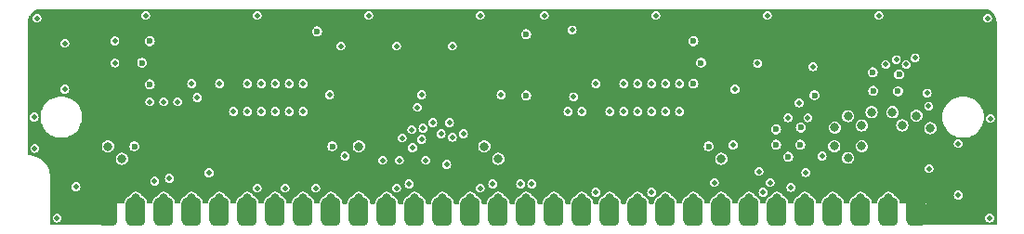
<source format=gbl>
G04 #@! TF.GenerationSoftware,KiCad,Pcbnew,7.0.1-0*
G04 #@! TF.CreationDate,2023-11-01T19:37:55-04:00*
G04 #@! TF.ProjectId,GW4194,47573431-3934-42e6-9b69-6361645f7063,1.1-SOJ-DC*
G04 #@! TF.SameCoordinates,Original*
G04 #@! TF.FileFunction,Copper,L4,Bot*
G04 #@! TF.FilePolarity,Positive*
%FSLAX46Y46*%
G04 Gerber Fmt 4.6, Leading zero omitted, Abs format (unit mm)*
G04 Created by KiCad (PCBNEW 7.0.1-0) date 2023-11-01 19:37:55*
%MOMM*%
%LPD*%
G01*
G04 APERTURE LIST*
G04 Aperture macros list*
%AMRoundRect*
0 Rectangle with rounded corners*
0 $1 Rounding radius*
0 $2 $3 $4 $5 $6 $7 $8 $9 X,Y pos of 4 corners*
0 Add a 4 corners polygon primitive as box body*
4,1,4,$2,$3,$4,$5,$6,$7,$8,$9,$2,$3,0*
0 Add four circle primitives for the rounded corners*
1,1,$1+$1,$2,$3*
1,1,$1+$1,$4,$5*
1,1,$1+$1,$6,$7*
1,1,$1+$1,$8,$9*
0 Add four rect primitives between the rounded corners*
20,1,$1+$1,$2,$3,$4,$5,0*
20,1,$1+$1,$4,$5,$6,$7,0*
20,1,$1+$1,$6,$7,$8,$9,0*
20,1,$1+$1,$8,$9,$2,$3,0*%
G04 Aperture macros list end*
G04 #@! TA.AperFunction,ComponentPad*
%ADD10C,0.800000*%
G04 #@! TD*
G04 #@! TA.AperFunction,SMDPad,CuDef*
%ADD11RoundRect,0.444500X-0.444500X-0.825500X0.444500X-0.825500X0.444500X0.825500X-0.444500X0.825500X0*%
G04 #@! TD*
G04 #@! TA.AperFunction,ViaPad*
%ADD12C,0.508000*%
G04 #@! TD*
G04 #@! TA.AperFunction,ViaPad*
%ADD13C,0.800000*%
G04 #@! TD*
G04 #@! TA.AperFunction,ViaPad*
%ADD14C,0.600000*%
G04 #@! TD*
G04 #@! TA.AperFunction,ViaPad*
%ADD15C,1.000000*%
G04 #@! TD*
G04 APERTURE END LIST*
D10*
X83820000Y-98806000D03*
D11*
X83820000Y-100076000D03*
D10*
X86360000Y-98806000D03*
D11*
X86360000Y-100076000D03*
D10*
X88900000Y-98806000D03*
D11*
X88900000Y-100076000D03*
D10*
X91440000Y-98806000D03*
D11*
X91440000Y-100076000D03*
D10*
X93980000Y-98806000D03*
D11*
X93980000Y-100076000D03*
D10*
X96520000Y-98806000D03*
D11*
X96520000Y-100076000D03*
D10*
X99060000Y-98806000D03*
D11*
X99060000Y-100076000D03*
D10*
X101600000Y-98806000D03*
D11*
X101600000Y-100076000D03*
D10*
X104140000Y-98806000D03*
D11*
X104140000Y-100076000D03*
D10*
X106680000Y-98806000D03*
D11*
X106680000Y-100076000D03*
D10*
X109220000Y-98806000D03*
D11*
X109220000Y-100076000D03*
D10*
X111760000Y-98806000D03*
D11*
X111760000Y-100076000D03*
D10*
X114300000Y-98806000D03*
D11*
X114300000Y-100076000D03*
D10*
X116840000Y-98806000D03*
D11*
X116840000Y-100076000D03*
D10*
X119380000Y-98806000D03*
D11*
X119380000Y-100076000D03*
D10*
X121920000Y-98806000D03*
D11*
X121920000Y-100076000D03*
D10*
X124460000Y-98806000D03*
D11*
X124460000Y-100076000D03*
D10*
X127000000Y-98806000D03*
D11*
X127000000Y-100076000D03*
D10*
X129540000Y-98806000D03*
D11*
X129540000Y-100076000D03*
D10*
X132080000Y-98806000D03*
D11*
X132080000Y-100076000D03*
D10*
X134620000Y-98806000D03*
D11*
X134620000Y-100076000D03*
D10*
X137160000Y-98806000D03*
D11*
X137160000Y-100076000D03*
D10*
X139700000Y-98806000D03*
D11*
X139700000Y-100076000D03*
D10*
X142240000Y-98806000D03*
D11*
X142240000Y-100076000D03*
D10*
X144780000Y-98806000D03*
D11*
X144780000Y-100076000D03*
D10*
X147320000Y-98806000D03*
D11*
X147320000Y-100076000D03*
D10*
X149860000Y-98806000D03*
D11*
X149860000Y-100076000D03*
D10*
X152400000Y-98806000D03*
D11*
X152400000Y-100076000D03*
D10*
X154940000Y-98806000D03*
D11*
X154940000Y-100076000D03*
D10*
X157480000Y-98806000D03*
D11*
X157480000Y-100076000D03*
D12*
X77089000Y-86995000D03*
X164211000Y-86995000D03*
X164211000Y-96139000D03*
X78994000Y-94742000D03*
X159131000Y-82169000D03*
X148971000Y-82169000D03*
X92329000Y-82169000D03*
X102489000Y-82169000D03*
X138811000Y-82169000D03*
X82169000Y-82169000D03*
X112649000Y-82169000D03*
X128651000Y-82169000D03*
D13*
X155250000Y-94300000D03*
X154350000Y-95500000D03*
X153450000Y-94300000D03*
X117729000Y-91821000D03*
D14*
X102870000Y-90868500D03*
X121920000Y-90868500D03*
D12*
X140779500Y-92519500D03*
D14*
X103568500Y-92837000D03*
X87630000Y-90932000D03*
D13*
X85090000Y-91313000D03*
X158750000Y-94107000D03*
X106807000Y-92075000D03*
D14*
X137160000Y-94805500D03*
X87630000Y-94805500D03*
D13*
X105410000Y-91313000D03*
D14*
X86931500Y-92837000D03*
D13*
X139700000Y-91186000D03*
X83820000Y-92456000D03*
D14*
X121920000Y-94805500D03*
X137160000Y-90868500D03*
D13*
X119380000Y-91313000D03*
D15*
X157480000Y-95377000D03*
D12*
X146050000Y-97853500D03*
X147400000Y-96500000D03*
X158600000Y-90450000D03*
X127000000Y-90932000D03*
X112522000Y-92456000D03*
X84450000Y-86500000D03*
X91440000Y-88392000D03*
X112776000Y-95377000D03*
X110617000Y-93345000D03*
X95250000Y-90932000D03*
X112395000Y-89408000D03*
X119634000Y-89408000D03*
X111252000Y-97536000D03*
X117729000Y-97917000D03*
X118872000Y-97536000D03*
X139065000Y-97409000D03*
X89408000Y-97028000D03*
X88074500Y-97282000D03*
X114173000Y-92964000D03*
X114935000Y-91948000D03*
X114681000Y-95758000D03*
X144145000Y-97409000D03*
X143129000Y-96393000D03*
X88900000Y-90043000D03*
X87630000Y-90043000D03*
X90170000Y-90043000D03*
X91948000Y-89662000D03*
X126238000Y-89598500D03*
X112395000Y-93472000D03*
X113411000Y-91948000D03*
X116205000Y-92964000D03*
X111506000Y-92583000D03*
X121412000Y-97536000D03*
X122428000Y-97536000D03*
X110363000Y-95377000D03*
X163957000Y-82423000D03*
X164147500Y-100647500D03*
X79184500Y-100647500D03*
X77152500Y-94297500D03*
X77089000Y-91440000D03*
X79883000Y-84709000D03*
X161290000Y-93853000D03*
X161290000Y-98552000D03*
X80899000Y-97790000D03*
X79883000Y-88900000D03*
X133350000Y-98298000D03*
X110109000Y-97917000D03*
X102743000Y-97917000D03*
X99949000Y-97917000D03*
X97409000Y-97917000D03*
X158623000Y-96139000D03*
X111569500Y-94234000D03*
X104013000Y-89408000D03*
X108839000Y-95377000D03*
X112014000Y-90551000D03*
X164211000Y-91567000D03*
X77343000Y-82423000D03*
X154051000Y-82169000D03*
X87249000Y-82169000D03*
X97409000Y-82169000D03*
X143891000Y-82169000D03*
X110109000Y-84963000D03*
X105029000Y-84963000D03*
X115189000Y-84963000D03*
X126111000Y-83502500D03*
X107569000Y-82169000D03*
X117729000Y-82169000D03*
X123571000Y-82169000D03*
X133731000Y-82169000D03*
X128270000Y-98298000D03*
X143510000Y-98298000D03*
X157350000Y-86050000D03*
D13*
X156200000Y-92200000D03*
D12*
X148050000Y-86850000D03*
X155650000Y-86200000D03*
X143000000Y-86550000D03*
X140950000Y-88900000D03*
D14*
X137160000Y-84518500D03*
X137160000Y-88392000D03*
D13*
X150000000Y-94100000D03*
D14*
X102870000Y-83629500D03*
D12*
X105410000Y-94996000D03*
X140779500Y-93980000D03*
D14*
X121920000Y-89471500D03*
D12*
X84450000Y-84500000D03*
D14*
X145800000Y-95050000D03*
X87630000Y-84518500D03*
D13*
X151250000Y-95150000D03*
X83820000Y-94107000D03*
X119380000Y-95250000D03*
X158750000Y-92456000D03*
X85090000Y-95250000D03*
D14*
X148200000Y-89450000D03*
X146900000Y-93950000D03*
X153550000Y-89050000D03*
X121920000Y-83883500D03*
D13*
X139700000Y-95250000D03*
D14*
X86931500Y-86487000D03*
D12*
X148900000Y-95000000D03*
D14*
X138557000Y-94107000D03*
X144700000Y-93950000D03*
D13*
X157480000Y-91313000D03*
D12*
X158450000Y-89250000D03*
D14*
X137858500Y-86487000D03*
D13*
X118110000Y-94107000D03*
D14*
X104267000Y-94107000D03*
D12*
X93027500Y-96520000D03*
D14*
X86233000Y-94107000D03*
D13*
X106680000Y-94107000D03*
D14*
X87630000Y-88455500D03*
X155800000Y-89100000D03*
D13*
X155300000Y-91000000D03*
D12*
X129540000Y-90932000D03*
D13*
X152500000Y-94100000D03*
D12*
X146800000Y-90150000D03*
X132080000Y-90932000D03*
X100330000Y-90932000D03*
X99060000Y-90932000D03*
X133350000Y-90932000D03*
X97790000Y-90932000D03*
X134620000Y-90932000D03*
X135890000Y-90932000D03*
X96520000Y-90932000D03*
X93980000Y-88392000D03*
X135890000Y-88392000D03*
X96520000Y-88392000D03*
X134620000Y-88392000D03*
X133350000Y-88392000D03*
X97790000Y-88392000D03*
X132080000Y-88392000D03*
X99060000Y-88392000D03*
X130810000Y-88392000D03*
X100330000Y-88392000D03*
X101600000Y-90932000D03*
X130810000Y-90932000D03*
X101600000Y-88392000D03*
X128270000Y-88392000D03*
X125730000Y-90932000D03*
X115189000Y-93281500D03*
D14*
X146950000Y-92400000D03*
D12*
X147600000Y-91500000D03*
X154700000Y-86650000D03*
D13*
X150050000Y-92400000D03*
D12*
X145800000Y-91500000D03*
D13*
X153400000Y-91000000D03*
D14*
X144700000Y-92550000D03*
D13*
X152500000Y-92200000D03*
D12*
X156550000Y-86650000D03*
D13*
X151250000Y-91350000D03*
D14*
X153500000Y-87350000D03*
X155900000Y-87550000D03*
G04 #@! TA.AperFunction,Conductor*
G36*
X163578947Y-81585531D02*
G01*
X163760755Y-81599840D01*
X163772394Y-81601683D01*
X163946844Y-81643565D01*
X163958060Y-81647209D01*
X164123815Y-81715867D01*
X164134323Y-81721222D01*
X164287290Y-81814961D01*
X164296835Y-81821895D01*
X164433255Y-81938409D01*
X164441590Y-81946744D01*
X164481255Y-81993185D01*
X164558103Y-82083163D01*
X164565038Y-82092709D01*
X164658777Y-82245676D01*
X164664135Y-82256190D01*
X164732789Y-82421936D01*
X164736435Y-82433159D01*
X164778314Y-82607597D01*
X164780160Y-82619252D01*
X164794468Y-82801052D01*
X164794700Y-82806952D01*
X164794700Y-101219500D01*
X164784625Y-101257100D01*
X164757100Y-101284625D01*
X164719500Y-101294700D01*
X157708659Y-101294700D01*
X157663315Y-101279491D01*
X157636312Y-101240017D01*
X157638572Y-101192244D01*
X157646872Y-101170899D01*
X157850416Y-100647500D01*
X163735528Y-100647500D01*
X163755690Y-100774805D01*
X163814209Y-100889653D01*
X163905346Y-100980790D01*
X163905348Y-100980791D01*
X163905349Y-100980792D01*
X164020194Y-101039309D01*
X164147500Y-101059472D01*
X164274806Y-101039309D01*
X164389651Y-100980792D01*
X164480792Y-100889651D01*
X164539309Y-100774806D01*
X164559472Y-100647500D01*
X164539309Y-100520194D01*
X164480792Y-100405349D01*
X164480791Y-100405348D01*
X164480790Y-100405346D01*
X164389653Y-100314209D01*
X164274805Y-100255690D01*
X164147500Y-100235528D01*
X164020194Y-100255690D01*
X163905346Y-100314209D01*
X163814209Y-100405346D01*
X163755690Y-100520194D01*
X163735528Y-100647500D01*
X157850416Y-100647500D01*
X158369000Y-99314000D01*
X158368998Y-99314000D01*
X156057223Y-99317802D01*
X156019570Y-99307768D01*
X155991995Y-99280238D01*
X155981899Y-99242602D01*
X155981899Y-99211348D01*
X155966523Y-99094547D01*
X155966522Y-99094546D01*
X155906328Y-98949222D01*
X155810571Y-98824429D01*
X155685778Y-98728672D01*
X155540453Y-98668477D01*
X155540450Y-98668476D01*
X155540449Y-98668476D01*
X155521131Y-98665932D01*
X155485171Y-98651035D01*
X155461476Y-98620155D01*
X155433244Y-98551999D01*
X160878028Y-98551999D01*
X160898190Y-98679305D01*
X160956709Y-98794153D01*
X161047846Y-98885290D01*
X161047848Y-98885291D01*
X161047849Y-98885292D01*
X161162694Y-98943809D01*
X161290000Y-98963972D01*
X161417306Y-98943809D01*
X161532151Y-98885292D01*
X161623292Y-98794151D01*
X161681809Y-98679306D01*
X161701972Y-98552000D01*
X161681809Y-98424694D01*
X161623292Y-98309849D01*
X161623291Y-98309848D01*
X161623290Y-98309846D01*
X161532153Y-98218709D01*
X161417305Y-98160190D01*
X161290000Y-98140028D01*
X161162694Y-98160190D01*
X161047846Y-98218709D01*
X160956709Y-98309846D01*
X160898190Y-98424694D01*
X160878028Y-98551999D01*
X155433244Y-98551999D01*
X155422957Y-98527166D01*
X155422957Y-98527165D01*
X155334333Y-98411667D01*
X155276584Y-98367354D01*
X155218837Y-98323043D01*
X155084336Y-98267331D01*
X154940000Y-98248329D01*
X154795664Y-98267331D01*
X154661164Y-98323043D01*
X154545667Y-98411667D01*
X154457042Y-98527165D01*
X154418523Y-98620156D01*
X154394827Y-98651037D01*
X154358865Y-98665933D01*
X154339550Y-98668476D01*
X154339547Y-98668476D01*
X154339547Y-98668477D01*
X154285867Y-98690711D01*
X154194221Y-98728672D01*
X154069429Y-98824429D01*
X153973672Y-98949221D01*
X153913477Y-99094546D01*
X153898100Y-99211348D01*
X153898100Y-99246276D01*
X153888046Y-99283840D01*
X153860571Y-99311360D01*
X153823024Y-99321476D01*
X153517223Y-99321979D01*
X153479570Y-99311945D01*
X153451995Y-99284415D01*
X153441899Y-99246779D01*
X153441899Y-99211348D01*
X153426523Y-99094547D01*
X153426522Y-99094546D01*
X153366328Y-98949222D01*
X153270571Y-98824429D01*
X153145778Y-98728672D01*
X153000453Y-98668477D01*
X153000450Y-98668476D01*
X153000449Y-98668476D01*
X152981131Y-98665932D01*
X152945171Y-98651035D01*
X152921476Y-98620155D01*
X152882957Y-98527166D01*
X152882957Y-98527165D01*
X152794333Y-98411667D01*
X152736584Y-98367354D01*
X152678837Y-98323043D01*
X152544336Y-98267331D01*
X152400000Y-98248329D01*
X152255664Y-98267331D01*
X152121164Y-98323043D01*
X152005667Y-98411667D01*
X151917042Y-98527165D01*
X151878523Y-98620156D01*
X151854827Y-98651037D01*
X151818865Y-98665933D01*
X151799550Y-98668476D01*
X151799547Y-98668476D01*
X151799547Y-98668477D01*
X151745867Y-98690711D01*
X151654221Y-98728672D01*
X151529429Y-98824429D01*
X151433672Y-98949221D01*
X151373477Y-99094546D01*
X151358100Y-99211348D01*
X151358100Y-99250454D01*
X151348046Y-99288018D01*
X151320571Y-99315538D01*
X151283024Y-99325654D01*
X150977223Y-99326157D01*
X150939570Y-99316123D01*
X150911995Y-99288593D01*
X150901899Y-99250957D01*
X150901899Y-99211348D01*
X150886523Y-99094547D01*
X150886522Y-99094546D01*
X150826328Y-98949222D01*
X150730571Y-98824429D01*
X150605778Y-98728672D01*
X150460453Y-98668477D01*
X150460450Y-98668476D01*
X150460449Y-98668476D01*
X150441131Y-98665932D01*
X150405171Y-98651035D01*
X150381476Y-98620155D01*
X150342957Y-98527166D01*
X150342957Y-98527165D01*
X150254333Y-98411667D01*
X150196584Y-98367354D01*
X150138837Y-98323043D01*
X150004336Y-98267331D01*
X149860000Y-98248329D01*
X149715664Y-98267331D01*
X149581164Y-98323043D01*
X149465667Y-98411667D01*
X149377042Y-98527165D01*
X149338523Y-98620156D01*
X149314827Y-98651037D01*
X149278865Y-98665933D01*
X149259550Y-98668476D01*
X149259547Y-98668476D01*
X149259547Y-98668477D01*
X149205867Y-98690711D01*
X149114221Y-98728672D01*
X148989429Y-98824429D01*
X148893672Y-98949221D01*
X148833477Y-99094546D01*
X148818100Y-99211348D01*
X148818100Y-99254632D01*
X148808046Y-99292196D01*
X148780571Y-99319716D01*
X148743025Y-99329831D01*
X148438201Y-99330333D01*
X148437223Y-99330335D01*
X148399570Y-99320301D01*
X148371995Y-99292771D01*
X148361899Y-99255135D01*
X148361899Y-99211348D01*
X148346523Y-99094547D01*
X148346522Y-99094546D01*
X148286328Y-98949222D01*
X148190571Y-98824429D01*
X148065778Y-98728672D01*
X147920453Y-98668477D01*
X147920450Y-98668476D01*
X147920449Y-98668476D01*
X147901131Y-98665932D01*
X147865171Y-98651035D01*
X147841476Y-98620155D01*
X147802957Y-98527166D01*
X147802957Y-98527165D01*
X147714333Y-98411667D01*
X147656584Y-98367354D01*
X147598837Y-98323043D01*
X147464336Y-98267331D01*
X147320000Y-98248329D01*
X147175664Y-98267331D01*
X147041164Y-98323043D01*
X146925667Y-98411667D01*
X146837042Y-98527165D01*
X146798523Y-98620156D01*
X146774827Y-98651037D01*
X146738865Y-98665933D01*
X146719550Y-98668476D01*
X146719547Y-98668476D01*
X146719547Y-98668477D01*
X146665867Y-98690711D01*
X146574221Y-98728672D01*
X146449429Y-98824429D01*
X146353672Y-98949221D01*
X146293477Y-99094546D01*
X146278100Y-99211348D01*
X146278100Y-99258809D01*
X146268046Y-99296373D01*
X146240571Y-99323893D01*
X146203024Y-99334009D01*
X145897223Y-99334512D01*
X145859570Y-99324478D01*
X145831995Y-99296948D01*
X145821899Y-99259312D01*
X145821899Y-99211348D01*
X145806523Y-99094547D01*
X145806522Y-99094546D01*
X145746328Y-98949222D01*
X145650571Y-98824429D01*
X145525778Y-98728672D01*
X145380453Y-98668477D01*
X145380450Y-98668476D01*
X145380449Y-98668476D01*
X145361131Y-98665932D01*
X145325171Y-98651035D01*
X145301476Y-98620155D01*
X145262957Y-98527166D01*
X145262957Y-98527165D01*
X145174333Y-98411667D01*
X145116584Y-98367354D01*
X145058837Y-98323043D01*
X144924336Y-98267331D01*
X144780000Y-98248329D01*
X144635664Y-98267331D01*
X144501164Y-98323043D01*
X144385667Y-98411667D01*
X144297042Y-98527165D01*
X144258523Y-98620156D01*
X144234827Y-98651037D01*
X144198865Y-98665933D01*
X144179550Y-98668476D01*
X144179547Y-98668476D01*
X144179547Y-98668477D01*
X144125867Y-98690711D01*
X144034221Y-98728672D01*
X143909429Y-98824429D01*
X143813672Y-98949221D01*
X143753477Y-99094546D01*
X143738100Y-99211348D01*
X143738100Y-99262987D01*
X143728046Y-99300551D01*
X143700571Y-99328071D01*
X143663025Y-99338186D01*
X143358201Y-99338688D01*
X143357223Y-99338690D01*
X143319570Y-99328656D01*
X143291995Y-99301126D01*
X143281899Y-99263490D01*
X143281899Y-99211348D01*
X143266523Y-99094547D01*
X143266522Y-99094546D01*
X143206328Y-98949222D01*
X143110571Y-98824429D01*
X142985778Y-98728672D01*
X142840453Y-98668477D01*
X142840450Y-98668476D01*
X142840449Y-98668476D01*
X142821131Y-98665932D01*
X142785171Y-98651035D01*
X142761476Y-98620155D01*
X142722957Y-98527166D01*
X142722957Y-98527165D01*
X142634333Y-98411667D01*
X142576584Y-98367354D01*
X142518837Y-98323043D01*
X142458378Y-98298000D01*
X143098028Y-98298000D01*
X143118190Y-98425305D01*
X143176709Y-98540153D01*
X143267846Y-98631290D01*
X143267848Y-98631291D01*
X143267849Y-98631292D01*
X143382694Y-98689809D01*
X143510000Y-98709972D01*
X143637306Y-98689809D01*
X143752151Y-98631292D01*
X143843292Y-98540151D01*
X143901809Y-98425306D01*
X143921972Y-98298000D01*
X143901809Y-98170694D01*
X143843292Y-98055849D01*
X143843291Y-98055848D01*
X143843290Y-98055846D01*
X143752153Y-97964709D01*
X143637305Y-97906190D01*
X143510000Y-97886028D01*
X143382694Y-97906190D01*
X143267846Y-97964709D01*
X143176709Y-98055846D01*
X143118190Y-98170694D01*
X143098028Y-98298000D01*
X142458378Y-98298000D01*
X142384336Y-98267331D01*
X142240000Y-98248329D01*
X142095664Y-98267331D01*
X141961164Y-98323043D01*
X141845667Y-98411667D01*
X141757042Y-98527165D01*
X141718523Y-98620156D01*
X141694827Y-98651037D01*
X141658865Y-98665933D01*
X141639550Y-98668476D01*
X141639547Y-98668476D01*
X141639547Y-98668477D01*
X141585867Y-98690711D01*
X141494221Y-98728672D01*
X141369429Y-98824429D01*
X141273672Y-98949221D01*
X141213477Y-99094546D01*
X141198100Y-99211348D01*
X141198100Y-99267164D01*
X141188046Y-99304728D01*
X141160571Y-99332248D01*
X141123024Y-99342364D01*
X140817223Y-99342867D01*
X140779570Y-99332833D01*
X140751995Y-99305303D01*
X140741899Y-99267667D01*
X140741899Y-99211348D01*
X140726523Y-99094547D01*
X140726522Y-99094546D01*
X140666328Y-98949222D01*
X140570571Y-98824429D01*
X140445778Y-98728672D01*
X140300453Y-98668477D01*
X140300450Y-98668476D01*
X140300449Y-98668476D01*
X140281131Y-98665932D01*
X140245171Y-98651035D01*
X140221476Y-98620155D01*
X140182957Y-98527166D01*
X140182957Y-98527165D01*
X140094333Y-98411667D01*
X140036584Y-98367354D01*
X139978837Y-98323043D01*
X139844336Y-98267331D01*
X139700000Y-98248329D01*
X139555664Y-98267331D01*
X139421164Y-98323043D01*
X139305667Y-98411667D01*
X139217042Y-98527165D01*
X139178523Y-98620156D01*
X139154827Y-98651037D01*
X139118865Y-98665933D01*
X139099550Y-98668476D01*
X139099547Y-98668476D01*
X139099547Y-98668477D01*
X139045867Y-98690711D01*
X138954221Y-98728672D01*
X138829429Y-98824429D01*
X138733672Y-98949221D01*
X138673477Y-99094546D01*
X138658100Y-99211348D01*
X138658100Y-99271342D01*
X138648046Y-99308906D01*
X138620571Y-99336426D01*
X138583024Y-99346542D01*
X138277223Y-99347045D01*
X138239570Y-99337011D01*
X138211995Y-99309481D01*
X138201899Y-99271845D01*
X138201899Y-99211348D01*
X138186523Y-99094547D01*
X138186522Y-99094546D01*
X138126328Y-98949222D01*
X138030571Y-98824429D01*
X137905778Y-98728672D01*
X137760453Y-98668477D01*
X137760450Y-98668476D01*
X137760449Y-98668476D01*
X137741131Y-98665932D01*
X137705171Y-98651035D01*
X137681476Y-98620155D01*
X137642957Y-98527166D01*
X137642957Y-98527165D01*
X137554333Y-98411667D01*
X137496584Y-98367354D01*
X137438837Y-98323043D01*
X137304336Y-98267331D01*
X137160000Y-98248329D01*
X137015664Y-98267331D01*
X136881164Y-98323043D01*
X136765667Y-98411667D01*
X136677042Y-98527165D01*
X136638523Y-98620156D01*
X136614827Y-98651037D01*
X136578865Y-98665933D01*
X136559550Y-98668476D01*
X136559547Y-98668476D01*
X136559547Y-98668477D01*
X136505867Y-98690711D01*
X136414221Y-98728672D01*
X136289429Y-98824429D01*
X136193672Y-98949221D01*
X136133477Y-99094546D01*
X136118100Y-99211348D01*
X136118100Y-99275520D01*
X136108046Y-99313084D01*
X136080571Y-99340604D01*
X136043025Y-99350719D01*
X135738201Y-99351221D01*
X135737223Y-99351223D01*
X135699570Y-99341189D01*
X135671995Y-99313659D01*
X135661899Y-99276023D01*
X135661899Y-99211348D01*
X135646523Y-99094547D01*
X135646522Y-99094546D01*
X135586328Y-98949222D01*
X135490571Y-98824429D01*
X135365778Y-98728672D01*
X135220453Y-98668477D01*
X135220450Y-98668476D01*
X135220449Y-98668476D01*
X135201131Y-98665932D01*
X135165171Y-98651035D01*
X135141476Y-98620155D01*
X135102957Y-98527166D01*
X135102957Y-98527165D01*
X135014333Y-98411667D01*
X134956584Y-98367354D01*
X134898837Y-98323043D01*
X134764336Y-98267331D01*
X134620000Y-98248329D01*
X134475664Y-98267331D01*
X134341164Y-98323043D01*
X134225667Y-98411667D01*
X134137042Y-98527165D01*
X134098523Y-98620156D01*
X134074827Y-98651037D01*
X134038865Y-98665933D01*
X134019550Y-98668476D01*
X134019547Y-98668476D01*
X134019547Y-98668477D01*
X133965867Y-98690711D01*
X133874221Y-98728672D01*
X133749429Y-98824429D01*
X133653672Y-98949221D01*
X133593477Y-99094546D01*
X133578100Y-99211348D01*
X133578100Y-99279697D01*
X133568046Y-99317261D01*
X133540571Y-99344781D01*
X133503024Y-99354897D01*
X133197223Y-99355400D01*
X133159570Y-99345366D01*
X133131995Y-99317836D01*
X133121899Y-99280200D01*
X133121899Y-99211348D01*
X133106523Y-99094547D01*
X133106522Y-99094546D01*
X133046328Y-98949222D01*
X132950571Y-98824429D01*
X132825778Y-98728672D01*
X132680453Y-98668477D01*
X132680450Y-98668476D01*
X132680449Y-98668476D01*
X132661131Y-98665932D01*
X132625171Y-98651035D01*
X132601476Y-98620155D01*
X132562957Y-98527166D01*
X132562957Y-98527165D01*
X132474333Y-98411667D01*
X132416584Y-98367354D01*
X132358837Y-98323043D01*
X132298378Y-98298000D01*
X132938028Y-98298000D01*
X132958190Y-98425305D01*
X133016709Y-98540153D01*
X133107846Y-98631290D01*
X133107848Y-98631291D01*
X133107849Y-98631292D01*
X133222694Y-98689809D01*
X133350000Y-98709972D01*
X133477306Y-98689809D01*
X133592151Y-98631292D01*
X133683292Y-98540151D01*
X133741809Y-98425306D01*
X133761972Y-98298000D01*
X133741809Y-98170694D01*
X133683292Y-98055849D01*
X133683291Y-98055848D01*
X133683290Y-98055846D01*
X133592153Y-97964709D01*
X133477305Y-97906190D01*
X133350000Y-97886028D01*
X133222694Y-97906190D01*
X133107846Y-97964709D01*
X133016709Y-98055846D01*
X132958190Y-98170694D01*
X132938028Y-98298000D01*
X132298378Y-98298000D01*
X132224336Y-98267331D01*
X132080000Y-98248329D01*
X131935664Y-98267331D01*
X131801164Y-98323043D01*
X131685667Y-98411667D01*
X131597042Y-98527165D01*
X131558523Y-98620156D01*
X131534827Y-98651037D01*
X131498865Y-98665933D01*
X131479550Y-98668476D01*
X131479547Y-98668476D01*
X131479547Y-98668477D01*
X131425867Y-98690711D01*
X131334221Y-98728672D01*
X131209429Y-98824429D01*
X131113672Y-98949221D01*
X131053477Y-99094546D01*
X131038100Y-99211348D01*
X131038100Y-99283875D01*
X131028046Y-99321439D01*
X131000571Y-99348959D01*
X130963024Y-99359075D01*
X130657223Y-99359578D01*
X130619570Y-99349544D01*
X130591995Y-99322014D01*
X130581899Y-99284378D01*
X130581899Y-99211348D01*
X130566523Y-99094547D01*
X130566522Y-99094546D01*
X130506328Y-98949222D01*
X130410571Y-98824429D01*
X130285778Y-98728672D01*
X130140453Y-98668477D01*
X130140450Y-98668476D01*
X130140449Y-98668476D01*
X130121131Y-98665932D01*
X130085171Y-98651035D01*
X130061476Y-98620155D01*
X130022957Y-98527166D01*
X130022957Y-98527165D01*
X129934333Y-98411667D01*
X129876584Y-98367354D01*
X129818837Y-98323043D01*
X129684336Y-98267331D01*
X129540000Y-98248329D01*
X129395664Y-98267331D01*
X129261164Y-98323043D01*
X129145667Y-98411667D01*
X129057042Y-98527165D01*
X129018523Y-98620156D01*
X128994827Y-98651037D01*
X128958865Y-98665933D01*
X128939550Y-98668476D01*
X128939547Y-98668476D01*
X128939547Y-98668477D01*
X128885867Y-98690711D01*
X128794221Y-98728672D01*
X128669429Y-98824429D01*
X128573672Y-98949221D01*
X128513477Y-99094546D01*
X128498100Y-99211348D01*
X128498100Y-99288053D01*
X128488046Y-99325617D01*
X128460571Y-99353137D01*
X128423025Y-99363252D01*
X128118201Y-99363754D01*
X128117223Y-99363756D01*
X128079570Y-99353722D01*
X128051995Y-99326192D01*
X128041899Y-99288556D01*
X128041899Y-99211348D01*
X128026523Y-99094547D01*
X128026522Y-99094546D01*
X127966328Y-98949222D01*
X127870571Y-98824429D01*
X127745778Y-98728672D01*
X127600453Y-98668477D01*
X127600450Y-98668476D01*
X127600449Y-98668476D01*
X127581131Y-98665932D01*
X127545171Y-98651035D01*
X127521476Y-98620155D01*
X127482957Y-98527166D01*
X127482957Y-98527165D01*
X127394333Y-98411667D01*
X127336584Y-98367354D01*
X127278837Y-98323043D01*
X127218378Y-98298000D01*
X127858028Y-98298000D01*
X127878190Y-98425305D01*
X127936709Y-98540153D01*
X128027846Y-98631290D01*
X128027848Y-98631291D01*
X128027849Y-98631292D01*
X128142694Y-98689809D01*
X128270000Y-98709972D01*
X128397306Y-98689809D01*
X128512151Y-98631292D01*
X128603292Y-98540151D01*
X128661809Y-98425306D01*
X128681972Y-98298000D01*
X128661809Y-98170694D01*
X128603292Y-98055849D01*
X128603291Y-98055848D01*
X128603290Y-98055846D01*
X128512153Y-97964709D01*
X128397305Y-97906190D01*
X128270000Y-97886028D01*
X128142694Y-97906190D01*
X128027846Y-97964709D01*
X127936709Y-98055846D01*
X127878190Y-98170694D01*
X127858028Y-98298000D01*
X127218378Y-98298000D01*
X127144336Y-98267331D01*
X127000000Y-98248329D01*
X126855664Y-98267331D01*
X126721164Y-98323043D01*
X126605667Y-98411667D01*
X126517042Y-98527165D01*
X126478523Y-98620156D01*
X126454827Y-98651037D01*
X126418865Y-98665933D01*
X126399550Y-98668476D01*
X126399547Y-98668476D01*
X126399547Y-98668477D01*
X126345867Y-98690711D01*
X126254221Y-98728672D01*
X126129429Y-98824429D01*
X126033672Y-98949221D01*
X125973477Y-99094546D01*
X125958100Y-99211348D01*
X125958100Y-99292230D01*
X125948046Y-99329794D01*
X125920571Y-99357314D01*
X125883024Y-99367430D01*
X125577223Y-99367933D01*
X125539570Y-99357899D01*
X125511995Y-99330369D01*
X125501899Y-99292733D01*
X125501899Y-99211348D01*
X125486523Y-99094547D01*
X125486522Y-99094546D01*
X125426328Y-98949222D01*
X125330571Y-98824429D01*
X125205778Y-98728672D01*
X125060453Y-98668477D01*
X125060450Y-98668476D01*
X125060449Y-98668476D01*
X125041131Y-98665932D01*
X125005171Y-98651035D01*
X124981476Y-98620155D01*
X124942957Y-98527166D01*
X124942957Y-98527165D01*
X124854333Y-98411667D01*
X124796584Y-98367354D01*
X124738837Y-98323043D01*
X124604336Y-98267331D01*
X124460000Y-98248329D01*
X124315664Y-98267331D01*
X124181164Y-98323043D01*
X124065667Y-98411667D01*
X123977042Y-98527165D01*
X123938523Y-98620156D01*
X123914827Y-98651037D01*
X123878865Y-98665933D01*
X123859550Y-98668476D01*
X123859547Y-98668476D01*
X123859547Y-98668477D01*
X123805867Y-98690711D01*
X123714221Y-98728672D01*
X123589429Y-98824429D01*
X123493672Y-98949221D01*
X123433477Y-99094546D01*
X123418100Y-99211348D01*
X123418100Y-99296408D01*
X123408046Y-99333972D01*
X123380571Y-99361492D01*
X123343024Y-99371608D01*
X123037223Y-99372111D01*
X122999570Y-99362077D01*
X122971995Y-99334547D01*
X122961899Y-99296911D01*
X122961899Y-99211348D01*
X122946523Y-99094547D01*
X122946522Y-99094546D01*
X122886328Y-98949222D01*
X122790571Y-98824429D01*
X122665778Y-98728672D01*
X122520453Y-98668477D01*
X122520450Y-98668476D01*
X122520449Y-98668476D01*
X122501131Y-98665932D01*
X122465171Y-98651035D01*
X122441476Y-98620155D01*
X122402957Y-98527166D01*
X122402957Y-98527165D01*
X122314333Y-98411667D01*
X122256584Y-98367354D01*
X122198837Y-98323043D01*
X122064336Y-98267331D01*
X121920000Y-98248329D01*
X121775664Y-98267331D01*
X121641164Y-98323043D01*
X121525667Y-98411667D01*
X121437042Y-98527165D01*
X121398523Y-98620156D01*
X121374827Y-98651037D01*
X121338865Y-98665933D01*
X121319550Y-98668476D01*
X121319547Y-98668476D01*
X121319547Y-98668477D01*
X121265867Y-98690711D01*
X121174221Y-98728672D01*
X121049429Y-98824429D01*
X120953672Y-98949221D01*
X120893477Y-99094546D01*
X120878100Y-99211348D01*
X120878100Y-99300585D01*
X120868046Y-99338149D01*
X120840571Y-99365669D01*
X120803024Y-99375785D01*
X120497223Y-99376288D01*
X120459570Y-99366254D01*
X120431995Y-99338724D01*
X120421899Y-99301088D01*
X120421899Y-99211348D01*
X120406523Y-99094547D01*
X120406522Y-99094546D01*
X120346328Y-98949222D01*
X120250571Y-98824429D01*
X120125778Y-98728672D01*
X119980453Y-98668477D01*
X119980450Y-98668476D01*
X119980449Y-98668476D01*
X119961131Y-98665932D01*
X119925171Y-98651035D01*
X119901476Y-98620155D01*
X119862957Y-98527166D01*
X119862957Y-98527165D01*
X119774333Y-98411667D01*
X119716584Y-98367354D01*
X119658837Y-98323043D01*
X119524336Y-98267331D01*
X119380000Y-98248329D01*
X119235664Y-98267331D01*
X119101164Y-98323043D01*
X118985667Y-98411667D01*
X118897042Y-98527165D01*
X118858523Y-98620156D01*
X118834827Y-98651037D01*
X118798865Y-98665933D01*
X118779550Y-98668476D01*
X118779547Y-98668476D01*
X118779547Y-98668477D01*
X118725867Y-98690711D01*
X118634221Y-98728672D01*
X118509429Y-98824429D01*
X118413672Y-98949221D01*
X118353477Y-99094546D01*
X118338100Y-99211348D01*
X118338100Y-99299716D01*
X118328004Y-99337353D01*
X118300425Y-99364884D01*
X118262770Y-99374916D01*
X117956969Y-99374389D01*
X117919424Y-99364271D01*
X117891952Y-99336752D01*
X117881899Y-99299189D01*
X117881899Y-99211348D01*
X117866523Y-99094547D01*
X117866522Y-99094546D01*
X117806328Y-98949222D01*
X117710571Y-98824429D01*
X117585778Y-98728672D01*
X117440453Y-98668477D01*
X117440450Y-98668476D01*
X117440449Y-98668476D01*
X117421131Y-98665932D01*
X117385171Y-98651035D01*
X117361476Y-98620155D01*
X117322957Y-98527166D01*
X117322957Y-98527165D01*
X117234333Y-98411667D01*
X117176584Y-98367354D01*
X117118837Y-98323043D01*
X116984336Y-98267331D01*
X116840000Y-98248329D01*
X116695664Y-98267331D01*
X116561164Y-98323043D01*
X116445667Y-98411667D01*
X116357042Y-98527165D01*
X116318523Y-98620156D01*
X116294827Y-98651037D01*
X116258865Y-98665933D01*
X116239550Y-98668476D01*
X116239547Y-98668476D01*
X116239547Y-98668477D01*
X116185867Y-98690711D01*
X116094221Y-98728672D01*
X115969429Y-98824429D01*
X115873672Y-98949221D01*
X115813477Y-99094546D01*
X115798100Y-99211348D01*
X115798100Y-99295337D01*
X115788004Y-99332974D01*
X115760425Y-99360505D01*
X115722770Y-99370537D01*
X115696300Y-99370491D01*
X115416967Y-99370009D01*
X115379424Y-99359892D01*
X115351952Y-99332373D01*
X115341899Y-99294810D01*
X115341899Y-99211348D01*
X115326523Y-99094547D01*
X115326522Y-99094546D01*
X115266328Y-98949222D01*
X115170571Y-98824429D01*
X115045778Y-98728672D01*
X114900453Y-98668477D01*
X114900450Y-98668476D01*
X114900449Y-98668476D01*
X114881131Y-98665932D01*
X114845171Y-98651035D01*
X114821476Y-98620155D01*
X114782957Y-98527166D01*
X114782957Y-98527165D01*
X114694333Y-98411667D01*
X114636584Y-98367354D01*
X114578837Y-98323043D01*
X114444336Y-98267331D01*
X114300000Y-98248329D01*
X114155664Y-98267331D01*
X114021164Y-98323043D01*
X113905667Y-98411667D01*
X113817042Y-98527165D01*
X113778523Y-98620156D01*
X113754827Y-98651037D01*
X113718865Y-98665933D01*
X113699550Y-98668476D01*
X113699547Y-98668476D01*
X113699547Y-98668477D01*
X113645867Y-98690711D01*
X113554221Y-98728672D01*
X113429429Y-98824429D01*
X113333672Y-98949221D01*
X113273477Y-99094546D01*
X113258100Y-99211348D01*
X113258100Y-99290958D01*
X113248004Y-99328595D01*
X113220425Y-99356126D01*
X113182770Y-99366158D01*
X113156300Y-99366112D01*
X112876967Y-99365630D01*
X112839424Y-99355513D01*
X112811952Y-99327994D01*
X112801899Y-99290431D01*
X112801899Y-99211348D01*
X112786523Y-99094547D01*
X112786522Y-99094546D01*
X112726328Y-98949222D01*
X112630571Y-98824429D01*
X112505778Y-98728672D01*
X112360453Y-98668477D01*
X112360450Y-98668476D01*
X112360449Y-98668476D01*
X112341131Y-98665932D01*
X112305171Y-98651035D01*
X112281476Y-98620155D01*
X112242957Y-98527166D01*
X112242957Y-98527165D01*
X112154333Y-98411667D01*
X112096584Y-98367354D01*
X112038837Y-98323043D01*
X111904336Y-98267331D01*
X111760000Y-98248329D01*
X111615664Y-98267331D01*
X111481164Y-98323043D01*
X111365667Y-98411667D01*
X111277042Y-98527165D01*
X111238523Y-98620156D01*
X111214827Y-98651037D01*
X111178865Y-98665933D01*
X111159550Y-98668476D01*
X111159547Y-98668476D01*
X111159547Y-98668477D01*
X111105867Y-98690711D01*
X111014221Y-98728672D01*
X110889429Y-98824429D01*
X110793672Y-98949221D01*
X110733477Y-99094546D01*
X110718100Y-99211348D01*
X110718100Y-99286578D01*
X110708004Y-99324215D01*
X110680425Y-99351746D01*
X110642770Y-99361778D01*
X110336969Y-99361251D01*
X110299424Y-99351133D01*
X110271952Y-99323614D01*
X110261899Y-99286051D01*
X110261899Y-99211348D01*
X110246523Y-99094547D01*
X110246522Y-99094546D01*
X110186328Y-98949222D01*
X110090571Y-98824429D01*
X109965778Y-98728672D01*
X109820453Y-98668477D01*
X109820450Y-98668476D01*
X109820449Y-98668476D01*
X109801131Y-98665932D01*
X109765171Y-98651035D01*
X109741476Y-98620155D01*
X109702957Y-98527166D01*
X109702957Y-98527165D01*
X109614333Y-98411667D01*
X109556584Y-98367354D01*
X109498837Y-98323043D01*
X109364336Y-98267331D01*
X109220000Y-98248329D01*
X109075664Y-98267331D01*
X108941164Y-98323043D01*
X108825667Y-98411667D01*
X108737042Y-98527165D01*
X108698523Y-98620156D01*
X108674827Y-98651037D01*
X108638865Y-98665933D01*
X108619550Y-98668476D01*
X108619547Y-98668476D01*
X108619547Y-98668477D01*
X108565867Y-98690711D01*
X108474221Y-98728672D01*
X108349429Y-98824429D01*
X108253672Y-98949221D01*
X108193477Y-99094546D01*
X108178100Y-99211348D01*
X108178100Y-99282199D01*
X108168004Y-99319836D01*
X108140425Y-99347367D01*
X108102770Y-99357399D01*
X108076300Y-99357353D01*
X107796967Y-99356871D01*
X107759424Y-99346754D01*
X107731952Y-99319235D01*
X107721899Y-99281672D01*
X107721899Y-99211348D01*
X107706523Y-99094547D01*
X107706522Y-99094546D01*
X107646328Y-98949222D01*
X107550571Y-98824429D01*
X107425778Y-98728672D01*
X107280453Y-98668477D01*
X107280450Y-98668476D01*
X107280449Y-98668476D01*
X107261131Y-98665932D01*
X107225171Y-98651035D01*
X107201476Y-98620155D01*
X107162957Y-98527166D01*
X107162957Y-98527165D01*
X107074333Y-98411667D01*
X107016584Y-98367354D01*
X106958837Y-98323043D01*
X106824336Y-98267331D01*
X106680000Y-98248329D01*
X106535664Y-98267331D01*
X106401164Y-98323043D01*
X106285667Y-98411667D01*
X106197042Y-98527165D01*
X106158523Y-98620156D01*
X106134827Y-98651037D01*
X106098865Y-98665933D01*
X106079550Y-98668476D01*
X106079547Y-98668476D01*
X106079547Y-98668477D01*
X106025867Y-98690711D01*
X105934221Y-98728672D01*
X105809429Y-98824429D01*
X105713672Y-98949221D01*
X105653477Y-99094546D01*
X105638100Y-99211348D01*
X105638100Y-99277820D01*
X105628004Y-99315457D01*
X105600425Y-99342988D01*
X105562770Y-99353020D01*
X105536300Y-99352974D01*
X105256967Y-99352492D01*
X105219424Y-99342375D01*
X105191952Y-99314856D01*
X105181899Y-99277293D01*
X105181899Y-99211348D01*
X105166523Y-99094547D01*
X105166522Y-99094546D01*
X105106328Y-98949222D01*
X105010571Y-98824429D01*
X104885778Y-98728672D01*
X104740453Y-98668477D01*
X104740450Y-98668476D01*
X104740449Y-98668476D01*
X104721131Y-98665932D01*
X104685171Y-98651035D01*
X104661476Y-98620155D01*
X104622957Y-98527166D01*
X104622957Y-98527165D01*
X104534333Y-98411667D01*
X104476584Y-98367354D01*
X104418837Y-98323043D01*
X104284336Y-98267331D01*
X104140000Y-98248329D01*
X103995664Y-98267331D01*
X103861164Y-98323043D01*
X103745667Y-98411667D01*
X103657042Y-98527165D01*
X103618523Y-98620156D01*
X103594827Y-98651037D01*
X103558865Y-98665933D01*
X103539550Y-98668476D01*
X103539547Y-98668476D01*
X103539547Y-98668477D01*
X103485867Y-98690711D01*
X103394221Y-98728672D01*
X103269429Y-98824429D01*
X103173672Y-98949221D01*
X103113477Y-99094546D01*
X103098100Y-99211348D01*
X103098100Y-99273440D01*
X103088004Y-99311077D01*
X103060425Y-99338608D01*
X103022770Y-99348640D01*
X102716969Y-99348113D01*
X102679424Y-99337995D01*
X102651952Y-99310476D01*
X102641899Y-99272913D01*
X102641899Y-99211348D01*
X102626523Y-99094547D01*
X102626522Y-99094546D01*
X102566328Y-98949222D01*
X102470571Y-98824429D01*
X102345778Y-98728672D01*
X102200453Y-98668477D01*
X102200450Y-98668476D01*
X102200449Y-98668476D01*
X102181131Y-98665932D01*
X102145171Y-98651035D01*
X102121476Y-98620155D01*
X102082957Y-98527166D01*
X102082957Y-98527165D01*
X101994333Y-98411667D01*
X101936584Y-98367354D01*
X101878837Y-98323043D01*
X101744336Y-98267331D01*
X101600000Y-98248329D01*
X101455664Y-98267331D01*
X101321164Y-98323043D01*
X101205667Y-98411667D01*
X101117042Y-98527165D01*
X101078523Y-98620156D01*
X101054827Y-98651037D01*
X101018865Y-98665933D01*
X100999550Y-98668476D01*
X100999547Y-98668476D01*
X100999547Y-98668477D01*
X100945867Y-98690711D01*
X100854221Y-98728672D01*
X100729429Y-98824429D01*
X100633672Y-98949221D01*
X100573477Y-99094546D01*
X100558100Y-99211348D01*
X100558100Y-99269061D01*
X100548004Y-99306698D01*
X100520425Y-99334229D01*
X100482770Y-99344261D01*
X100456300Y-99344215D01*
X100176967Y-99343733D01*
X100139424Y-99333616D01*
X100111952Y-99306097D01*
X100101899Y-99268534D01*
X100101899Y-99211348D01*
X100086523Y-99094547D01*
X100086522Y-99094546D01*
X100026328Y-98949222D01*
X99930571Y-98824429D01*
X99805778Y-98728672D01*
X99660453Y-98668477D01*
X99660450Y-98668476D01*
X99660449Y-98668476D01*
X99641131Y-98665932D01*
X99605171Y-98651035D01*
X99581476Y-98620155D01*
X99542957Y-98527166D01*
X99542957Y-98527165D01*
X99454333Y-98411667D01*
X99396584Y-98367354D01*
X99338837Y-98323043D01*
X99204336Y-98267331D01*
X99060000Y-98248329D01*
X98915664Y-98267331D01*
X98781164Y-98323043D01*
X98665667Y-98411667D01*
X98577042Y-98527165D01*
X98538523Y-98620156D01*
X98514827Y-98651037D01*
X98478865Y-98665933D01*
X98459550Y-98668476D01*
X98459547Y-98668476D01*
X98459547Y-98668477D01*
X98405867Y-98690711D01*
X98314221Y-98728672D01*
X98189429Y-98824429D01*
X98093672Y-98949221D01*
X98033477Y-99094546D01*
X98018100Y-99211348D01*
X98018100Y-99264682D01*
X98008004Y-99302319D01*
X97980425Y-99329850D01*
X97942770Y-99339882D01*
X97916300Y-99339836D01*
X97636967Y-99339354D01*
X97599424Y-99329237D01*
X97571952Y-99301718D01*
X97561899Y-99264155D01*
X97561899Y-99211348D01*
X97546523Y-99094547D01*
X97546522Y-99094546D01*
X97486328Y-98949222D01*
X97390571Y-98824429D01*
X97265778Y-98728672D01*
X97120453Y-98668477D01*
X97120450Y-98668476D01*
X97120449Y-98668476D01*
X97101131Y-98665932D01*
X97065171Y-98651035D01*
X97041476Y-98620155D01*
X97002957Y-98527166D01*
X97002957Y-98527165D01*
X96914333Y-98411667D01*
X96856584Y-98367354D01*
X96798837Y-98323043D01*
X96664336Y-98267331D01*
X96520000Y-98248329D01*
X96375664Y-98267331D01*
X96241164Y-98323043D01*
X96125667Y-98411667D01*
X96037042Y-98527165D01*
X95998523Y-98620156D01*
X95974827Y-98651037D01*
X95938865Y-98665933D01*
X95919550Y-98668476D01*
X95919547Y-98668476D01*
X95919547Y-98668477D01*
X95865867Y-98690711D01*
X95774221Y-98728672D01*
X95649429Y-98824429D01*
X95553672Y-98949221D01*
X95493477Y-99094546D01*
X95478100Y-99211348D01*
X95478100Y-99260302D01*
X95468004Y-99297939D01*
X95440425Y-99325470D01*
X95402770Y-99335502D01*
X95096969Y-99334975D01*
X95059424Y-99324857D01*
X95031952Y-99297338D01*
X95021899Y-99259775D01*
X95021899Y-99211348D01*
X95006523Y-99094547D01*
X95006522Y-99094546D01*
X94946328Y-98949222D01*
X94850571Y-98824429D01*
X94725778Y-98728672D01*
X94580453Y-98668477D01*
X94580450Y-98668476D01*
X94580449Y-98668476D01*
X94561131Y-98665932D01*
X94525171Y-98651035D01*
X94501476Y-98620155D01*
X94462957Y-98527166D01*
X94462957Y-98527165D01*
X94374333Y-98411667D01*
X94316584Y-98367354D01*
X94258837Y-98323043D01*
X94124336Y-98267331D01*
X93980000Y-98248329D01*
X93835664Y-98267331D01*
X93701164Y-98323043D01*
X93585667Y-98411667D01*
X93497042Y-98527165D01*
X93458523Y-98620156D01*
X93434827Y-98651037D01*
X93398865Y-98665933D01*
X93379550Y-98668476D01*
X93379547Y-98668476D01*
X93379547Y-98668477D01*
X93325867Y-98690711D01*
X93234221Y-98728672D01*
X93109429Y-98824429D01*
X93013672Y-98949221D01*
X92953477Y-99094546D01*
X92938100Y-99211348D01*
X92938100Y-99255923D01*
X92928004Y-99293560D01*
X92900425Y-99321091D01*
X92862770Y-99331123D01*
X92556969Y-99330596D01*
X92519424Y-99320478D01*
X92491952Y-99292959D01*
X92481899Y-99255396D01*
X92481899Y-99211348D01*
X92466523Y-99094547D01*
X92466522Y-99094546D01*
X92406328Y-98949222D01*
X92310571Y-98824429D01*
X92185778Y-98728672D01*
X92040453Y-98668477D01*
X92040450Y-98668476D01*
X92040449Y-98668476D01*
X92021131Y-98665932D01*
X91985171Y-98651035D01*
X91961476Y-98620155D01*
X91922957Y-98527166D01*
X91922957Y-98527165D01*
X91834333Y-98411667D01*
X91776584Y-98367354D01*
X91718837Y-98323043D01*
X91584336Y-98267331D01*
X91440000Y-98248329D01*
X91295664Y-98267331D01*
X91161164Y-98323043D01*
X91045667Y-98411667D01*
X90957042Y-98527165D01*
X90918523Y-98620156D01*
X90894827Y-98651037D01*
X90858865Y-98665933D01*
X90839550Y-98668476D01*
X90839547Y-98668476D01*
X90839547Y-98668477D01*
X90785867Y-98690711D01*
X90694221Y-98728672D01*
X90569429Y-98824429D01*
X90473672Y-98949221D01*
X90413477Y-99094546D01*
X90398100Y-99211348D01*
X90398100Y-99251544D01*
X90388004Y-99289181D01*
X90360425Y-99316712D01*
X90322770Y-99326744D01*
X90296300Y-99326698D01*
X90016967Y-99326216D01*
X89979424Y-99316099D01*
X89951952Y-99288580D01*
X89941899Y-99251017D01*
X89941899Y-99211348D01*
X89926523Y-99094547D01*
X89926522Y-99094546D01*
X89866328Y-98949222D01*
X89770571Y-98824429D01*
X89645778Y-98728672D01*
X89500453Y-98668477D01*
X89500450Y-98668476D01*
X89500449Y-98668476D01*
X89481131Y-98665932D01*
X89445171Y-98651035D01*
X89421476Y-98620155D01*
X89382957Y-98527166D01*
X89382957Y-98527165D01*
X89294333Y-98411667D01*
X89236584Y-98367354D01*
X89178837Y-98323043D01*
X89044336Y-98267331D01*
X88900000Y-98248329D01*
X88755664Y-98267331D01*
X88621164Y-98323043D01*
X88505667Y-98411667D01*
X88417042Y-98527165D01*
X88378523Y-98620156D01*
X88354827Y-98651037D01*
X88318865Y-98665933D01*
X88299550Y-98668476D01*
X88299547Y-98668476D01*
X88299547Y-98668477D01*
X88245867Y-98690711D01*
X88154221Y-98728672D01*
X88029429Y-98824429D01*
X87933672Y-98949221D01*
X87873477Y-99094546D01*
X87858100Y-99211348D01*
X87858100Y-99247165D01*
X87848004Y-99284802D01*
X87820425Y-99312333D01*
X87782770Y-99322365D01*
X87756300Y-99322319D01*
X87476967Y-99321837D01*
X87439424Y-99311720D01*
X87411952Y-99284201D01*
X87401899Y-99246638D01*
X87401899Y-99211348D01*
X87386523Y-99094547D01*
X87386522Y-99094546D01*
X87326328Y-98949222D01*
X87230571Y-98824429D01*
X87105778Y-98728672D01*
X86960453Y-98668477D01*
X86960450Y-98668476D01*
X86960449Y-98668476D01*
X86941131Y-98665932D01*
X86905171Y-98651035D01*
X86881476Y-98620155D01*
X86842957Y-98527166D01*
X86842957Y-98527165D01*
X86754333Y-98411667D01*
X86696584Y-98367354D01*
X86638837Y-98323043D01*
X86504336Y-98267331D01*
X86360000Y-98248329D01*
X86215664Y-98267331D01*
X86081164Y-98323043D01*
X85965667Y-98411667D01*
X85877042Y-98527165D01*
X85838523Y-98620156D01*
X85814827Y-98651037D01*
X85778865Y-98665933D01*
X85759550Y-98668476D01*
X85759547Y-98668476D01*
X85759547Y-98668477D01*
X85705867Y-98690711D01*
X85614221Y-98728672D01*
X85489429Y-98824429D01*
X85393672Y-98949221D01*
X85333477Y-99094546D01*
X85318100Y-99211348D01*
X85318100Y-99242785D01*
X85308003Y-99280422D01*
X85280425Y-99307953D01*
X85242770Y-99317985D01*
X82931000Y-99314000D01*
X83661428Y-101192244D01*
X83663688Y-101240017D01*
X83636685Y-101279491D01*
X83591341Y-101294700D01*
X78612500Y-101294700D01*
X78574900Y-101284625D01*
X78547375Y-101257100D01*
X78537300Y-101219500D01*
X78537300Y-100647500D01*
X78772528Y-100647500D01*
X78792690Y-100774805D01*
X78851209Y-100889653D01*
X78942346Y-100980790D01*
X78942348Y-100980791D01*
X78942349Y-100980792D01*
X79057194Y-101039309D01*
X79184500Y-101059472D01*
X79311806Y-101039309D01*
X79426651Y-100980792D01*
X79517792Y-100889651D01*
X79576309Y-100774806D01*
X79596472Y-100647500D01*
X79576309Y-100520194D01*
X79517792Y-100405349D01*
X79517791Y-100405348D01*
X79517790Y-100405346D01*
X79426653Y-100314209D01*
X79311805Y-100255690D01*
X79184500Y-100235528D01*
X79057194Y-100255690D01*
X78942346Y-100314209D01*
X78851209Y-100405346D01*
X78792690Y-100520194D01*
X78772528Y-100647500D01*
X78537300Y-100647500D01*
X78537300Y-97790000D01*
X80487028Y-97790000D01*
X80507190Y-97917305D01*
X80565709Y-98032153D01*
X80656846Y-98123290D01*
X80656848Y-98123291D01*
X80656849Y-98123292D01*
X80771694Y-98181809D01*
X80899000Y-98201972D01*
X81026306Y-98181809D01*
X81141151Y-98123292D01*
X81232292Y-98032151D01*
X81290809Y-97917306D01*
X81290857Y-97917000D01*
X96997028Y-97917000D01*
X96998740Y-97927809D01*
X97017190Y-98044305D01*
X97075709Y-98159153D01*
X97166846Y-98250290D01*
X97166848Y-98250291D01*
X97166849Y-98250292D01*
X97281694Y-98308809D01*
X97409000Y-98328972D01*
X97536306Y-98308809D01*
X97651151Y-98250292D01*
X97742292Y-98159151D01*
X97800809Y-98044306D01*
X97820972Y-97917000D01*
X99537028Y-97917000D01*
X99538740Y-97927809D01*
X99557190Y-98044305D01*
X99615709Y-98159153D01*
X99706846Y-98250290D01*
X99706848Y-98250291D01*
X99706849Y-98250292D01*
X99821694Y-98308809D01*
X99949000Y-98328972D01*
X100076306Y-98308809D01*
X100191151Y-98250292D01*
X100282292Y-98159151D01*
X100340809Y-98044306D01*
X100360972Y-97917000D01*
X102331028Y-97917000D01*
X102332740Y-97927809D01*
X102351190Y-98044305D01*
X102409709Y-98159153D01*
X102500846Y-98250290D01*
X102500848Y-98250291D01*
X102500849Y-98250292D01*
X102615694Y-98308809D01*
X102743000Y-98328972D01*
X102870306Y-98308809D01*
X102985151Y-98250292D01*
X103076292Y-98159151D01*
X103134809Y-98044306D01*
X103154972Y-97917000D01*
X109697028Y-97917000D01*
X109698740Y-97927809D01*
X109717190Y-98044305D01*
X109775709Y-98159153D01*
X109866846Y-98250290D01*
X109866848Y-98250291D01*
X109866849Y-98250292D01*
X109981694Y-98308809D01*
X110109000Y-98328972D01*
X110236306Y-98308809D01*
X110351151Y-98250292D01*
X110442292Y-98159151D01*
X110500809Y-98044306D01*
X110520972Y-97917000D01*
X110500809Y-97789694D01*
X110442292Y-97674849D01*
X110442291Y-97674848D01*
X110442290Y-97674846D01*
X110351153Y-97583709D01*
X110257520Y-97536000D01*
X110840028Y-97536000D01*
X110841904Y-97547846D01*
X110860190Y-97663305D01*
X110918709Y-97778153D01*
X111009846Y-97869290D01*
X111009848Y-97869291D01*
X111009849Y-97869292D01*
X111124694Y-97927809D01*
X111252000Y-97947972D01*
X111379306Y-97927809D01*
X111400520Y-97917000D01*
X117317028Y-97917000D01*
X117318740Y-97927809D01*
X117337190Y-98044305D01*
X117395709Y-98159153D01*
X117486846Y-98250290D01*
X117486848Y-98250291D01*
X117486849Y-98250292D01*
X117601694Y-98308809D01*
X117729000Y-98328972D01*
X117856306Y-98308809D01*
X117971151Y-98250292D01*
X118062292Y-98159151D01*
X118120809Y-98044306D01*
X118140972Y-97917000D01*
X118120809Y-97789694D01*
X118062292Y-97674849D01*
X118062291Y-97674848D01*
X118062290Y-97674846D01*
X117971153Y-97583709D01*
X117877520Y-97536000D01*
X118460028Y-97536000D01*
X118461904Y-97547846D01*
X118480190Y-97663305D01*
X118538709Y-97778153D01*
X118629846Y-97869290D01*
X118629848Y-97869291D01*
X118629849Y-97869292D01*
X118744694Y-97927809D01*
X118872000Y-97947972D01*
X118999306Y-97927809D01*
X119114151Y-97869292D01*
X119205292Y-97778151D01*
X119263809Y-97663306D01*
X119283972Y-97536000D01*
X121000028Y-97536000D01*
X121001904Y-97547846D01*
X121020190Y-97663305D01*
X121078709Y-97778153D01*
X121169846Y-97869290D01*
X121169848Y-97869291D01*
X121169849Y-97869292D01*
X121284694Y-97927809D01*
X121412000Y-97947972D01*
X121539306Y-97927809D01*
X121654151Y-97869292D01*
X121745292Y-97778151D01*
X121803809Y-97663306D01*
X121823972Y-97536000D01*
X122016028Y-97536000D01*
X122017904Y-97547846D01*
X122036190Y-97663305D01*
X122094709Y-97778153D01*
X122185846Y-97869290D01*
X122185848Y-97869291D01*
X122185849Y-97869292D01*
X122300694Y-97927809D01*
X122428000Y-97947972D01*
X122555306Y-97927809D01*
X122670151Y-97869292D01*
X122685943Y-97853500D01*
X145638028Y-97853500D01*
X145658190Y-97980805D01*
X145716709Y-98095653D01*
X145807846Y-98186790D01*
X145807848Y-98186791D01*
X145807849Y-98186792D01*
X145922694Y-98245309D01*
X146050000Y-98265472D01*
X146177306Y-98245309D01*
X146292151Y-98186792D01*
X146383292Y-98095651D01*
X146441809Y-97980806D01*
X146461972Y-97853500D01*
X146441809Y-97726194D01*
X146383292Y-97611349D01*
X146383291Y-97611348D01*
X146383290Y-97611346D01*
X146292153Y-97520209D01*
X146177305Y-97461690D01*
X146050000Y-97441528D01*
X145922694Y-97461690D01*
X145807846Y-97520209D01*
X145716709Y-97611346D01*
X145658190Y-97726194D01*
X145638028Y-97853500D01*
X122685943Y-97853500D01*
X122761292Y-97778151D01*
X122819809Y-97663306D01*
X122839972Y-97536000D01*
X122819857Y-97409000D01*
X138653028Y-97409000D01*
X138673190Y-97536305D01*
X138731709Y-97651153D01*
X138822846Y-97742290D01*
X138822848Y-97742291D01*
X138822849Y-97742292D01*
X138937694Y-97800809D01*
X139065000Y-97820972D01*
X139192306Y-97800809D01*
X139307151Y-97742292D01*
X139398292Y-97651151D01*
X139456809Y-97536306D01*
X139476972Y-97409000D01*
X143733028Y-97409000D01*
X143753190Y-97536305D01*
X143811709Y-97651153D01*
X143902846Y-97742290D01*
X143902848Y-97742291D01*
X143902849Y-97742292D01*
X144017694Y-97800809D01*
X144145000Y-97820972D01*
X144272306Y-97800809D01*
X144387151Y-97742292D01*
X144478292Y-97651151D01*
X144536809Y-97536306D01*
X144556972Y-97409000D01*
X144536809Y-97281694D01*
X144478292Y-97166849D01*
X144478291Y-97166848D01*
X144478290Y-97166846D01*
X144387153Y-97075709D01*
X144272305Y-97017190D01*
X144145000Y-96997028D01*
X144017694Y-97017190D01*
X143902846Y-97075709D01*
X143811709Y-97166846D01*
X143753190Y-97281694D01*
X143733028Y-97409000D01*
X139476972Y-97409000D01*
X139456809Y-97281694D01*
X139398292Y-97166849D01*
X139398291Y-97166848D01*
X139398290Y-97166846D01*
X139307153Y-97075709D01*
X139192305Y-97017190D01*
X139065000Y-96997028D01*
X138937694Y-97017190D01*
X138822846Y-97075709D01*
X138731709Y-97166846D01*
X138673190Y-97281694D01*
X138653028Y-97409000D01*
X122819857Y-97409000D01*
X122819809Y-97408694D01*
X122761292Y-97293849D01*
X122761291Y-97293848D01*
X122761290Y-97293846D01*
X122670153Y-97202709D01*
X122555305Y-97144190D01*
X122428000Y-97124028D01*
X122300694Y-97144190D01*
X122185846Y-97202709D01*
X122094709Y-97293846D01*
X122036190Y-97408694D01*
X122017904Y-97524153D01*
X122016028Y-97536000D01*
X121823972Y-97536000D01*
X121803809Y-97408694D01*
X121745292Y-97293849D01*
X121745291Y-97293848D01*
X121745290Y-97293846D01*
X121654153Y-97202709D01*
X121539305Y-97144190D01*
X121412000Y-97124028D01*
X121284694Y-97144190D01*
X121169846Y-97202709D01*
X121078709Y-97293846D01*
X121020190Y-97408694D01*
X121001904Y-97524153D01*
X121000028Y-97536000D01*
X119283972Y-97536000D01*
X119263809Y-97408694D01*
X119205292Y-97293849D01*
X119205291Y-97293848D01*
X119205290Y-97293846D01*
X119114153Y-97202709D01*
X118999305Y-97144190D01*
X118872000Y-97124028D01*
X118744694Y-97144190D01*
X118629846Y-97202709D01*
X118538709Y-97293846D01*
X118480190Y-97408694D01*
X118461904Y-97524153D01*
X118460028Y-97536000D01*
X117877520Y-97536000D01*
X117856305Y-97525190D01*
X117729000Y-97505028D01*
X117601694Y-97525190D01*
X117486846Y-97583709D01*
X117395709Y-97674846D01*
X117337190Y-97789694D01*
X117327085Y-97853499D01*
X117317028Y-97917000D01*
X111400520Y-97917000D01*
X111494151Y-97869292D01*
X111585292Y-97778151D01*
X111643809Y-97663306D01*
X111663972Y-97536000D01*
X111643809Y-97408694D01*
X111585292Y-97293849D01*
X111585291Y-97293848D01*
X111585290Y-97293846D01*
X111494153Y-97202709D01*
X111379305Y-97144190D01*
X111252000Y-97124028D01*
X111124694Y-97144190D01*
X111009846Y-97202709D01*
X110918709Y-97293846D01*
X110860190Y-97408694D01*
X110841904Y-97524153D01*
X110840028Y-97536000D01*
X110257520Y-97536000D01*
X110236305Y-97525190D01*
X110109000Y-97505028D01*
X109981694Y-97525190D01*
X109866846Y-97583709D01*
X109775709Y-97674846D01*
X109717190Y-97789694D01*
X109707085Y-97853499D01*
X109697028Y-97917000D01*
X103154972Y-97917000D01*
X103134809Y-97789694D01*
X103076292Y-97674849D01*
X103076291Y-97674848D01*
X103076290Y-97674846D01*
X102985153Y-97583709D01*
X102870305Y-97525190D01*
X102743000Y-97505028D01*
X102615694Y-97525190D01*
X102500846Y-97583709D01*
X102409709Y-97674846D01*
X102351190Y-97789694D01*
X102341085Y-97853499D01*
X102331028Y-97917000D01*
X100360972Y-97917000D01*
X100340809Y-97789694D01*
X100282292Y-97674849D01*
X100282291Y-97674848D01*
X100282290Y-97674846D01*
X100191153Y-97583709D01*
X100076305Y-97525190D01*
X99949000Y-97505028D01*
X99821694Y-97525190D01*
X99706846Y-97583709D01*
X99615709Y-97674846D01*
X99557190Y-97789694D01*
X99547085Y-97853499D01*
X99537028Y-97917000D01*
X97820972Y-97917000D01*
X97800809Y-97789694D01*
X97742292Y-97674849D01*
X97742291Y-97674848D01*
X97742290Y-97674846D01*
X97651153Y-97583709D01*
X97536305Y-97525190D01*
X97409000Y-97505028D01*
X97281694Y-97525190D01*
X97166846Y-97583709D01*
X97075709Y-97674846D01*
X97017190Y-97789694D01*
X97007085Y-97853499D01*
X96997028Y-97917000D01*
X81290857Y-97917000D01*
X81310972Y-97790000D01*
X81290809Y-97662694D01*
X81232292Y-97547849D01*
X81232291Y-97547848D01*
X81232290Y-97547846D01*
X81141153Y-97456709D01*
X81026305Y-97398190D01*
X80899000Y-97378028D01*
X80771694Y-97398190D01*
X80656846Y-97456709D01*
X80565709Y-97547846D01*
X80507190Y-97662694D01*
X80487028Y-97790000D01*
X78537300Y-97790000D01*
X78537300Y-97281999D01*
X87662528Y-97281999D01*
X87682690Y-97409305D01*
X87741209Y-97524153D01*
X87832346Y-97615290D01*
X87832348Y-97615291D01*
X87832349Y-97615292D01*
X87947194Y-97673809D01*
X88074500Y-97693972D01*
X88201806Y-97673809D01*
X88316651Y-97615292D01*
X88407792Y-97524151D01*
X88466309Y-97409306D01*
X88486472Y-97282000D01*
X88466309Y-97154694D01*
X88407792Y-97039849D01*
X88407791Y-97039848D01*
X88407790Y-97039846D01*
X88395944Y-97028000D01*
X88996028Y-97028000D01*
X89016190Y-97155305D01*
X89074709Y-97270153D01*
X89165846Y-97361290D01*
X89165848Y-97361291D01*
X89165849Y-97361292D01*
X89280694Y-97419809D01*
X89408000Y-97439972D01*
X89535306Y-97419809D01*
X89650151Y-97361292D01*
X89741292Y-97270151D01*
X89799809Y-97155306D01*
X89819972Y-97028000D01*
X89799809Y-96900694D01*
X89741292Y-96785849D01*
X89741291Y-96785848D01*
X89741290Y-96785846D01*
X89650153Y-96694709D01*
X89535305Y-96636190D01*
X89408000Y-96616028D01*
X89280694Y-96636190D01*
X89165846Y-96694709D01*
X89074709Y-96785846D01*
X89016190Y-96900694D01*
X88996028Y-97028000D01*
X88395944Y-97028000D01*
X88316653Y-96948709D01*
X88201805Y-96890190D01*
X88074500Y-96870028D01*
X87947194Y-96890190D01*
X87832346Y-96948709D01*
X87741209Y-97039846D01*
X87682690Y-97154694D01*
X87662528Y-97281999D01*
X78537300Y-97281999D01*
X78537300Y-96713442D01*
X78528593Y-96647305D01*
X78511833Y-96520000D01*
X92615528Y-96520000D01*
X92617240Y-96530809D01*
X92635690Y-96647305D01*
X92694209Y-96762153D01*
X92785346Y-96853290D01*
X92785348Y-96853291D01*
X92785349Y-96853292D01*
X92900194Y-96911809D01*
X93027500Y-96931972D01*
X93154806Y-96911809D01*
X93269651Y-96853292D01*
X93360792Y-96762151D01*
X93419309Y-96647306D01*
X93439472Y-96520000D01*
X93419357Y-96393000D01*
X142717028Y-96393000D01*
X142737190Y-96520305D01*
X142795709Y-96635153D01*
X142886846Y-96726290D01*
X142886848Y-96726291D01*
X142886849Y-96726292D01*
X143001694Y-96784809D01*
X143129000Y-96804972D01*
X143256306Y-96784809D01*
X143371151Y-96726292D01*
X143462292Y-96635151D01*
X143520809Y-96520306D01*
X143524025Y-96499999D01*
X146988028Y-96499999D01*
X147008190Y-96627305D01*
X147066709Y-96742153D01*
X147157846Y-96833290D01*
X147157848Y-96833291D01*
X147157849Y-96833292D01*
X147272694Y-96891809D01*
X147400000Y-96911972D01*
X147527306Y-96891809D01*
X147642151Y-96833292D01*
X147733292Y-96742151D01*
X147791809Y-96627306D01*
X147811972Y-96500000D01*
X147791809Y-96372694D01*
X147733292Y-96257849D01*
X147733291Y-96257848D01*
X147733290Y-96257846D01*
X147642153Y-96166709D01*
X147587772Y-96139000D01*
X158211028Y-96139000D01*
X158231190Y-96266305D01*
X158289709Y-96381153D01*
X158380846Y-96472290D01*
X158380848Y-96472291D01*
X158380849Y-96472292D01*
X158495694Y-96530809D01*
X158623000Y-96550972D01*
X158750306Y-96530809D01*
X158865151Y-96472292D01*
X158956292Y-96381151D01*
X159014809Y-96266306D01*
X159034972Y-96139000D01*
X159014809Y-96011694D01*
X158956292Y-95896849D01*
X158956291Y-95896848D01*
X158956290Y-95896846D01*
X158865153Y-95805709D01*
X158750305Y-95747190D01*
X158623000Y-95727028D01*
X158495694Y-95747190D01*
X158380846Y-95805709D01*
X158289709Y-95896846D01*
X158231190Y-96011694D01*
X158211028Y-96139000D01*
X147587772Y-96139000D01*
X147527305Y-96108190D01*
X147400000Y-96088028D01*
X147272694Y-96108190D01*
X147157846Y-96166709D01*
X147066709Y-96257846D01*
X147008190Y-96372694D01*
X146988028Y-96499999D01*
X143524025Y-96499999D01*
X143540972Y-96393000D01*
X143520809Y-96265694D01*
X143462292Y-96150849D01*
X143462291Y-96150848D01*
X143462290Y-96150846D01*
X143371153Y-96059709D01*
X143256305Y-96001190D01*
X143129000Y-95981028D01*
X143001694Y-96001190D01*
X142886846Y-96059709D01*
X142795709Y-96150846D01*
X142737190Y-96265694D01*
X142717028Y-96393000D01*
X93419357Y-96393000D01*
X93419309Y-96392694D01*
X93360792Y-96277849D01*
X93360791Y-96277848D01*
X93360790Y-96277846D01*
X93269653Y-96186709D01*
X93154805Y-96128190D01*
X93027500Y-96108028D01*
X92900194Y-96128190D01*
X92785346Y-96186709D01*
X92694209Y-96277846D01*
X92635690Y-96392694D01*
X92615528Y-96519999D01*
X92615528Y-96520000D01*
X78511833Y-96520000D01*
X78504913Y-96467441D01*
X78440695Y-96227774D01*
X78345743Y-95998540D01*
X78287030Y-95896846D01*
X78221682Y-95783659D01*
X78070633Y-95586809D01*
X77895190Y-95411366D01*
X77698340Y-95260317D01*
X77680470Y-95250000D01*
X84532329Y-95250000D01*
X84551331Y-95394336D01*
X84607043Y-95528837D01*
X84651355Y-95586584D01*
X84695667Y-95644333D01*
X84753447Y-95688669D01*
X84811162Y-95732956D01*
X84811163Y-95732956D01*
X84811164Y-95732957D01*
X84945664Y-95788669D01*
X85090000Y-95807671D01*
X85234336Y-95788669D01*
X85368836Y-95732957D01*
X85484333Y-95644333D01*
X85572957Y-95528836D01*
X85628669Y-95394336D01*
X85647671Y-95250000D01*
X85628669Y-95105664D01*
X85583244Y-94996000D01*
X104998028Y-94996000D01*
X105018190Y-95123305D01*
X105076709Y-95238153D01*
X105167846Y-95329290D01*
X105167848Y-95329291D01*
X105167849Y-95329292D01*
X105282694Y-95387809D01*
X105410000Y-95407972D01*
X105537306Y-95387809D01*
X105558520Y-95377000D01*
X108427028Y-95377000D01*
X108447190Y-95504305D01*
X108505709Y-95619153D01*
X108596846Y-95710290D01*
X108596848Y-95710291D01*
X108596849Y-95710292D01*
X108711694Y-95768809D01*
X108839000Y-95788972D01*
X108966306Y-95768809D01*
X109081151Y-95710292D01*
X109172292Y-95619151D01*
X109230809Y-95504306D01*
X109250972Y-95377000D01*
X109951028Y-95377000D01*
X109971190Y-95504305D01*
X110029709Y-95619153D01*
X110120846Y-95710290D01*
X110120848Y-95710291D01*
X110120849Y-95710292D01*
X110235694Y-95768809D01*
X110363000Y-95788972D01*
X110490306Y-95768809D01*
X110605151Y-95710292D01*
X110696292Y-95619151D01*
X110754809Y-95504306D01*
X110774972Y-95377000D01*
X112364028Y-95377000D01*
X112384190Y-95504305D01*
X112442709Y-95619153D01*
X112533846Y-95710290D01*
X112533848Y-95710291D01*
X112533849Y-95710292D01*
X112648694Y-95768809D01*
X112776000Y-95788972D01*
X112903306Y-95768809D01*
X112924520Y-95758000D01*
X114269028Y-95758000D01*
X114289190Y-95885305D01*
X114347709Y-96000153D01*
X114438846Y-96091290D01*
X114438848Y-96091291D01*
X114438849Y-96091292D01*
X114553694Y-96149809D01*
X114681000Y-96169972D01*
X114808306Y-96149809D01*
X114923151Y-96091292D01*
X115014292Y-96000151D01*
X115072809Y-95885306D01*
X115092972Y-95758000D01*
X115072809Y-95630694D01*
X115014292Y-95515849D01*
X115014291Y-95515848D01*
X115014290Y-95515846D01*
X114923153Y-95424709D01*
X114808305Y-95366190D01*
X114681000Y-95346028D01*
X114553694Y-95366190D01*
X114438846Y-95424709D01*
X114347709Y-95515846D01*
X114289190Y-95630694D01*
X114269028Y-95758000D01*
X112924520Y-95758000D01*
X113018151Y-95710292D01*
X113109292Y-95619151D01*
X113167809Y-95504306D01*
X113187972Y-95377000D01*
X113167857Y-95250000D01*
X118822329Y-95250000D01*
X118841331Y-95394336D01*
X118897043Y-95528837D01*
X118941355Y-95586584D01*
X118985667Y-95644333D01*
X119043447Y-95688669D01*
X119101162Y-95732956D01*
X119101163Y-95732956D01*
X119101164Y-95732957D01*
X119235664Y-95788669D01*
X119380000Y-95807671D01*
X119524336Y-95788669D01*
X119658836Y-95732957D01*
X119774333Y-95644333D01*
X119862957Y-95528836D01*
X119918669Y-95394336D01*
X119937671Y-95250000D01*
X139142329Y-95250000D01*
X139161331Y-95394336D01*
X139217043Y-95528837D01*
X139261355Y-95586584D01*
X139305667Y-95644333D01*
X139363447Y-95688669D01*
X139421162Y-95732956D01*
X139421163Y-95732956D01*
X139421164Y-95732957D01*
X139555664Y-95788669D01*
X139700000Y-95807671D01*
X139844336Y-95788669D01*
X139978836Y-95732957D01*
X140094333Y-95644333D01*
X140182957Y-95528836D01*
X140238669Y-95394336D01*
X140257671Y-95250000D01*
X140238669Y-95105664D01*
X140215612Y-95050000D01*
X145342443Y-95050000D01*
X145360977Y-95178910D01*
X145415078Y-95297373D01*
X145415079Y-95297374D01*
X145500364Y-95395799D01*
X145609924Y-95466208D01*
X145734883Y-95502900D01*
X145865116Y-95502900D01*
X145865117Y-95502900D01*
X145990076Y-95466208D01*
X146099636Y-95395799D01*
X146184921Y-95297374D01*
X146239023Y-95178909D01*
X146257557Y-95050000D01*
X146250368Y-95000000D01*
X148488028Y-95000000D01*
X148508190Y-95127305D01*
X148566709Y-95242153D01*
X148657846Y-95333290D01*
X148657848Y-95333291D01*
X148657849Y-95333292D01*
X148772694Y-95391809D01*
X148900000Y-95411972D01*
X149027306Y-95391809D01*
X149142151Y-95333292D01*
X149233292Y-95242151D01*
X149280246Y-95150000D01*
X150692329Y-95150000D01*
X150711331Y-95294336D01*
X150767043Y-95428837D01*
X150811354Y-95486584D01*
X150855667Y-95544333D01*
X150911023Y-95586809D01*
X150971162Y-95632956D01*
X150971163Y-95632956D01*
X150971164Y-95632957D01*
X151105664Y-95688669D01*
X151250000Y-95707671D01*
X151394336Y-95688669D01*
X151528836Y-95632957D01*
X151644333Y-95544333D01*
X151732957Y-95428836D01*
X151788669Y-95294336D01*
X151807671Y-95150000D01*
X151788669Y-95005664D01*
X151732957Y-94871165D01*
X151644333Y-94755667D01*
X151577261Y-94704201D01*
X151528837Y-94667043D01*
X151394336Y-94611331D01*
X151250000Y-94592329D01*
X151105664Y-94611331D01*
X150971164Y-94667043D01*
X150855667Y-94755667D01*
X150767043Y-94871164D01*
X150711331Y-95005664D01*
X150692329Y-95150000D01*
X149280246Y-95150000D01*
X149291809Y-95127306D01*
X149311972Y-95000000D01*
X149291809Y-94872694D01*
X149233292Y-94757849D01*
X149233291Y-94757848D01*
X149233290Y-94757846D01*
X149142153Y-94666709D01*
X149027305Y-94608190D01*
X148900000Y-94588028D01*
X148772694Y-94608190D01*
X148657846Y-94666709D01*
X148566709Y-94757846D01*
X148508190Y-94872694D01*
X148488028Y-95000000D01*
X146250368Y-95000000D01*
X146239023Y-94921091D01*
X146184921Y-94802626D01*
X146099636Y-94704201D01*
X145990076Y-94633792D01*
X145990075Y-94633791D01*
X145990074Y-94633791D01*
X145913582Y-94611331D01*
X145865117Y-94597100D01*
X145734883Y-94597100D01*
X145710737Y-94604190D01*
X145609925Y-94633791D01*
X145572767Y-94657671D01*
X145500364Y-94704201D01*
X145500363Y-94704201D01*
X145500363Y-94704202D01*
X145415078Y-94802626D01*
X145360977Y-94921089D01*
X145342443Y-95050000D01*
X140215612Y-95050000D01*
X140182957Y-94971165D01*
X140094333Y-94855667D01*
X140025209Y-94802626D01*
X139978837Y-94767043D01*
X139844336Y-94711331D01*
X139700000Y-94692329D01*
X139555664Y-94711331D01*
X139421164Y-94767043D01*
X139305667Y-94855667D01*
X139217043Y-94971164D01*
X139161331Y-95105664D01*
X139142329Y-95250000D01*
X119937671Y-95250000D01*
X119918669Y-95105664D01*
X119862957Y-94971165D01*
X119774333Y-94855667D01*
X119705209Y-94802626D01*
X119658837Y-94767043D01*
X119524336Y-94711331D01*
X119380000Y-94692329D01*
X119235664Y-94711331D01*
X119101164Y-94767043D01*
X118985667Y-94855667D01*
X118897043Y-94971164D01*
X118841331Y-95105664D01*
X118822329Y-95250000D01*
X113167857Y-95250000D01*
X113167809Y-95249694D01*
X113109292Y-95134849D01*
X113109291Y-95134848D01*
X113109290Y-95134846D01*
X113018153Y-95043709D01*
X112903305Y-94985190D01*
X112776000Y-94965028D01*
X112648694Y-94985190D01*
X112533846Y-95043709D01*
X112442709Y-95134846D01*
X112384190Y-95249694D01*
X112364028Y-95377000D01*
X110774972Y-95377000D01*
X110754809Y-95249694D01*
X110696292Y-95134849D01*
X110696291Y-95134848D01*
X110696290Y-95134846D01*
X110605153Y-95043709D01*
X110490305Y-94985190D01*
X110363000Y-94965028D01*
X110235694Y-94985190D01*
X110120846Y-95043709D01*
X110029709Y-95134846D01*
X109971190Y-95249694D01*
X109951028Y-95377000D01*
X109250972Y-95377000D01*
X109230809Y-95249694D01*
X109172292Y-95134849D01*
X109172291Y-95134848D01*
X109172290Y-95134846D01*
X109081153Y-95043709D01*
X108966305Y-94985190D01*
X108839000Y-94965028D01*
X108711694Y-94985190D01*
X108596846Y-95043709D01*
X108505709Y-95134846D01*
X108447190Y-95249694D01*
X108427028Y-95377000D01*
X105558520Y-95377000D01*
X105652151Y-95329292D01*
X105743292Y-95238151D01*
X105801809Y-95123306D01*
X105821972Y-94996000D01*
X105801809Y-94868694D01*
X105743292Y-94753849D01*
X105743291Y-94753848D01*
X105743290Y-94753846D01*
X105652153Y-94662709D01*
X105537305Y-94604190D01*
X105410000Y-94584028D01*
X105282694Y-94604190D01*
X105167846Y-94662709D01*
X105076709Y-94753846D01*
X105018190Y-94868694D01*
X104998028Y-94996000D01*
X85583244Y-94996000D01*
X85572957Y-94971165D01*
X85484333Y-94855667D01*
X85415209Y-94802626D01*
X85368837Y-94767043D01*
X85234336Y-94711331D01*
X85090000Y-94692329D01*
X84945664Y-94711331D01*
X84811164Y-94767043D01*
X84695667Y-94855667D01*
X84607043Y-94971164D01*
X84551331Y-95105664D01*
X84532329Y-95250000D01*
X77680470Y-95250000D01*
X77483462Y-95136258D01*
X77483460Y-95136257D01*
X77254226Y-95041305D01*
X77014559Y-94977087D01*
X76768561Y-94944700D01*
X76768558Y-94944700D01*
X76580500Y-94944700D01*
X76542900Y-94934625D01*
X76515375Y-94907100D01*
X76505300Y-94869500D01*
X76505300Y-94297499D01*
X76740528Y-94297499D01*
X76760690Y-94424805D01*
X76819209Y-94539653D01*
X76910346Y-94630790D01*
X76910348Y-94630791D01*
X76910349Y-94630792D01*
X77025194Y-94689309D01*
X77152500Y-94709472D01*
X77279806Y-94689309D01*
X77394651Y-94630792D01*
X77485792Y-94539651D01*
X77544309Y-94424806D01*
X77564472Y-94297500D01*
X77544309Y-94170194D01*
X77512109Y-94106999D01*
X83262329Y-94106999D01*
X83281331Y-94251336D01*
X83337043Y-94385837D01*
X83381354Y-94443584D01*
X83425667Y-94501333D01*
X83475604Y-94539651D01*
X83541162Y-94589956D01*
X83541163Y-94589956D01*
X83541164Y-94589957D01*
X83675664Y-94645669D01*
X83820000Y-94664671D01*
X83964336Y-94645669D01*
X84098836Y-94589957D01*
X84214333Y-94501333D01*
X84302957Y-94385836D01*
X84358669Y-94251336D01*
X84377671Y-94107000D01*
X84377671Y-94106999D01*
X85775443Y-94106999D01*
X85793977Y-94235910D01*
X85848078Y-94354373D01*
X85858333Y-94366208D01*
X85933364Y-94452799D01*
X86042924Y-94523208D01*
X86167883Y-94559900D01*
X86298116Y-94559900D01*
X86298117Y-94559900D01*
X86423076Y-94523208D01*
X86532636Y-94452799D01*
X86617921Y-94354374D01*
X86672023Y-94235909D01*
X86690557Y-94107000D01*
X86690557Y-94106999D01*
X103809443Y-94106999D01*
X103827977Y-94235910D01*
X103882078Y-94354373D01*
X103892333Y-94366208D01*
X103967364Y-94452799D01*
X104076924Y-94523208D01*
X104201883Y-94559900D01*
X104332116Y-94559900D01*
X104332117Y-94559900D01*
X104457076Y-94523208D01*
X104566636Y-94452799D01*
X104651921Y-94354374D01*
X104706023Y-94235909D01*
X104724557Y-94107000D01*
X104724557Y-94106999D01*
X106122329Y-94106999D01*
X106141331Y-94251336D01*
X106197043Y-94385837D01*
X106241354Y-94443584D01*
X106285667Y-94501333D01*
X106335604Y-94539651D01*
X106401162Y-94589956D01*
X106401163Y-94589956D01*
X106401164Y-94589957D01*
X106535664Y-94645669D01*
X106680000Y-94664671D01*
X106824336Y-94645669D01*
X106958836Y-94589957D01*
X107074333Y-94501333D01*
X107162957Y-94385836D01*
X107218669Y-94251336D01*
X107220951Y-94234000D01*
X111157528Y-94234000D01*
X111177690Y-94361305D01*
X111236209Y-94476153D01*
X111327346Y-94567290D01*
X111327348Y-94567291D01*
X111327349Y-94567292D01*
X111442194Y-94625809D01*
X111569500Y-94645972D01*
X111696806Y-94625809D01*
X111811651Y-94567292D01*
X111902792Y-94476151D01*
X111961309Y-94361306D01*
X111981472Y-94234000D01*
X111961357Y-94106999D01*
X117552329Y-94106999D01*
X117571331Y-94251336D01*
X117627043Y-94385837D01*
X117671354Y-94443584D01*
X117715667Y-94501333D01*
X117765604Y-94539651D01*
X117831162Y-94589956D01*
X117831163Y-94589956D01*
X117831164Y-94589957D01*
X117965664Y-94645669D01*
X118110000Y-94664671D01*
X118254336Y-94645669D01*
X118388836Y-94589957D01*
X118504333Y-94501333D01*
X118592957Y-94385836D01*
X118648669Y-94251336D01*
X118667671Y-94107000D01*
X118667671Y-94106999D01*
X138099443Y-94106999D01*
X138117977Y-94235910D01*
X138172078Y-94354373D01*
X138182333Y-94366208D01*
X138257364Y-94452799D01*
X138366924Y-94523208D01*
X138491883Y-94559900D01*
X138622116Y-94559900D01*
X138622117Y-94559900D01*
X138747076Y-94523208D01*
X138856636Y-94452799D01*
X138941921Y-94354374D01*
X138996023Y-94235909D01*
X139014557Y-94107000D01*
X138996297Y-93980000D01*
X140367528Y-93980000D01*
X140387690Y-94107305D01*
X140446209Y-94222153D01*
X140537346Y-94313290D01*
X140537348Y-94313291D01*
X140537349Y-94313292D01*
X140652194Y-94371809D01*
X140779500Y-94391972D01*
X140906806Y-94371809D01*
X141021651Y-94313292D01*
X141112792Y-94222151D01*
X141171309Y-94107306D01*
X141191472Y-93980000D01*
X141186720Y-93949999D01*
X144242443Y-93949999D01*
X144260977Y-94078910D01*
X144315078Y-94197373D01*
X144315079Y-94197374D01*
X144400364Y-94295799D01*
X144509924Y-94366208D01*
X144634883Y-94402900D01*
X144765116Y-94402900D01*
X144765117Y-94402900D01*
X144890076Y-94366208D01*
X144999636Y-94295799D01*
X145084921Y-94197374D01*
X145139023Y-94078909D01*
X145157557Y-93950000D01*
X145157557Y-93949999D01*
X146442443Y-93949999D01*
X146460977Y-94078910D01*
X146515078Y-94197373D01*
X146515079Y-94197374D01*
X146600364Y-94295799D01*
X146709924Y-94366208D01*
X146834883Y-94402900D01*
X146965116Y-94402900D01*
X146965117Y-94402900D01*
X147090076Y-94366208D01*
X147199636Y-94295799D01*
X147284921Y-94197374D01*
X147329391Y-94100000D01*
X149442329Y-94100000D01*
X149461331Y-94244336D01*
X149517043Y-94378837D01*
X149535508Y-94402900D01*
X149605667Y-94494333D01*
X149643298Y-94523208D01*
X149721162Y-94582956D01*
X149721163Y-94582956D01*
X149721164Y-94582957D01*
X149855664Y-94638669D01*
X150000000Y-94657671D01*
X150144336Y-94638669D01*
X150278836Y-94582957D01*
X150394333Y-94494333D01*
X150482957Y-94378836D01*
X150538669Y-94244336D01*
X150557671Y-94100000D01*
X151942329Y-94100000D01*
X151961331Y-94244336D01*
X152017043Y-94378837D01*
X152035508Y-94402900D01*
X152105667Y-94494333D01*
X152143298Y-94523208D01*
X152221162Y-94582956D01*
X152221163Y-94582956D01*
X152221164Y-94582957D01*
X152355664Y-94638669D01*
X152500000Y-94657671D01*
X152644336Y-94638669D01*
X152778836Y-94582957D01*
X152894333Y-94494333D01*
X152982957Y-94378836D01*
X153038669Y-94244336D01*
X153057671Y-94100000D01*
X153038669Y-93955664D01*
X152996144Y-93853000D01*
X160878028Y-93853000D01*
X160879740Y-93863809D01*
X160898190Y-93980305D01*
X160956709Y-94095153D01*
X161047846Y-94186290D01*
X161047848Y-94186291D01*
X161047849Y-94186292D01*
X161162694Y-94244809D01*
X161290000Y-94264972D01*
X161417306Y-94244809D01*
X161532151Y-94186292D01*
X161623292Y-94095151D01*
X161681809Y-93980306D01*
X161701972Y-93853000D01*
X161681809Y-93725694D01*
X161623292Y-93610849D01*
X161623291Y-93610848D01*
X161623290Y-93610846D01*
X161532153Y-93519709D01*
X161412001Y-93458488D01*
X161406011Y-93459402D01*
X161290000Y-93441028D01*
X161289999Y-93441028D01*
X161162694Y-93461190D01*
X161047846Y-93519709D01*
X160956709Y-93610846D01*
X160898190Y-93725694D01*
X160881961Y-93828165D01*
X160878028Y-93853000D01*
X152996144Y-93853000D01*
X152982957Y-93821165D01*
X152894333Y-93705667D01*
X152827130Y-93654100D01*
X152778837Y-93617043D01*
X152644336Y-93561331D01*
X152500000Y-93542329D01*
X152355664Y-93561331D01*
X152221164Y-93617043D01*
X152105667Y-93705667D01*
X152017043Y-93821164D01*
X151961331Y-93955664D01*
X151942329Y-94100000D01*
X150557671Y-94100000D01*
X150538669Y-93955664D01*
X150482957Y-93821165D01*
X150394333Y-93705667D01*
X150327130Y-93654100D01*
X150278837Y-93617043D01*
X150144336Y-93561331D01*
X150000000Y-93542329D01*
X149855664Y-93561331D01*
X149721164Y-93617043D01*
X149605667Y-93705667D01*
X149517043Y-93821164D01*
X149461331Y-93955664D01*
X149442329Y-94100000D01*
X147329391Y-94100000D01*
X147339023Y-94078909D01*
X147357557Y-93950000D01*
X147339023Y-93821091D01*
X147284921Y-93702626D01*
X147199636Y-93604201D01*
X147090076Y-93533792D01*
X147090075Y-93533791D01*
X147090074Y-93533791D01*
X147017060Y-93512352D01*
X146965117Y-93497100D01*
X146834883Y-93497100D01*
X146798191Y-93507873D01*
X146709925Y-93533791D01*
X146667072Y-93561331D01*
X146600364Y-93604201D01*
X146600363Y-93604201D01*
X146600363Y-93604202D01*
X146515078Y-93702626D01*
X146460977Y-93821089D01*
X146442443Y-93949999D01*
X145157557Y-93949999D01*
X145139023Y-93821091D01*
X145084921Y-93702626D01*
X144999636Y-93604201D01*
X144890076Y-93533792D01*
X144890075Y-93533791D01*
X144890074Y-93533791D01*
X144817060Y-93512352D01*
X144765117Y-93497100D01*
X144634883Y-93497100D01*
X144598191Y-93507873D01*
X144509925Y-93533791D01*
X144467072Y-93561331D01*
X144400364Y-93604201D01*
X144400363Y-93604201D01*
X144400363Y-93604202D01*
X144315078Y-93702626D01*
X144260977Y-93821089D01*
X144242443Y-93949999D01*
X141186720Y-93949999D01*
X141171309Y-93852694D01*
X141112792Y-93737849D01*
X141112791Y-93737848D01*
X141112790Y-93737846D01*
X141021653Y-93646709D01*
X140906805Y-93588190D01*
X140779500Y-93568028D01*
X140652194Y-93588190D01*
X140537346Y-93646709D01*
X140446209Y-93737846D01*
X140387690Y-93852694D01*
X140367528Y-93980000D01*
X138996297Y-93980000D01*
X138996023Y-93978091D01*
X138941921Y-93859626D01*
X138856636Y-93761201D01*
X138747076Y-93690792D01*
X138747075Y-93690791D01*
X138747074Y-93690791D01*
X138674060Y-93669352D01*
X138622117Y-93654100D01*
X138491883Y-93654100D01*
X138455192Y-93664873D01*
X138366925Y-93690791D01*
X138332885Y-93712667D01*
X138257364Y-93761201D01*
X138257363Y-93761201D01*
X138257363Y-93761202D01*
X138172078Y-93859626D01*
X138117977Y-93978089D01*
X138099443Y-94106999D01*
X118667671Y-94106999D01*
X118648669Y-93962664D01*
X118592957Y-93828165D01*
X118504333Y-93712667D01*
X118418374Y-93646708D01*
X118388837Y-93624043D01*
X118254336Y-93568331D01*
X118110000Y-93549329D01*
X117965664Y-93568331D01*
X117831164Y-93624043D01*
X117715667Y-93712667D01*
X117627043Y-93828164D01*
X117571331Y-93962664D01*
X117552329Y-94106999D01*
X111961357Y-94106999D01*
X111961309Y-94106694D01*
X111902792Y-93991849D01*
X111902791Y-93991848D01*
X111902790Y-93991846D01*
X111811653Y-93900709D01*
X111696805Y-93842190D01*
X111569500Y-93822028D01*
X111442194Y-93842190D01*
X111327346Y-93900709D01*
X111236209Y-93991846D01*
X111177690Y-94106694D01*
X111157528Y-94234000D01*
X107220951Y-94234000D01*
X107237671Y-94107000D01*
X107218669Y-93962664D01*
X107162957Y-93828165D01*
X107074333Y-93712667D01*
X106988374Y-93646708D01*
X106958837Y-93624043D01*
X106824336Y-93568331D01*
X106680000Y-93549329D01*
X106535664Y-93568331D01*
X106401164Y-93624043D01*
X106285667Y-93712667D01*
X106197043Y-93828164D01*
X106141331Y-93962664D01*
X106122329Y-94106999D01*
X104724557Y-94106999D01*
X104706023Y-93978091D01*
X104651921Y-93859626D01*
X104566636Y-93761201D01*
X104457076Y-93690792D01*
X104457075Y-93690791D01*
X104457074Y-93690791D01*
X104384060Y-93669352D01*
X104332117Y-93654100D01*
X104201883Y-93654100D01*
X104165192Y-93664873D01*
X104076925Y-93690791D01*
X104042885Y-93712667D01*
X103967364Y-93761201D01*
X103967363Y-93761201D01*
X103967363Y-93761202D01*
X103882078Y-93859626D01*
X103827977Y-93978089D01*
X103809443Y-94106999D01*
X86690557Y-94106999D01*
X86672023Y-93978091D01*
X86617921Y-93859626D01*
X86532636Y-93761201D01*
X86423076Y-93690792D01*
X86423075Y-93690791D01*
X86423074Y-93690791D01*
X86350060Y-93669352D01*
X86298117Y-93654100D01*
X86167883Y-93654100D01*
X86131192Y-93664873D01*
X86042925Y-93690791D01*
X86008885Y-93712667D01*
X85933364Y-93761201D01*
X85933363Y-93761201D01*
X85933363Y-93761202D01*
X85848078Y-93859626D01*
X85793977Y-93978089D01*
X85775443Y-94106999D01*
X84377671Y-94106999D01*
X84358669Y-93962664D01*
X84302957Y-93828165D01*
X84214333Y-93712667D01*
X84128374Y-93646708D01*
X84098837Y-93624043D01*
X83964336Y-93568331D01*
X83820000Y-93549329D01*
X83675664Y-93568331D01*
X83541164Y-93624043D01*
X83425667Y-93712667D01*
X83337043Y-93828164D01*
X83281331Y-93962664D01*
X83262329Y-94106999D01*
X77512109Y-94106999D01*
X77485792Y-94055349D01*
X77485791Y-94055348D01*
X77485790Y-94055346D01*
X77394653Y-93964209D01*
X77279805Y-93905690D01*
X77152500Y-93885528D01*
X77025194Y-93905690D01*
X76910346Y-93964209D01*
X76819209Y-94055346D01*
X76760690Y-94170194D01*
X76740528Y-94297499D01*
X76505300Y-94297499D01*
X76505300Y-93345000D01*
X110205028Y-93345000D01*
X110225190Y-93472305D01*
X110283709Y-93587153D01*
X110374846Y-93678290D01*
X110374848Y-93678291D01*
X110374849Y-93678292D01*
X110489694Y-93736809D01*
X110617000Y-93756972D01*
X110744306Y-93736809D01*
X110859151Y-93678292D01*
X110950292Y-93587151D01*
X111008809Y-93472306D01*
X111008857Y-93472000D01*
X111983028Y-93472000D01*
X111986221Y-93492162D01*
X112003190Y-93599305D01*
X112061709Y-93714153D01*
X112152846Y-93805290D01*
X112152848Y-93805291D01*
X112152849Y-93805292D01*
X112267694Y-93863809D01*
X112395000Y-93883972D01*
X112522306Y-93863809D01*
X112637151Y-93805292D01*
X112728292Y-93714151D01*
X112786809Y-93599306D01*
X112806972Y-93472000D01*
X112786809Y-93344694D01*
X112728292Y-93229849D01*
X112728291Y-93229848D01*
X112728290Y-93229846D01*
X112637153Y-93138709D01*
X112522305Y-93080190D01*
X112395000Y-93060028D01*
X112267694Y-93080190D01*
X112152846Y-93138709D01*
X112061709Y-93229846D01*
X112003190Y-93344694D01*
X111987933Y-93441028D01*
X111983028Y-93472000D01*
X111008857Y-93472000D01*
X111028972Y-93345000D01*
X111008809Y-93217694D01*
X110950292Y-93102849D01*
X110950291Y-93102848D01*
X110950290Y-93102846D01*
X110859153Y-93011709D01*
X110744305Y-92953190D01*
X110617000Y-92933028D01*
X110489694Y-92953190D01*
X110374846Y-93011709D01*
X110283709Y-93102846D01*
X110225190Y-93217694D01*
X110205028Y-93345000D01*
X76505300Y-93345000D01*
X76505300Y-91439999D01*
X76677028Y-91439999D01*
X76697190Y-91567305D01*
X76755709Y-91682153D01*
X76846846Y-91773290D01*
X76846848Y-91773291D01*
X76846849Y-91773292D01*
X76961694Y-91831809D01*
X77089000Y-91851972D01*
X77216306Y-91831809D01*
X77331151Y-91773292D01*
X77422292Y-91682151D01*
X77480809Y-91567306D01*
X77500972Y-91440000D01*
X77667864Y-91440000D01*
X77687179Y-91710061D01*
X77744731Y-91974622D01*
X77839350Y-92228307D01*
X77969105Y-92465935D01*
X77969108Y-92465939D01*
X78104927Y-92647373D01*
X78131367Y-92682692D01*
X78322807Y-92874132D01*
X78322810Y-92874134D01*
X78322813Y-92874137D01*
X78539561Y-93036392D01*
X78539564Y-93036394D01*
X78661267Y-93102849D01*
X78777194Y-93166150D01*
X78915390Y-93217694D01*
X79030877Y-93260768D01*
X79264763Y-93311647D01*
X79295438Y-93318320D01*
X79565500Y-93337635D01*
X79835562Y-93318320D01*
X80004819Y-93281500D01*
X80100122Y-93260768D01*
X80100122Y-93260767D01*
X80100126Y-93260767D01*
X80353806Y-93166150D01*
X80591439Y-93036392D01*
X80808187Y-92874137D01*
X80999637Y-92682687D01*
X81074262Y-92583000D01*
X111094028Y-92583000D01*
X111114190Y-92710305D01*
X111172709Y-92825153D01*
X111263846Y-92916290D01*
X111263848Y-92916291D01*
X111263849Y-92916292D01*
X111378694Y-92974809D01*
X111506000Y-92994972D01*
X111633306Y-92974809D01*
X111654520Y-92964000D01*
X113761028Y-92964000D01*
X113781190Y-93091305D01*
X113839709Y-93206153D01*
X113930846Y-93297290D01*
X113930848Y-93297291D01*
X113930849Y-93297292D01*
X114045694Y-93355809D01*
X114173000Y-93375972D01*
X114300306Y-93355809D01*
X114415151Y-93297292D01*
X114430943Y-93281500D01*
X114777028Y-93281500D01*
X114797190Y-93408805D01*
X114855709Y-93523653D01*
X114946846Y-93614790D01*
X114946848Y-93614791D01*
X114946849Y-93614792D01*
X115061694Y-93673309D01*
X115189000Y-93693472D01*
X115316306Y-93673309D01*
X115431151Y-93614792D01*
X115522292Y-93523651D01*
X115580809Y-93408806D01*
X115600972Y-93281500D01*
X115580809Y-93154194D01*
X115522292Y-93039349D01*
X115522291Y-93039348D01*
X115522290Y-93039346D01*
X115446944Y-92964000D01*
X115793028Y-92964000D01*
X115813190Y-93091305D01*
X115871709Y-93206153D01*
X115962846Y-93297290D01*
X115962848Y-93297291D01*
X115962849Y-93297292D01*
X116077694Y-93355809D01*
X116205000Y-93375972D01*
X116332306Y-93355809D01*
X116447151Y-93297292D01*
X116538292Y-93206151D01*
X116596809Y-93091306D01*
X116616972Y-92964000D01*
X116596809Y-92836694D01*
X116538292Y-92721849D01*
X116538291Y-92721848D01*
X116538290Y-92721846D01*
X116447153Y-92630709D01*
X116332305Y-92572190D01*
X116205000Y-92552028D01*
X116077694Y-92572190D01*
X115962846Y-92630709D01*
X115871709Y-92721846D01*
X115813190Y-92836694D01*
X115793028Y-92964000D01*
X115446944Y-92964000D01*
X115431153Y-92948209D01*
X115316305Y-92889690D01*
X115189000Y-92869528D01*
X115061694Y-92889690D01*
X114946846Y-92948209D01*
X114855709Y-93039346D01*
X114797190Y-93154194D01*
X114777028Y-93281500D01*
X114430943Y-93281500D01*
X114506292Y-93206151D01*
X114564809Y-93091306D01*
X114584972Y-92964000D01*
X114564809Y-92836694D01*
X114506292Y-92721849D01*
X114506291Y-92721848D01*
X114506290Y-92721846D01*
X114415153Y-92630709D01*
X114300305Y-92572190D01*
X114173000Y-92552028D01*
X114045694Y-92572190D01*
X113930846Y-92630709D01*
X113839709Y-92721846D01*
X113781190Y-92836694D01*
X113761028Y-92964000D01*
X111654520Y-92964000D01*
X111748151Y-92916292D01*
X111839292Y-92825151D01*
X111897809Y-92710306D01*
X111917972Y-92583000D01*
X111897857Y-92456000D01*
X112110028Y-92456000D01*
X112130190Y-92583305D01*
X112188709Y-92698153D01*
X112279846Y-92789290D01*
X112279848Y-92789291D01*
X112279849Y-92789292D01*
X112394694Y-92847809D01*
X112522000Y-92867972D01*
X112649306Y-92847809D01*
X112764151Y-92789292D01*
X112855292Y-92698151D01*
X112913809Y-92583306D01*
X112919084Y-92550000D01*
X144242443Y-92550000D01*
X144247232Y-92583306D01*
X144260977Y-92678910D01*
X144315078Y-92797373D01*
X144315079Y-92797374D01*
X144400364Y-92895799D01*
X144509924Y-92966208D01*
X144634883Y-93002900D01*
X144765116Y-93002900D01*
X144765117Y-93002900D01*
X144890076Y-92966208D01*
X144999636Y-92895799D01*
X145084921Y-92797374D01*
X145139023Y-92678909D01*
X145157557Y-92550000D01*
X145139023Y-92421091D01*
X145129390Y-92399999D01*
X146492443Y-92399999D01*
X146510977Y-92528910D01*
X146565078Y-92647373D01*
X146565079Y-92647374D01*
X146650364Y-92745799D01*
X146759924Y-92816208D01*
X146884883Y-92852900D01*
X147015116Y-92852900D01*
X147015117Y-92852900D01*
X147140076Y-92816208D01*
X147249636Y-92745799D01*
X147334921Y-92647374D01*
X147389023Y-92528909D01*
X147407557Y-92400000D01*
X149492329Y-92400000D01*
X149501009Y-92465935D01*
X149511331Y-92544336D01*
X149567043Y-92678837D01*
X149600046Y-92721846D01*
X149655667Y-92794333D01*
X149710873Y-92836694D01*
X149771162Y-92882956D01*
X149771163Y-92882956D01*
X149771164Y-92882957D01*
X149905664Y-92938669D01*
X150050000Y-92957671D01*
X150194336Y-92938669D01*
X150328836Y-92882957D01*
X150444333Y-92794333D01*
X150532957Y-92678836D01*
X150588669Y-92544336D01*
X150607671Y-92400000D01*
X150588669Y-92255664D01*
X150565612Y-92199999D01*
X151942329Y-92199999D01*
X151961331Y-92344336D01*
X152017043Y-92478837D01*
X152055465Y-92528909D01*
X152105667Y-92594333D01*
X152171533Y-92644874D01*
X152221162Y-92682956D01*
X152221163Y-92682956D01*
X152221164Y-92682957D01*
X152355664Y-92738669D01*
X152500000Y-92757671D01*
X152644336Y-92738669D01*
X152778836Y-92682957D01*
X152894333Y-92594333D01*
X152982957Y-92478836D01*
X153038669Y-92344336D01*
X153057671Y-92200000D01*
X153057671Y-92199999D01*
X155642329Y-92199999D01*
X155661331Y-92344336D01*
X155717043Y-92478837D01*
X155755465Y-92528909D01*
X155805667Y-92594333D01*
X155871533Y-92644874D01*
X155921162Y-92682956D01*
X155921163Y-92682956D01*
X155921164Y-92682957D01*
X156055664Y-92738669D01*
X156200000Y-92757671D01*
X156344336Y-92738669D01*
X156478836Y-92682957D01*
X156594333Y-92594333D01*
X156682957Y-92478836D01*
X156692416Y-92456000D01*
X158192329Y-92456000D01*
X158195335Y-92478836D01*
X158211331Y-92600336D01*
X158267043Y-92734837D01*
X158308827Y-92789290D01*
X158355667Y-92850333D01*
X158430924Y-92908080D01*
X158471162Y-92938956D01*
X158471163Y-92938956D01*
X158471164Y-92938957D01*
X158605664Y-92994669D01*
X158750000Y-93013671D01*
X158894336Y-92994669D01*
X159028836Y-92938957D01*
X159144333Y-92850333D01*
X159232957Y-92734836D01*
X159288669Y-92600336D01*
X159307671Y-92456000D01*
X159288669Y-92311664D01*
X159232957Y-92177165D01*
X159144333Y-92061667D01*
X159086584Y-92017354D01*
X159028837Y-91973043D01*
X158894336Y-91917331D01*
X158750000Y-91898329D01*
X158605664Y-91917331D01*
X158471164Y-91973043D01*
X158355667Y-92061667D01*
X158267043Y-92177164D01*
X158251849Y-92213846D01*
X158211331Y-92311664D01*
X158192329Y-92456000D01*
X156692416Y-92456000D01*
X156738669Y-92344336D01*
X156757671Y-92200000D01*
X156738669Y-92055664D01*
X156682957Y-91921165D01*
X156594333Y-91805667D01*
X156511560Y-91742153D01*
X156478837Y-91717043D01*
X156344336Y-91661331D01*
X156200000Y-91642329D01*
X156055664Y-91661331D01*
X155921164Y-91717043D01*
X155805667Y-91805667D01*
X155717043Y-91921164D01*
X155661331Y-92055664D01*
X155642329Y-92199999D01*
X153057671Y-92199999D01*
X153038669Y-92055664D01*
X152982957Y-91921165D01*
X152894333Y-91805667D01*
X152811560Y-91742153D01*
X152778837Y-91717043D01*
X152644336Y-91661331D01*
X152500000Y-91642329D01*
X152355664Y-91661331D01*
X152221164Y-91717043D01*
X152105667Y-91805667D01*
X152017043Y-91921164D01*
X151961331Y-92055664D01*
X151942329Y-92199999D01*
X150565612Y-92199999D01*
X150532957Y-92121165D01*
X150444333Y-92005667D01*
X150386584Y-91961354D01*
X150328837Y-91917043D01*
X150194336Y-91861331D01*
X150050000Y-91842329D01*
X149905664Y-91861331D01*
X149771164Y-91917043D01*
X149655667Y-92005667D01*
X149567043Y-92121164D01*
X149511331Y-92255664D01*
X149501717Y-92328694D01*
X149492329Y-92400000D01*
X147407557Y-92400000D01*
X147389023Y-92271091D01*
X147334921Y-92152626D01*
X147249636Y-92054201D01*
X147140076Y-91983792D01*
X147140075Y-91983791D01*
X147140074Y-91983791D01*
X147054993Y-91958809D01*
X147015117Y-91947100D01*
X146884883Y-91947100D01*
X146848192Y-91957873D01*
X146759925Y-91983791D01*
X146725885Y-92005667D01*
X146650364Y-92054201D01*
X146650363Y-92054201D01*
X146650363Y-92054202D01*
X146565078Y-92152626D01*
X146510977Y-92271089D01*
X146492443Y-92399999D01*
X145129390Y-92399999D01*
X145084921Y-92302626D01*
X144999636Y-92204201D01*
X144890076Y-92133792D01*
X144890075Y-92133791D01*
X144890074Y-92133791D01*
X144817060Y-92112352D01*
X144765117Y-92097100D01*
X144634883Y-92097100D01*
X144598191Y-92107873D01*
X144509925Y-92133791D01*
X144480617Y-92152626D01*
X144400364Y-92204201D01*
X144400363Y-92204201D01*
X144400363Y-92204202D01*
X144315078Y-92302626D01*
X144260977Y-92421089D01*
X144245475Y-92528909D01*
X144242443Y-92550000D01*
X112919084Y-92550000D01*
X112933972Y-92456000D01*
X112913809Y-92328694D01*
X112855292Y-92213849D01*
X112855291Y-92213848D01*
X112855290Y-92213846D01*
X112764153Y-92122709D01*
X112649305Y-92064190D01*
X112522000Y-92044028D01*
X112394694Y-92064190D01*
X112279846Y-92122709D01*
X112188709Y-92213846D01*
X112130190Y-92328694D01*
X112110028Y-92456000D01*
X111897857Y-92456000D01*
X111897809Y-92455694D01*
X111839292Y-92340849D01*
X111839291Y-92340848D01*
X111839290Y-92340846D01*
X111748153Y-92249709D01*
X111633305Y-92191190D01*
X111506000Y-92171028D01*
X111378694Y-92191190D01*
X111263846Y-92249709D01*
X111172709Y-92340846D01*
X111114190Y-92455694D01*
X111094028Y-92583000D01*
X81074262Y-92583000D01*
X81161892Y-92465939D01*
X81291650Y-92228306D01*
X81386267Y-91974626D01*
X81392059Y-91948000D01*
X112999028Y-91948000D01*
X113019190Y-92075305D01*
X113077709Y-92190153D01*
X113168846Y-92281290D01*
X113168848Y-92281291D01*
X113168849Y-92281292D01*
X113283694Y-92339809D01*
X113411000Y-92359972D01*
X113538306Y-92339809D01*
X113653151Y-92281292D01*
X113744292Y-92190151D01*
X113802809Y-92075306D01*
X113822972Y-91948000D01*
X114523028Y-91948000D01*
X114543190Y-92075305D01*
X114601709Y-92190153D01*
X114692846Y-92281290D01*
X114692848Y-92281291D01*
X114692849Y-92281292D01*
X114807694Y-92339809D01*
X114935000Y-92359972D01*
X115062306Y-92339809D01*
X115177151Y-92281292D01*
X115268292Y-92190151D01*
X115326809Y-92075306D01*
X115346972Y-91948000D01*
X115326809Y-91820694D01*
X115268292Y-91705849D01*
X115268291Y-91705848D01*
X115268290Y-91705846D01*
X115177153Y-91614709D01*
X115062305Y-91556190D01*
X114935000Y-91536028D01*
X114807694Y-91556190D01*
X114692846Y-91614709D01*
X114601709Y-91705846D01*
X114543190Y-91820694D01*
X114523028Y-91948000D01*
X113822972Y-91948000D01*
X113802809Y-91820694D01*
X113744292Y-91705849D01*
X113744291Y-91705848D01*
X113744290Y-91705846D01*
X113653153Y-91614709D01*
X113538305Y-91556190D01*
X113411000Y-91536028D01*
X113283694Y-91556190D01*
X113168846Y-91614709D01*
X113077709Y-91705846D01*
X113019190Y-91820694D01*
X112999028Y-91948000D01*
X81392059Y-91948000D01*
X81443820Y-91710062D01*
X81458844Y-91499999D01*
X145388028Y-91499999D01*
X145408190Y-91627305D01*
X145466709Y-91742153D01*
X145557846Y-91833290D01*
X145557848Y-91833291D01*
X145557849Y-91833292D01*
X145672694Y-91891809D01*
X145800000Y-91911972D01*
X145927306Y-91891809D01*
X146042151Y-91833292D01*
X146133292Y-91742151D01*
X146191809Y-91627306D01*
X146211972Y-91500000D01*
X146211972Y-91499999D01*
X147188028Y-91499999D01*
X147208190Y-91627305D01*
X147266709Y-91742153D01*
X147357846Y-91833290D01*
X147357848Y-91833291D01*
X147357849Y-91833292D01*
X147472694Y-91891809D01*
X147600000Y-91911972D01*
X147727306Y-91891809D01*
X147842151Y-91833292D01*
X147933292Y-91742151D01*
X147991809Y-91627306D01*
X148011972Y-91500000D01*
X147991809Y-91372694D01*
X147980246Y-91350000D01*
X150692329Y-91350000D01*
X150704178Y-91440000D01*
X150711331Y-91494336D01*
X150767043Y-91628837D01*
X150791977Y-91661331D01*
X150855667Y-91744333D01*
X150922945Y-91795957D01*
X150971162Y-91832956D01*
X150971163Y-91832956D01*
X150971164Y-91832957D01*
X151105664Y-91888669D01*
X151250000Y-91907671D01*
X151394336Y-91888669D01*
X151528836Y-91832957D01*
X151644333Y-91744333D01*
X151732957Y-91628836D01*
X151788669Y-91494336D01*
X151807671Y-91350000D01*
X151788669Y-91205664D01*
X151732957Y-91071165D01*
X151678351Y-91000000D01*
X152842329Y-91000000D01*
X152861330Y-91144335D01*
X152861331Y-91144336D01*
X152917043Y-91278837D01*
X152943023Y-91312694D01*
X153005667Y-91394333D01*
X153080924Y-91452080D01*
X153121162Y-91482956D01*
X153121163Y-91482956D01*
X153121164Y-91482957D01*
X153255664Y-91538669D01*
X153400000Y-91557671D01*
X153544336Y-91538669D01*
X153678836Y-91482957D01*
X153794333Y-91394333D01*
X153882957Y-91278836D01*
X153938669Y-91144336D01*
X153957671Y-91000000D01*
X154742329Y-91000000D01*
X154761330Y-91144335D01*
X154761331Y-91144336D01*
X154817043Y-91278837D01*
X154843023Y-91312694D01*
X154905667Y-91394333D01*
X154980924Y-91452080D01*
X155021162Y-91482956D01*
X155021163Y-91482956D01*
X155021164Y-91482957D01*
X155155664Y-91538669D01*
X155300000Y-91557671D01*
X155444336Y-91538669D01*
X155578836Y-91482957D01*
X155694333Y-91394333D01*
X155756742Y-91313000D01*
X156922329Y-91313000D01*
X156941331Y-91457336D01*
X156997043Y-91591837D01*
X157014593Y-91614708D01*
X157085667Y-91707333D01*
X157160924Y-91765080D01*
X157201162Y-91795956D01*
X157201163Y-91795956D01*
X157201164Y-91795957D01*
X157335664Y-91851669D01*
X157480000Y-91870671D01*
X157624336Y-91851669D01*
X157758836Y-91795957D01*
X157874333Y-91707333D01*
X157962957Y-91591836D01*
X158018669Y-91457336D01*
X158020951Y-91439999D01*
X159836864Y-91439999D01*
X159856179Y-91710061D01*
X159913731Y-91974622D01*
X160008350Y-92228307D01*
X160138105Y-92465935D01*
X160138108Y-92465939D01*
X160273927Y-92647373D01*
X160300367Y-92682692D01*
X160491807Y-92874132D01*
X160491810Y-92874134D01*
X160491813Y-92874137D01*
X160708561Y-93036392D01*
X160708564Y-93036394D01*
X160830267Y-93102849D01*
X160946194Y-93166150D01*
X161084390Y-93217694D01*
X161199877Y-93260768D01*
X161433760Y-93311647D01*
X161446204Y-93318815D01*
X161461491Y-93317679D01*
X161464438Y-93318320D01*
X161464443Y-93318321D01*
X161734500Y-93337635D01*
X162004562Y-93318320D01*
X162173819Y-93281500D01*
X162269122Y-93260768D01*
X162269122Y-93260767D01*
X162269126Y-93260767D01*
X162522806Y-93166150D01*
X162760439Y-93036392D01*
X162977187Y-92874137D01*
X163168637Y-92682687D01*
X163330892Y-92465939D01*
X163460650Y-92228306D01*
X163555267Y-91974626D01*
X163612820Y-91710062D01*
X163623052Y-91567000D01*
X163799028Y-91567000D01*
X163819190Y-91694305D01*
X163877709Y-91809153D01*
X163968846Y-91900290D01*
X163968848Y-91900291D01*
X163968849Y-91900292D01*
X164083694Y-91958809D01*
X164211000Y-91978972D01*
X164338306Y-91958809D01*
X164453151Y-91900292D01*
X164544292Y-91809151D01*
X164602809Y-91694306D01*
X164622972Y-91567000D01*
X164602809Y-91439694D01*
X164544292Y-91324849D01*
X164544291Y-91324848D01*
X164544290Y-91324846D01*
X164453153Y-91233709D01*
X164338305Y-91175190D01*
X164211000Y-91155028D01*
X164083694Y-91175190D01*
X163968846Y-91233709D01*
X163877709Y-91324846D01*
X163819190Y-91439694D01*
X163799028Y-91567000D01*
X163623052Y-91567000D01*
X163632135Y-91440000D01*
X163612820Y-91169938D01*
X163612117Y-91166708D01*
X163555268Y-90905377D01*
X163520191Y-90811331D01*
X163460650Y-90651694D01*
X163420031Y-90577306D01*
X163330894Y-90414064D01*
X163314490Y-90392151D01*
X163168637Y-90197313D01*
X163168634Y-90197310D01*
X163168632Y-90197307D01*
X162977192Y-90005867D01*
X162963065Y-89995292D01*
X162760439Y-89843608D01*
X162760435Y-89843605D01*
X162522807Y-89713850D01*
X162269122Y-89619231D01*
X162004561Y-89561679D01*
X161734500Y-89542364D01*
X161464438Y-89561679D01*
X161199877Y-89619231D01*
X160946192Y-89713850D01*
X160708564Y-89843605D01*
X160491807Y-90005867D01*
X160300367Y-90197307D01*
X160138105Y-90414064D01*
X160008350Y-90651692D01*
X159913731Y-90905377D01*
X159856179Y-91169938D01*
X159836864Y-91439999D01*
X158020951Y-91439999D01*
X158037671Y-91313000D01*
X158018669Y-91168664D01*
X157962957Y-91034165D01*
X157874333Y-90918667D01*
X157800447Y-90861972D01*
X157758837Y-90830043D01*
X157624336Y-90774331D01*
X157480000Y-90755329D01*
X157335664Y-90774331D01*
X157201164Y-90830043D01*
X157085667Y-90918667D01*
X156997043Y-91034164D01*
X156941331Y-91168664D01*
X156922329Y-91313000D01*
X155756742Y-91313000D01*
X155782957Y-91278836D01*
X155838669Y-91144336D01*
X155857671Y-91000000D01*
X155838669Y-90855664D01*
X155782957Y-90721165D01*
X155694333Y-90605667D01*
X155611112Y-90541809D01*
X155578837Y-90517043D01*
X155444336Y-90461331D01*
X155358268Y-90450000D01*
X158188028Y-90450000D01*
X158189260Y-90457778D01*
X158208190Y-90577305D01*
X158266709Y-90692153D01*
X158357846Y-90783290D01*
X158357848Y-90783291D01*
X158357849Y-90783292D01*
X158472694Y-90841809D01*
X158600000Y-90861972D01*
X158727306Y-90841809D01*
X158842151Y-90783292D01*
X158933292Y-90692151D01*
X158991809Y-90577306D01*
X159011972Y-90450000D01*
X158991809Y-90322694D01*
X158933292Y-90207849D01*
X158933291Y-90207848D01*
X158933290Y-90207846D01*
X158842153Y-90116709D01*
X158727305Y-90058190D01*
X158600000Y-90038028D01*
X158472694Y-90058190D01*
X158357846Y-90116709D01*
X158266709Y-90207846D01*
X158208190Y-90322694D01*
X158192194Y-90423694D01*
X158188028Y-90450000D01*
X155358268Y-90450000D01*
X155300000Y-90442329D01*
X155155664Y-90461331D01*
X155021164Y-90517043D01*
X154905667Y-90605667D01*
X154817043Y-90721164D01*
X154771944Y-90830043D01*
X154761331Y-90855664D01*
X154742329Y-91000000D01*
X153957671Y-91000000D01*
X153938669Y-90855664D01*
X153882957Y-90721165D01*
X153794333Y-90605667D01*
X153711112Y-90541809D01*
X153678837Y-90517043D01*
X153544336Y-90461331D01*
X153400000Y-90442329D01*
X153255664Y-90461331D01*
X153121164Y-90517043D01*
X153005667Y-90605667D01*
X152917043Y-90721164D01*
X152871944Y-90830043D01*
X152861331Y-90855664D01*
X152842329Y-91000000D01*
X151678351Y-91000000D01*
X151644333Y-90955667D01*
X151578790Y-90905374D01*
X151528837Y-90867043D01*
X151394336Y-90811331D01*
X151250000Y-90792329D01*
X151105664Y-90811331D01*
X150971164Y-90867043D01*
X150855667Y-90955667D01*
X150767043Y-91071164D01*
X150711331Y-91205664D01*
X150693123Y-91343972D01*
X150692329Y-91350000D01*
X147980246Y-91350000D01*
X147933292Y-91257849D01*
X147933291Y-91257848D01*
X147933290Y-91257846D01*
X147842153Y-91166709D01*
X147727305Y-91108190D01*
X147600000Y-91088028D01*
X147472694Y-91108190D01*
X147357846Y-91166709D01*
X147266709Y-91257846D01*
X147208190Y-91372694D01*
X147188028Y-91499999D01*
X146211972Y-91499999D01*
X146191809Y-91372694D01*
X146133292Y-91257849D01*
X146133291Y-91257848D01*
X146133290Y-91257846D01*
X146042153Y-91166709D01*
X145927305Y-91108190D01*
X145800000Y-91088028D01*
X145672694Y-91108190D01*
X145557846Y-91166709D01*
X145466709Y-91257846D01*
X145408190Y-91372694D01*
X145388028Y-91499999D01*
X81458844Y-91499999D01*
X81463135Y-91440000D01*
X81443820Y-91169938D01*
X81443117Y-91166708D01*
X81392059Y-90932000D01*
X94838028Y-90932000D01*
X94858190Y-91059305D01*
X94916709Y-91174153D01*
X95007846Y-91265290D01*
X95007848Y-91265291D01*
X95007849Y-91265292D01*
X95122694Y-91323809D01*
X95250000Y-91343972D01*
X95377306Y-91323809D01*
X95492151Y-91265292D01*
X95583292Y-91174151D01*
X95641809Y-91059306D01*
X95661972Y-90932000D01*
X96108028Y-90932000D01*
X96128190Y-91059305D01*
X96186709Y-91174153D01*
X96277846Y-91265290D01*
X96277848Y-91265291D01*
X96277849Y-91265292D01*
X96392694Y-91323809D01*
X96520000Y-91343972D01*
X96647306Y-91323809D01*
X96762151Y-91265292D01*
X96853292Y-91174151D01*
X96911809Y-91059306D01*
X96931972Y-90932000D01*
X97378028Y-90932000D01*
X97398190Y-91059305D01*
X97456709Y-91174153D01*
X97547846Y-91265290D01*
X97547848Y-91265291D01*
X97547849Y-91265292D01*
X97662694Y-91323809D01*
X97790000Y-91343972D01*
X97917306Y-91323809D01*
X98032151Y-91265292D01*
X98123292Y-91174151D01*
X98181809Y-91059306D01*
X98201972Y-90932000D01*
X98648028Y-90932000D01*
X98668190Y-91059305D01*
X98726709Y-91174153D01*
X98817846Y-91265290D01*
X98817848Y-91265291D01*
X98817849Y-91265292D01*
X98932694Y-91323809D01*
X99060000Y-91343972D01*
X99187306Y-91323809D01*
X99302151Y-91265292D01*
X99393292Y-91174151D01*
X99451809Y-91059306D01*
X99471972Y-90932000D01*
X99918028Y-90932000D01*
X99938190Y-91059305D01*
X99996709Y-91174153D01*
X100087846Y-91265290D01*
X100087848Y-91265291D01*
X100087849Y-91265292D01*
X100202694Y-91323809D01*
X100330000Y-91343972D01*
X100457306Y-91323809D01*
X100572151Y-91265292D01*
X100663292Y-91174151D01*
X100721809Y-91059306D01*
X100741972Y-90932000D01*
X101188028Y-90932000D01*
X101208190Y-91059305D01*
X101266709Y-91174153D01*
X101357846Y-91265290D01*
X101357848Y-91265291D01*
X101357849Y-91265292D01*
X101472694Y-91323809D01*
X101600000Y-91343972D01*
X101727306Y-91323809D01*
X101842151Y-91265292D01*
X101933292Y-91174151D01*
X101991809Y-91059306D01*
X102011972Y-90932000D01*
X101991809Y-90804694D01*
X101933292Y-90689849D01*
X101933291Y-90689848D01*
X101933290Y-90689846D01*
X101842153Y-90598709D01*
X101748520Y-90551000D01*
X111602028Y-90551000D01*
X111622190Y-90678305D01*
X111680709Y-90793153D01*
X111771846Y-90884290D01*
X111771848Y-90884291D01*
X111771849Y-90884292D01*
X111886694Y-90942809D01*
X112014000Y-90962972D01*
X112141306Y-90942809D01*
X112162522Y-90931999D01*
X125318028Y-90931999D01*
X125338190Y-91059305D01*
X125396709Y-91174153D01*
X125487846Y-91265290D01*
X125487848Y-91265291D01*
X125487849Y-91265292D01*
X125602694Y-91323809D01*
X125730000Y-91343972D01*
X125857306Y-91323809D01*
X125972151Y-91265292D01*
X126063292Y-91174151D01*
X126121809Y-91059306D01*
X126141972Y-90932000D01*
X126141972Y-90931999D01*
X126588028Y-90931999D01*
X126608190Y-91059305D01*
X126666709Y-91174153D01*
X126757846Y-91265290D01*
X126757848Y-91265291D01*
X126757849Y-91265292D01*
X126872694Y-91323809D01*
X127000000Y-91343972D01*
X127127306Y-91323809D01*
X127242151Y-91265292D01*
X127333292Y-91174151D01*
X127391809Y-91059306D01*
X127411972Y-90932000D01*
X127411972Y-90931999D01*
X129128028Y-90931999D01*
X129148190Y-91059305D01*
X129206709Y-91174153D01*
X129297846Y-91265290D01*
X129297848Y-91265291D01*
X129297849Y-91265292D01*
X129412694Y-91323809D01*
X129540000Y-91343972D01*
X129667306Y-91323809D01*
X129782151Y-91265292D01*
X129873292Y-91174151D01*
X129931809Y-91059306D01*
X129951972Y-90932000D01*
X129951972Y-90931999D01*
X130398028Y-90931999D01*
X130418190Y-91059305D01*
X130476709Y-91174153D01*
X130567846Y-91265290D01*
X130567848Y-91265291D01*
X130567849Y-91265292D01*
X130682694Y-91323809D01*
X130810000Y-91343972D01*
X130937306Y-91323809D01*
X131052151Y-91265292D01*
X131143292Y-91174151D01*
X131201809Y-91059306D01*
X131221972Y-90932000D01*
X131221972Y-90931999D01*
X131668028Y-90931999D01*
X131688190Y-91059305D01*
X131746709Y-91174153D01*
X131837846Y-91265290D01*
X131837848Y-91265291D01*
X131837849Y-91265292D01*
X131952694Y-91323809D01*
X132080000Y-91343972D01*
X132207306Y-91323809D01*
X132322151Y-91265292D01*
X132413292Y-91174151D01*
X132471809Y-91059306D01*
X132491972Y-90932000D01*
X132491972Y-90931999D01*
X132938028Y-90931999D01*
X132958190Y-91059305D01*
X133016709Y-91174153D01*
X133107846Y-91265290D01*
X133107848Y-91265291D01*
X133107849Y-91265292D01*
X133222694Y-91323809D01*
X133350000Y-91343972D01*
X133477306Y-91323809D01*
X133592151Y-91265292D01*
X133683292Y-91174151D01*
X133741809Y-91059306D01*
X133761972Y-90932000D01*
X133761972Y-90931999D01*
X134208028Y-90931999D01*
X134228190Y-91059305D01*
X134286709Y-91174153D01*
X134377846Y-91265290D01*
X134377848Y-91265291D01*
X134377849Y-91265292D01*
X134492694Y-91323809D01*
X134620000Y-91343972D01*
X134747306Y-91323809D01*
X134862151Y-91265292D01*
X134953292Y-91174151D01*
X135011809Y-91059306D01*
X135031972Y-90932000D01*
X135031972Y-90931999D01*
X135478028Y-90931999D01*
X135498190Y-91059305D01*
X135556709Y-91174153D01*
X135647846Y-91265290D01*
X135647848Y-91265291D01*
X135647849Y-91265292D01*
X135762694Y-91323809D01*
X135890000Y-91343972D01*
X136017306Y-91323809D01*
X136132151Y-91265292D01*
X136223292Y-91174151D01*
X136281809Y-91059306D01*
X136301972Y-90932000D01*
X136281809Y-90804694D01*
X136223292Y-90689849D01*
X136223291Y-90689848D01*
X136223290Y-90689846D01*
X136132153Y-90598709D01*
X136017305Y-90540190D01*
X135890000Y-90520028D01*
X135762694Y-90540190D01*
X135647846Y-90598709D01*
X135556709Y-90689846D01*
X135498190Y-90804694D01*
X135478028Y-90931999D01*
X135031972Y-90931999D01*
X135011809Y-90804694D01*
X134953292Y-90689849D01*
X134953291Y-90689848D01*
X134953290Y-90689846D01*
X134862153Y-90598709D01*
X134747305Y-90540190D01*
X134620000Y-90520028D01*
X134492694Y-90540190D01*
X134377846Y-90598709D01*
X134286709Y-90689846D01*
X134228190Y-90804694D01*
X134208028Y-90931999D01*
X133761972Y-90931999D01*
X133741809Y-90804694D01*
X133683292Y-90689849D01*
X133683291Y-90689848D01*
X133683290Y-90689846D01*
X133592153Y-90598709D01*
X133477305Y-90540190D01*
X133350000Y-90520028D01*
X133222694Y-90540190D01*
X133107846Y-90598709D01*
X133016709Y-90689846D01*
X132958190Y-90804694D01*
X132938028Y-90931999D01*
X132491972Y-90931999D01*
X132471809Y-90804694D01*
X132413292Y-90689849D01*
X132413291Y-90689848D01*
X132413290Y-90689846D01*
X132322153Y-90598709D01*
X132207305Y-90540190D01*
X132080000Y-90520028D01*
X131952694Y-90540190D01*
X131837846Y-90598709D01*
X131746709Y-90689846D01*
X131688190Y-90804694D01*
X131668028Y-90931999D01*
X131221972Y-90931999D01*
X131201809Y-90804694D01*
X131143292Y-90689849D01*
X131143291Y-90689848D01*
X131143290Y-90689846D01*
X131052153Y-90598709D01*
X130937305Y-90540190D01*
X130810000Y-90520028D01*
X130682694Y-90540190D01*
X130567846Y-90598709D01*
X130476709Y-90689846D01*
X130418190Y-90804694D01*
X130398028Y-90931999D01*
X129951972Y-90931999D01*
X129931809Y-90804694D01*
X129873292Y-90689849D01*
X129873291Y-90689848D01*
X129873290Y-90689846D01*
X129782153Y-90598709D01*
X129667305Y-90540190D01*
X129540000Y-90520028D01*
X129412694Y-90540190D01*
X129297846Y-90598709D01*
X129206709Y-90689846D01*
X129148190Y-90804694D01*
X129128028Y-90931999D01*
X127411972Y-90931999D01*
X127391809Y-90804694D01*
X127333292Y-90689849D01*
X127333291Y-90689848D01*
X127333290Y-90689846D01*
X127242153Y-90598709D01*
X127127305Y-90540190D01*
X127000000Y-90520028D01*
X126872694Y-90540190D01*
X126757846Y-90598709D01*
X126666709Y-90689846D01*
X126608190Y-90804694D01*
X126588028Y-90931999D01*
X126141972Y-90931999D01*
X126121809Y-90804694D01*
X126063292Y-90689849D01*
X126063291Y-90689848D01*
X126063290Y-90689846D01*
X125972153Y-90598709D01*
X125857305Y-90540190D01*
X125730000Y-90520028D01*
X125602694Y-90540190D01*
X125487846Y-90598709D01*
X125396709Y-90689846D01*
X125338190Y-90804694D01*
X125318028Y-90931999D01*
X112162522Y-90931999D01*
X112256151Y-90884292D01*
X112347292Y-90793151D01*
X112405809Y-90678306D01*
X112425972Y-90551000D01*
X112405809Y-90423694D01*
X112347292Y-90308849D01*
X112347291Y-90308848D01*
X112347290Y-90308846D01*
X112256153Y-90217709D01*
X112141305Y-90159190D01*
X112083272Y-90149999D01*
X146388028Y-90149999D01*
X146408190Y-90277305D01*
X146466709Y-90392153D01*
X146557846Y-90483290D01*
X146557848Y-90483291D01*
X146557849Y-90483292D01*
X146672694Y-90541809D01*
X146800000Y-90561972D01*
X146927306Y-90541809D01*
X147042151Y-90483292D01*
X147133292Y-90392151D01*
X147191809Y-90277306D01*
X147211972Y-90150000D01*
X147191809Y-90022694D01*
X147133292Y-89907849D01*
X147133291Y-89907848D01*
X147133290Y-89907846D01*
X147042153Y-89816709D01*
X146927305Y-89758190D01*
X146800000Y-89738028D01*
X146672694Y-89758190D01*
X146557846Y-89816709D01*
X146466709Y-89907846D01*
X146408190Y-90022694D01*
X146388028Y-90149999D01*
X112083272Y-90149999D01*
X112014000Y-90139028D01*
X111886694Y-90159190D01*
X111771846Y-90217709D01*
X111680709Y-90308846D01*
X111622190Y-90423694D01*
X111602028Y-90551000D01*
X101748520Y-90551000D01*
X101727305Y-90540190D01*
X101600000Y-90520028D01*
X101472694Y-90540190D01*
X101357846Y-90598709D01*
X101266709Y-90689846D01*
X101208190Y-90804694D01*
X101188028Y-90932000D01*
X100741972Y-90932000D01*
X100721809Y-90804694D01*
X100663292Y-90689849D01*
X100663291Y-90689848D01*
X100663290Y-90689846D01*
X100572153Y-90598709D01*
X100457305Y-90540190D01*
X100330000Y-90520028D01*
X100202694Y-90540190D01*
X100087846Y-90598709D01*
X99996709Y-90689846D01*
X99938190Y-90804694D01*
X99918028Y-90932000D01*
X99471972Y-90932000D01*
X99451809Y-90804694D01*
X99393292Y-90689849D01*
X99393291Y-90689848D01*
X99393290Y-90689846D01*
X99302153Y-90598709D01*
X99187305Y-90540190D01*
X99060000Y-90520028D01*
X98932694Y-90540190D01*
X98817846Y-90598709D01*
X98726709Y-90689846D01*
X98668190Y-90804694D01*
X98648028Y-90932000D01*
X98201972Y-90932000D01*
X98181809Y-90804694D01*
X98123292Y-90689849D01*
X98123291Y-90689848D01*
X98123290Y-90689846D01*
X98032153Y-90598709D01*
X97917305Y-90540190D01*
X97790000Y-90520028D01*
X97662694Y-90540190D01*
X97547846Y-90598709D01*
X97456709Y-90689846D01*
X97398190Y-90804694D01*
X97378028Y-90932000D01*
X96931972Y-90932000D01*
X96911809Y-90804694D01*
X96853292Y-90689849D01*
X96853291Y-90689848D01*
X96853290Y-90689846D01*
X96762153Y-90598709D01*
X96647305Y-90540190D01*
X96520000Y-90520028D01*
X96392694Y-90540190D01*
X96277846Y-90598709D01*
X96186709Y-90689846D01*
X96128190Y-90804694D01*
X96108028Y-90932000D01*
X95661972Y-90932000D01*
X95641809Y-90804694D01*
X95583292Y-90689849D01*
X95583291Y-90689848D01*
X95583290Y-90689846D01*
X95492153Y-90598709D01*
X95377305Y-90540190D01*
X95250000Y-90520028D01*
X95122694Y-90540190D01*
X95007846Y-90598709D01*
X94916709Y-90689846D01*
X94858190Y-90804694D01*
X94838028Y-90932000D01*
X81392059Y-90932000D01*
X81386268Y-90905377D01*
X81351191Y-90811331D01*
X81291650Y-90651694D01*
X81251031Y-90577306D01*
X81161894Y-90414064D01*
X81145490Y-90392151D01*
X80999637Y-90197313D01*
X80999634Y-90197310D01*
X80999632Y-90197307D01*
X80845324Y-90042999D01*
X87218028Y-90042999D01*
X87238190Y-90170305D01*
X87296709Y-90285153D01*
X87387846Y-90376290D01*
X87387848Y-90376291D01*
X87387849Y-90376292D01*
X87502694Y-90434809D01*
X87630000Y-90454972D01*
X87757306Y-90434809D01*
X87872151Y-90376292D01*
X87963292Y-90285151D01*
X88021809Y-90170306D01*
X88041972Y-90043000D01*
X88041972Y-90042999D01*
X88488028Y-90042999D01*
X88508190Y-90170305D01*
X88566709Y-90285153D01*
X88657846Y-90376290D01*
X88657848Y-90376291D01*
X88657849Y-90376292D01*
X88772694Y-90434809D01*
X88900000Y-90454972D01*
X89027306Y-90434809D01*
X89142151Y-90376292D01*
X89233292Y-90285151D01*
X89291809Y-90170306D01*
X89311972Y-90043000D01*
X89311972Y-90042999D01*
X89758028Y-90042999D01*
X89778190Y-90170305D01*
X89836709Y-90285153D01*
X89927846Y-90376290D01*
X89927848Y-90376291D01*
X89927849Y-90376292D01*
X90042694Y-90434809D01*
X90170000Y-90454972D01*
X90297306Y-90434809D01*
X90412151Y-90376292D01*
X90503292Y-90285151D01*
X90561809Y-90170306D01*
X90581972Y-90043000D01*
X90561809Y-89915694D01*
X90503292Y-89800849D01*
X90503291Y-89800848D01*
X90503290Y-89800846D01*
X90412153Y-89709709D01*
X90318520Y-89662000D01*
X91536028Y-89662000D01*
X91556190Y-89789305D01*
X91614709Y-89904153D01*
X91705846Y-89995290D01*
X91705848Y-89995291D01*
X91705849Y-89995292D01*
X91820694Y-90053809D01*
X91948000Y-90073972D01*
X92075306Y-90053809D01*
X92190151Y-89995292D01*
X92281292Y-89904151D01*
X92339809Y-89789306D01*
X92359972Y-89662000D01*
X92339809Y-89534694D01*
X92281292Y-89419849D01*
X92281291Y-89419848D01*
X92281290Y-89419846D01*
X92269443Y-89407999D01*
X103601028Y-89407999D01*
X103621190Y-89535305D01*
X103679709Y-89650153D01*
X103770846Y-89741290D01*
X103770848Y-89741291D01*
X103770849Y-89741292D01*
X103885694Y-89799809D01*
X104013000Y-89819972D01*
X104140306Y-89799809D01*
X104255151Y-89741292D01*
X104346292Y-89650151D01*
X104404809Y-89535306D01*
X104424972Y-89408000D01*
X104424972Y-89407999D01*
X111983028Y-89407999D01*
X112003190Y-89535305D01*
X112061709Y-89650153D01*
X112152846Y-89741290D01*
X112152848Y-89741291D01*
X112152849Y-89741292D01*
X112267694Y-89799809D01*
X112395000Y-89819972D01*
X112522306Y-89799809D01*
X112637151Y-89741292D01*
X112728292Y-89650151D01*
X112786809Y-89535306D01*
X112806972Y-89408000D01*
X112806972Y-89407999D01*
X119222028Y-89407999D01*
X119242190Y-89535305D01*
X119300709Y-89650153D01*
X119391846Y-89741290D01*
X119391848Y-89741291D01*
X119391849Y-89741292D01*
X119506694Y-89799809D01*
X119634000Y-89819972D01*
X119761306Y-89799809D01*
X119876151Y-89741292D01*
X119967292Y-89650151D01*
X120025809Y-89535306D01*
X120035915Y-89471500D01*
X121462443Y-89471500D01*
X121466958Y-89502900D01*
X121480977Y-89600410D01*
X121535078Y-89718873D01*
X121548218Y-89734037D01*
X121620364Y-89817299D01*
X121729924Y-89887708D01*
X121854883Y-89924400D01*
X121985116Y-89924400D01*
X121985117Y-89924400D01*
X122110076Y-89887708D01*
X122219636Y-89817299D01*
X122304921Y-89718874D01*
X122359023Y-89600409D01*
X122359297Y-89598500D01*
X125826028Y-89598500D01*
X125846190Y-89725805D01*
X125904709Y-89840653D01*
X125995846Y-89931790D01*
X125995848Y-89931791D01*
X125995849Y-89931792D01*
X126110694Y-89990309D01*
X126238000Y-90010472D01*
X126365306Y-89990309D01*
X126480151Y-89931792D01*
X126571292Y-89840651D01*
X126629809Y-89725806D01*
X126649972Y-89598500D01*
X126629809Y-89471194D01*
X126619010Y-89450000D01*
X147742443Y-89450000D01*
X147760977Y-89578910D01*
X147815078Y-89697373D01*
X147815079Y-89697374D01*
X147900364Y-89795799D01*
X148009924Y-89866208D01*
X148134883Y-89902900D01*
X148265116Y-89902900D01*
X148265117Y-89902900D01*
X148390076Y-89866208D01*
X148499636Y-89795799D01*
X148584921Y-89697374D01*
X148639023Y-89578909D01*
X148657557Y-89450000D01*
X148639023Y-89321091D01*
X148584921Y-89202626D01*
X148499636Y-89104201D01*
X148415296Y-89050000D01*
X153092443Y-89050000D01*
X153110977Y-89178910D01*
X153165078Y-89297373D01*
X153165079Y-89297374D01*
X153250364Y-89395799D01*
X153359924Y-89466208D01*
X153484883Y-89502900D01*
X153615116Y-89502900D01*
X153615117Y-89502900D01*
X153740076Y-89466208D01*
X153849636Y-89395799D01*
X153934921Y-89297374D01*
X153989023Y-89178909D01*
X154000368Y-89100000D01*
X155342443Y-89100000D01*
X155360977Y-89228910D01*
X155415078Y-89347373D01*
X155415079Y-89347374D01*
X155500364Y-89445799D01*
X155609924Y-89516208D01*
X155734883Y-89552900D01*
X155865116Y-89552900D01*
X155865117Y-89552900D01*
X155990076Y-89516208D01*
X156099636Y-89445799D01*
X156184921Y-89347374D01*
X156229391Y-89250000D01*
X158038028Y-89250000D01*
X158058190Y-89377305D01*
X158116709Y-89492153D01*
X158207846Y-89583290D01*
X158207848Y-89583291D01*
X158207849Y-89583292D01*
X158322694Y-89641809D01*
X158450000Y-89661972D01*
X158577306Y-89641809D01*
X158692151Y-89583292D01*
X158783292Y-89492151D01*
X158841809Y-89377306D01*
X158861972Y-89250000D01*
X158841809Y-89122694D01*
X158783292Y-89007849D01*
X158783291Y-89007848D01*
X158783290Y-89007846D01*
X158692153Y-88916709D01*
X158577305Y-88858190D01*
X158450000Y-88838028D01*
X158322694Y-88858190D01*
X158207846Y-88916709D01*
X158116709Y-89007846D01*
X158058190Y-89122694D01*
X158038028Y-89250000D01*
X156229391Y-89250000D01*
X156239023Y-89228909D01*
X156257557Y-89100000D01*
X156239023Y-88971091D01*
X156184921Y-88852626D01*
X156099636Y-88754201D01*
X155990076Y-88683792D01*
X155990075Y-88683791D01*
X155990074Y-88683791D01*
X155901724Y-88657849D01*
X155865117Y-88647100D01*
X155734883Y-88647100D01*
X155698286Y-88657846D01*
X155609925Y-88683791D01*
X155578165Y-88704202D01*
X155500364Y-88754201D01*
X155500363Y-88754201D01*
X155500363Y-88754202D01*
X155415078Y-88852626D01*
X155360977Y-88971089D01*
X155342443Y-89100000D01*
X154000368Y-89100000D01*
X154007557Y-89050000D01*
X153989023Y-88921091D01*
X153934921Y-88802626D01*
X153849636Y-88704201D01*
X153740076Y-88633792D01*
X153740075Y-88633791D01*
X153740074Y-88633791D01*
X153667060Y-88612352D01*
X153615117Y-88597100D01*
X153484883Y-88597100D01*
X153448192Y-88607873D01*
X153359925Y-88633791D01*
X153351238Y-88639374D01*
X153250364Y-88704201D01*
X153250363Y-88704201D01*
X153250363Y-88704202D01*
X153165078Y-88802626D01*
X153110977Y-88921089D01*
X153092443Y-89050000D01*
X148415296Y-89050000D01*
X148390076Y-89033792D01*
X148390075Y-89033791D01*
X148390074Y-89033791D01*
X148301724Y-89007849D01*
X148265117Y-88997100D01*
X148134883Y-88997100D01*
X148098286Y-89007846D01*
X148009925Y-89033791D01*
X147976470Y-89055291D01*
X147900364Y-89104201D01*
X147900363Y-89104201D01*
X147900363Y-89104202D01*
X147815078Y-89202626D01*
X147760977Y-89321089D01*
X147742443Y-89450000D01*
X126619010Y-89450000D01*
X126571292Y-89356349D01*
X126571291Y-89356348D01*
X126571290Y-89356346D01*
X126480153Y-89265209D01*
X126365305Y-89206690D01*
X126238000Y-89186528D01*
X126110694Y-89206690D01*
X125995846Y-89265209D01*
X125904709Y-89356346D01*
X125846190Y-89471194D01*
X125826028Y-89598500D01*
X122359297Y-89598500D01*
X122377557Y-89471500D01*
X122359023Y-89342591D01*
X122304921Y-89224126D01*
X122219636Y-89125701D01*
X122110076Y-89055292D01*
X122110075Y-89055291D01*
X122110074Y-89055291D01*
X122014766Y-89027306D01*
X121985117Y-89018600D01*
X121854883Y-89018600D01*
X121825237Y-89027305D01*
X121729925Y-89055291D01*
X121699710Y-89074709D01*
X121620364Y-89125701D01*
X121620363Y-89125701D01*
X121620363Y-89125702D01*
X121535078Y-89224126D01*
X121480977Y-89342589D01*
X121469869Y-89419849D01*
X121462443Y-89471500D01*
X120035915Y-89471500D01*
X120045972Y-89408000D01*
X120025809Y-89280694D01*
X119967292Y-89165849D01*
X119967291Y-89165848D01*
X119967290Y-89165846D01*
X119876153Y-89074709D01*
X119761305Y-89016190D01*
X119634000Y-88996028D01*
X119506694Y-89016190D01*
X119391846Y-89074709D01*
X119300709Y-89165846D01*
X119242190Y-89280694D01*
X119222028Y-89407999D01*
X112806972Y-89407999D01*
X112786809Y-89280694D01*
X112728292Y-89165849D01*
X112728291Y-89165848D01*
X112728290Y-89165846D01*
X112637153Y-89074709D01*
X112522305Y-89016190D01*
X112395000Y-88996028D01*
X112267694Y-89016190D01*
X112152846Y-89074709D01*
X112061709Y-89165846D01*
X112003190Y-89280694D01*
X111983028Y-89407999D01*
X104424972Y-89407999D01*
X104404809Y-89280694D01*
X104346292Y-89165849D01*
X104346291Y-89165848D01*
X104346290Y-89165846D01*
X104255153Y-89074709D01*
X104140305Y-89016190D01*
X104013000Y-88996028D01*
X103885694Y-89016190D01*
X103770846Y-89074709D01*
X103679709Y-89165846D01*
X103621190Y-89280694D01*
X103601028Y-89407999D01*
X92269443Y-89407999D01*
X92190153Y-89328709D01*
X92075305Y-89270190D01*
X91948000Y-89250028D01*
X91820694Y-89270190D01*
X91705846Y-89328709D01*
X91614709Y-89419846D01*
X91556190Y-89534694D01*
X91536028Y-89662000D01*
X90318520Y-89662000D01*
X90297305Y-89651190D01*
X90170000Y-89631028D01*
X90042694Y-89651190D01*
X89927846Y-89709709D01*
X89836709Y-89800846D01*
X89778190Y-89915694D01*
X89758028Y-90042999D01*
X89311972Y-90042999D01*
X89291809Y-89915694D01*
X89233292Y-89800849D01*
X89233291Y-89800848D01*
X89233290Y-89800846D01*
X89142153Y-89709709D01*
X89027305Y-89651190D01*
X88900000Y-89631028D01*
X88772694Y-89651190D01*
X88657846Y-89709709D01*
X88566709Y-89800846D01*
X88508190Y-89915694D01*
X88488028Y-90042999D01*
X88041972Y-90042999D01*
X88021809Y-89915694D01*
X87963292Y-89800849D01*
X87963291Y-89800848D01*
X87963290Y-89800846D01*
X87872153Y-89709709D01*
X87757305Y-89651190D01*
X87630000Y-89631028D01*
X87502694Y-89651190D01*
X87387846Y-89709709D01*
X87296709Y-89800846D01*
X87238190Y-89915694D01*
X87218028Y-90042999D01*
X80845324Y-90042999D01*
X80808192Y-90005867D01*
X80794065Y-89995292D01*
X80591439Y-89843608D01*
X80591435Y-89843605D01*
X80353807Y-89713850D01*
X80100122Y-89619231D01*
X79835561Y-89561679D01*
X79565500Y-89542364D01*
X79295438Y-89561679D01*
X79030877Y-89619231D01*
X78777192Y-89713850D01*
X78539564Y-89843605D01*
X78322807Y-90005867D01*
X78131367Y-90197307D01*
X77969105Y-90414064D01*
X77839350Y-90651692D01*
X77744731Y-90905377D01*
X77687179Y-91169938D01*
X77667864Y-91440000D01*
X77500972Y-91440000D01*
X77480809Y-91312694D01*
X77422292Y-91197849D01*
X77422291Y-91197848D01*
X77422290Y-91197846D01*
X77331153Y-91106709D01*
X77216305Y-91048190D01*
X77089000Y-91028028D01*
X76961694Y-91048190D01*
X76846846Y-91106709D01*
X76755709Y-91197846D01*
X76697190Y-91312694D01*
X76677028Y-91439999D01*
X76505300Y-91439999D01*
X76505300Y-88900000D01*
X79471028Y-88900000D01*
X79491190Y-89027305D01*
X79549709Y-89142153D01*
X79640846Y-89233290D01*
X79640848Y-89233291D01*
X79640849Y-89233292D01*
X79755694Y-89291809D01*
X79883000Y-89311972D01*
X80010306Y-89291809D01*
X80125151Y-89233292D01*
X80216292Y-89142151D01*
X80274809Y-89027306D01*
X80294972Y-88900000D01*
X80274809Y-88772694D01*
X80216292Y-88657849D01*
X80216291Y-88657848D01*
X80216290Y-88657846D01*
X80125153Y-88566709D01*
X80010305Y-88508190D01*
X79883000Y-88488028D01*
X79755694Y-88508190D01*
X79640846Y-88566709D01*
X79549709Y-88657846D01*
X79491190Y-88772694D01*
X79471028Y-88900000D01*
X76505300Y-88900000D01*
X76505300Y-88455500D01*
X87172443Y-88455500D01*
X87190977Y-88584410D01*
X87245078Y-88702873D01*
X87245079Y-88702874D01*
X87330364Y-88801299D01*
X87439924Y-88871708D01*
X87564883Y-88908400D01*
X87695116Y-88908400D01*
X87695117Y-88908400D01*
X87723724Y-88900000D01*
X140538028Y-88900000D01*
X140558190Y-89027305D01*
X140616709Y-89142153D01*
X140707846Y-89233290D01*
X140707848Y-89233291D01*
X140707849Y-89233292D01*
X140822694Y-89291809D01*
X140950000Y-89311972D01*
X141077306Y-89291809D01*
X141192151Y-89233292D01*
X141283292Y-89142151D01*
X141341809Y-89027306D01*
X141361972Y-88900000D01*
X141341809Y-88772694D01*
X141283292Y-88657849D01*
X141283291Y-88657848D01*
X141283290Y-88657846D01*
X141192153Y-88566709D01*
X141077305Y-88508190D01*
X140950000Y-88488028D01*
X140822694Y-88508190D01*
X140707846Y-88566709D01*
X140616709Y-88657846D01*
X140558190Y-88772694D01*
X140538028Y-88900000D01*
X87723724Y-88900000D01*
X87820076Y-88871708D01*
X87929636Y-88801299D01*
X88014921Y-88702874D01*
X88069023Y-88584409D01*
X88087557Y-88455500D01*
X88078427Y-88392000D01*
X91028028Y-88392000D01*
X91048190Y-88519305D01*
X91106709Y-88634153D01*
X91197846Y-88725290D01*
X91197848Y-88725291D01*
X91197849Y-88725292D01*
X91312694Y-88783809D01*
X91440000Y-88803972D01*
X91567306Y-88783809D01*
X91682151Y-88725292D01*
X91773292Y-88634151D01*
X91831809Y-88519306D01*
X91851972Y-88392000D01*
X93568028Y-88392000D01*
X93588190Y-88519305D01*
X93646709Y-88634153D01*
X93737846Y-88725290D01*
X93737848Y-88725291D01*
X93737849Y-88725292D01*
X93852694Y-88783809D01*
X93980000Y-88803972D01*
X94107306Y-88783809D01*
X94222151Y-88725292D01*
X94313292Y-88634151D01*
X94371809Y-88519306D01*
X94391972Y-88392000D01*
X96108028Y-88392000D01*
X96128190Y-88519305D01*
X96186709Y-88634153D01*
X96277846Y-88725290D01*
X96277848Y-88725291D01*
X96277849Y-88725292D01*
X96392694Y-88783809D01*
X96520000Y-88803972D01*
X96647306Y-88783809D01*
X96762151Y-88725292D01*
X96853292Y-88634151D01*
X96911809Y-88519306D01*
X96931972Y-88392000D01*
X97378028Y-88392000D01*
X97398190Y-88519305D01*
X97456709Y-88634153D01*
X97547846Y-88725290D01*
X97547848Y-88725291D01*
X97547849Y-88725292D01*
X97662694Y-88783809D01*
X97790000Y-88803972D01*
X97917306Y-88783809D01*
X98032151Y-88725292D01*
X98123292Y-88634151D01*
X98181809Y-88519306D01*
X98201972Y-88392000D01*
X98648028Y-88392000D01*
X98668190Y-88519305D01*
X98726709Y-88634153D01*
X98817846Y-88725290D01*
X98817848Y-88725291D01*
X98817849Y-88725292D01*
X98932694Y-88783809D01*
X99060000Y-88803972D01*
X99187306Y-88783809D01*
X99302151Y-88725292D01*
X99393292Y-88634151D01*
X99451809Y-88519306D01*
X99471972Y-88392000D01*
X99918028Y-88392000D01*
X99938190Y-88519305D01*
X99996709Y-88634153D01*
X100087846Y-88725290D01*
X100087848Y-88725291D01*
X100087849Y-88725292D01*
X100202694Y-88783809D01*
X100330000Y-88803972D01*
X100457306Y-88783809D01*
X100572151Y-88725292D01*
X100663292Y-88634151D01*
X100721809Y-88519306D01*
X100741972Y-88392000D01*
X101188028Y-88392000D01*
X101208190Y-88519305D01*
X101266709Y-88634153D01*
X101357846Y-88725290D01*
X101357848Y-88725291D01*
X101357849Y-88725292D01*
X101472694Y-88783809D01*
X101600000Y-88803972D01*
X101727306Y-88783809D01*
X101842151Y-88725292D01*
X101933292Y-88634151D01*
X101991809Y-88519306D01*
X102011972Y-88392000D01*
X102011972Y-88391999D01*
X127858028Y-88391999D01*
X127878190Y-88519305D01*
X127936709Y-88634153D01*
X128027846Y-88725290D01*
X128027848Y-88725291D01*
X128027849Y-88725292D01*
X128142694Y-88783809D01*
X128270000Y-88803972D01*
X128397306Y-88783809D01*
X128512151Y-88725292D01*
X128603292Y-88634151D01*
X128661809Y-88519306D01*
X128681972Y-88392000D01*
X128681972Y-88391999D01*
X130398028Y-88391999D01*
X130418190Y-88519305D01*
X130476709Y-88634153D01*
X130567846Y-88725290D01*
X130567848Y-88725291D01*
X130567849Y-88725292D01*
X130682694Y-88783809D01*
X130810000Y-88803972D01*
X130937306Y-88783809D01*
X131052151Y-88725292D01*
X131143292Y-88634151D01*
X131201809Y-88519306D01*
X131221972Y-88392000D01*
X131221972Y-88391999D01*
X131668028Y-88391999D01*
X131688190Y-88519305D01*
X131746709Y-88634153D01*
X131837846Y-88725290D01*
X131837848Y-88725291D01*
X131837849Y-88725292D01*
X131952694Y-88783809D01*
X132080000Y-88803972D01*
X132207306Y-88783809D01*
X132322151Y-88725292D01*
X132413292Y-88634151D01*
X132471809Y-88519306D01*
X132491972Y-88392000D01*
X132491972Y-88391999D01*
X132938028Y-88391999D01*
X132958190Y-88519305D01*
X133016709Y-88634153D01*
X133107846Y-88725290D01*
X133107848Y-88725291D01*
X133107849Y-88725292D01*
X133222694Y-88783809D01*
X133350000Y-88803972D01*
X133477306Y-88783809D01*
X133592151Y-88725292D01*
X133683292Y-88634151D01*
X133741809Y-88519306D01*
X133761972Y-88392000D01*
X133761972Y-88391999D01*
X134208028Y-88391999D01*
X134228190Y-88519305D01*
X134286709Y-88634153D01*
X134377846Y-88725290D01*
X134377848Y-88725291D01*
X134377849Y-88725292D01*
X134492694Y-88783809D01*
X134620000Y-88803972D01*
X134747306Y-88783809D01*
X134862151Y-88725292D01*
X134953292Y-88634151D01*
X135011809Y-88519306D01*
X135031972Y-88392000D01*
X135031972Y-88391999D01*
X135478028Y-88391999D01*
X135498190Y-88519305D01*
X135556709Y-88634153D01*
X135647846Y-88725290D01*
X135647848Y-88725291D01*
X135647849Y-88725292D01*
X135762694Y-88783809D01*
X135890000Y-88803972D01*
X136017306Y-88783809D01*
X136132151Y-88725292D01*
X136223292Y-88634151D01*
X136281809Y-88519306D01*
X136301972Y-88392000D01*
X136301972Y-88391999D01*
X136702443Y-88391999D01*
X136720977Y-88520910D01*
X136775078Y-88639373D01*
X136788218Y-88654537D01*
X136860364Y-88737799D01*
X136969924Y-88808208D01*
X137094883Y-88844900D01*
X137225116Y-88844900D01*
X137225117Y-88844900D01*
X137350076Y-88808208D01*
X137459636Y-88737799D01*
X137544921Y-88639374D01*
X137599023Y-88520909D01*
X137617557Y-88392000D01*
X137599023Y-88263091D01*
X137544921Y-88144626D01*
X137459636Y-88046201D01*
X137350076Y-87975792D01*
X137350075Y-87975791D01*
X137350074Y-87975791D01*
X137277060Y-87954352D01*
X137225117Y-87939100D01*
X137094883Y-87939100D01*
X137058192Y-87949873D01*
X136969925Y-87975791D01*
X136915143Y-88010996D01*
X136860364Y-88046201D01*
X136860363Y-88046201D01*
X136860363Y-88046202D01*
X136775078Y-88144626D01*
X136720977Y-88263089D01*
X136702443Y-88391999D01*
X136301972Y-88391999D01*
X136281809Y-88264694D01*
X136223292Y-88149849D01*
X136223291Y-88149848D01*
X136223290Y-88149846D01*
X136132153Y-88058709D01*
X136017305Y-88000190D01*
X135890000Y-87980028D01*
X135762694Y-88000190D01*
X135647846Y-88058709D01*
X135556709Y-88149846D01*
X135498190Y-88264694D01*
X135478028Y-88391999D01*
X135031972Y-88391999D01*
X135011809Y-88264694D01*
X134953292Y-88149849D01*
X134953291Y-88149848D01*
X134953290Y-88149846D01*
X134862153Y-88058709D01*
X134747305Y-88000190D01*
X134620000Y-87980028D01*
X134492694Y-88000190D01*
X134377846Y-88058709D01*
X134286709Y-88149846D01*
X134228190Y-88264694D01*
X134208028Y-88391999D01*
X133761972Y-88391999D01*
X133741809Y-88264694D01*
X133683292Y-88149849D01*
X133683291Y-88149848D01*
X133683290Y-88149846D01*
X133592153Y-88058709D01*
X133477305Y-88000190D01*
X133350000Y-87980028D01*
X133222694Y-88000190D01*
X133107846Y-88058709D01*
X133016709Y-88149846D01*
X132958190Y-88264694D01*
X132938028Y-88391999D01*
X132491972Y-88391999D01*
X132471809Y-88264694D01*
X132413292Y-88149849D01*
X132413291Y-88149848D01*
X132413290Y-88149846D01*
X132322153Y-88058709D01*
X132207305Y-88000190D01*
X132080000Y-87980028D01*
X131952694Y-88000190D01*
X131837846Y-88058709D01*
X131746709Y-88149846D01*
X131688190Y-88264694D01*
X131668028Y-88391999D01*
X131221972Y-88391999D01*
X131201809Y-88264694D01*
X131143292Y-88149849D01*
X131143291Y-88149848D01*
X131143290Y-88149846D01*
X131052153Y-88058709D01*
X130937305Y-88000190D01*
X130810000Y-87980028D01*
X130682694Y-88000190D01*
X130567846Y-88058709D01*
X130476709Y-88149846D01*
X130418190Y-88264694D01*
X130398028Y-88391999D01*
X128681972Y-88391999D01*
X128661809Y-88264694D01*
X128603292Y-88149849D01*
X128603291Y-88149848D01*
X128603290Y-88149846D01*
X128512153Y-88058709D01*
X128397305Y-88000190D01*
X128270000Y-87980028D01*
X128142694Y-88000190D01*
X128027846Y-88058709D01*
X127936709Y-88149846D01*
X127878190Y-88264694D01*
X127858028Y-88391999D01*
X102011972Y-88391999D01*
X101991809Y-88264694D01*
X101933292Y-88149849D01*
X101933291Y-88149848D01*
X101933290Y-88149846D01*
X101842153Y-88058709D01*
X101727305Y-88000190D01*
X101600000Y-87980028D01*
X101472694Y-88000190D01*
X101357846Y-88058709D01*
X101266709Y-88149846D01*
X101208190Y-88264694D01*
X101188028Y-88392000D01*
X100741972Y-88392000D01*
X100721809Y-88264694D01*
X100663292Y-88149849D01*
X100663291Y-88149848D01*
X100663290Y-88149846D01*
X100572153Y-88058709D01*
X100457305Y-88000190D01*
X100330000Y-87980028D01*
X100202694Y-88000190D01*
X100087846Y-88058709D01*
X99996709Y-88149846D01*
X99938190Y-88264694D01*
X99918028Y-88392000D01*
X99471972Y-88392000D01*
X99451809Y-88264694D01*
X99393292Y-88149849D01*
X99393291Y-88149848D01*
X99393290Y-88149846D01*
X99302153Y-88058709D01*
X99187305Y-88000190D01*
X99060000Y-87980028D01*
X98932694Y-88000190D01*
X98817846Y-88058709D01*
X98726709Y-88149846D01*
X98668190Y-88264694D01*
X98648028Y-88392000D01*
X98201972Y-88392000D01*
X98181809Y-88264694D01*
X98123292Y-88149849D01*
X98123291Y-88149848D01*
X98123290Y-88149846D01*
X98032153Y-88058709D01*
X97917305Y-88000190D01*
X97790000Y-87980028D01*
X97662694Y-88000190D01*
X97547846Y-88058709D01*
X97456709Y-88149846D01*
X97398190Y-88264694D01*
X97378028Y-88392000D01*
X96931972Y-88392000D01*
X96911809Y-88264694D01*
X96853292Y-88149849D01*
X96853291Y-88149848D01*
X96853290Y-88149846D01*
X96762153Y-88058709D01*
X96647305Y-88000190D01*
X96520000Y-87980028D01*
X96392694Y-88000190D01*
X96277846Y-88058709D01*
X96186709Y-88149846D01*
X96128190Y-88264694D01*
X96108028Y-88392000D01*
X94391972Y-88392000D01*
X94371809Y-88264694D01*
X94313292Y-88149849D01*
X94313291Y-88149848D01*
X94313290Y-88149846D01*
X94222153Y-88058709D01*
X94107305Y-88000190D01*
X93980000Y-87980028D01*
X93852694Y-88000190D01*
X93737846Y-88058709D01*
X93646709Y-88149846D01*
X93588190Y-88264694D01*
X93568028Y-88392000D01*
X91851972Y-88392000D01*
X91831809Y-88264694D01*
X91773292Y-88149849D01*
X91773291Y-88149848D01*
X91773290Y-88149846D01*
X91682153Y-88058709D01*
X91567305Y-88000190D01*
X91440000Y-87980028D01*
X91312694Y-88000190D01*
X91197846Y-88058709D01*
X91106709Y-88149846D01*
X91048190Y-88264694D01*
X91028028Y-88392000D01*
X88078427Y-88392000D01*
X88069023Y-88326591D01*
X88014921Y-88208126D01*
X87929636Y-88109701D01*
X87820076Y-88039292D01*
X87820075Y-88039291D01*
X87820074Y-88039291D01*
X87747060Y-88017852D01*
X87695117Y-88002600D01*
X87564883Y-88002600D01*
X87528192Y-88013373D01*
X87439925Y-88039291D01*
X87409710Y-88058709D01*
X87330364Y-88109701D01*
X87330363Y-88109701D01*
X87330363Y-88109702D01*
X87245078Y-88208126D01*
X87190977Y-88326589D01*
X87172443Y-88455500D01*
X76505300Y-88455500D01*
X76505300Y-87350000D01*
X153042443Y-87350000D01*
X153060977Y-87478910D01*
X153115078Y-87597373D01*
X153115079Y-87597374D01*
X153200364Y-87695799D01*
X153309924Y-87766208D01*
X153434883Y-87802900D01*
X153565116Y-87802900D01*
X153565117Y-87802900D01*
X153690076Y-87766208D01*
X153799636Y-87695799D01*
X153884921Y-87597374D01*
X153906556Y-87550000D01*
X155442443Y-87550000D01*
X155460977Y-87678910D01*
X155515078Y-87797373D01*
X155515079Y-87797374D01*
X155600364Y-87895799D01*
X155709924Y-87966208D01*
X155834883Y-88002900D01*
X155965116Y-88002900D01*
X155965117Y-88002900D01*
X156090076Y-87966208D01*
X156199636Y-87895799D01*
X156284921Y-87797374D01*
X156339023Y-87678909D01*
X156357557Y-87550000D01*
X156339023Y-87421091D01*
X156284921Y-87302626D01*
X156199636Y-87204201D01*
X156090076Y-87133792D01*
X156090075Y-87133791D01*
X156090074Y-87133791D01*
X155983936Y-87102626D01*
X155965117Y-87097100D01*
X155834883Y-87097100D01*
X155816064Y-87102626D01*
X155709925Y-87133791D01*
X155655143Y-87168996D01*
X155600364Y-87204201D01*
X155600363Y-87204201D01*
X155600363Y-87204202D01*
X155515078Y-87302626D01*
X155460977Y-87421089D01*
X155442443Y-87550000D01*
X153906556Y-87550000D01*
X153939023Y-87478909D01*
X153957557Y-87350000D01*
X153939023Y-87221091D01*
X153884921Y-87102626D01*
X153799636Y-87004201D01*
X153690076Y-86933792D01*
X153690075Y-86933791D01*
X153690074Y-86933791D01*
X153615762Y-86911971D01*
X153565117Y-86897100D01*
X153434883Y-86897100D01*
X153398191Y-86907873D01*
X153309925Y-86933791D01*
X153297449Y-86941809D01*
X153200364Y-87004201D01*
X153200363Y-87004201D01*
X153200363Y-87004202D01*
X153115078Y-87102626D01*
X153060977Y-87221089D01*
X153042443Y-87350000D01*
X76505300Y-87350000D01*
X76505300Y-86500000D01*
X84038028Y-86500000D01*
X84058190Y-86627305D01*
X84116709Y-86742153D01*
X84207846Y-86833290D01*
X84207848Y-86833291D01*
X84207849Y-86833292D01*
X84322694Y-86891809D01*
X84450000Y-86911972D01*
X84577306Y-86891809D01*
X84692151Y-86833292D01*
X84783292Y-86742151D01*
X84841809Y-86627306D01*
X84861972Y-86500000D01*
X84859913Y-86487000D01*
X86473943Y-86487000D01*
X86479075Y-86522694D01*
X86492477Y-86615910D01*
X86546578Y-86734373D01*
X86546579Y-86734374D01*
X86631864Y-86832799D01*
X86741424Y-86903208D01*
X86866383Y-86939900D01*
X86996616Y-86939900D01*
X86996617Y-86939900D01*
X87121576Y-86903208D01*
X87231136Y-86832799D01*
X87316421Y-86734374D01*
X87370523Y-86615909D01*
X87389057Y-86487000D01*
X137400943Y-86487000D01*
X137406075Y-86522694D01*
X137419477Y-86615910D01*
X137473578Y-86734373D01*
X137473579Y-86734374D01*
X137558864Y-86832799D01*
X137668424Y-86903208D01*
X137793383Y-86939900D01*
X137923616Y-86939900D01*
X137923617Y-86939900D01*
X138048576Y-86903208D01*
X138158136Y-86832799D01*
X138243421Y-86734374D01*
X138297523Y-86615909D01*
X138306999Y-86549999D01*
X142588028Y-86549999D01*
X142608190Y-86677305D01*
X142666709Y-86792153D01*
X142757846Y-86883290D01*
X142757848Y-86883291D01*
X142757849Y-86883292D01*
X142872694Y-86941809D01*
X143000000Y-86961972D01*
X143127306Y-86941809D01*
X143242151Y-86883292D01*
X143275444Y-86849999D01*
X147638028Y-86849999D01*
X147658190Y-86977305D01*
X147716709Y-87092153D01*
X147807846Y-87183290D01*
X147807848Y-87183291D01*
X147807849Y-87183292D01*
X147922694Y-87241809D01*
X148050000Y-87261972D01*
X148177306Y-87241809D01*
X148292151Y-87183292D01*
X148383292Y-87092151D01*
X148441809Y-86977306D01*
X148461972Y-86850000D01*
X148441809Y-86722694D01*
X148404769Y-86650000D01*
X154288028Y-86650000D01*
X154308190Y-86777305D01*
X154366709Y-86892153D01*
X154457846Y-86983290D01*
X154457848Y-86983291D01*
X154457849Y-86983292D01*
X154572694Y-87041809D01*
X154700000Y-87061972D01*
X154827306Y-87041809D01*
X154942151Y-86983292D01*
X155033292Y-86892151D01*
X155091809Y-86777306D01*
X155111972Y-86650000D01*
X156138028Y-86650000D01*
X156158190Y-86777305D01*
X156216709Y-86892153D01*
X156307846Y-86983290D01*
X156307848Y-86983291D01*
X156307849Y-86983292D01*
X156422694Y-87041809D01*
X156550000Y-87061972D01*
X156677306Y-87041809D01*
X156792151Y-86983292D01*
X156883292Y-86892151D01*
X156941809Y-86777306D01*
X156961972Y-86650000D01*
X156941809Y-86522694D01*
X156883292Y-86407849D01*
X156883291Y-86407848D01*
X156883290Y-86407846D01*
X156792153Y-86316709D01*
X156677305Y-86258190D01*
X156550000Y-86238028D01*
X156422694Y-86258190D01*
X156307846Y-86316709D01*
X156216709Y-86407846D01*
X156158190Y-86522694D01*
X156138028Y-86650000D01*
X155111972Y-86650000D01*
X155091809Y-86522694D01*
X155033292Y-86407849D01*
X155033291Y-86407848D01*
X155033290Y-86407846D01*
X154942153Y-86316709D01*
X154827305Y-86258190D01*
X154700000Y-86238028D01*
X154572694Y-86258190D01*
X154457846Y-86316709D01*
X154366709Y-86407846D01*
X154308190Y-86522694D01*
X154288028Y-86650000D01*
X148404769Y-86650000D01*
X148383292Y-86607849D01*
X148383291Y-86607848D01*
X148383290Y-86607846D01*
X148292153Y-86516709D01*
X148177305Y-86458190D01*
X148050000Y-86438028D01*
X147922694Y-86458190D01*
X147807846Y-86516709D01*
X147716709Y-86607846D01*
X147658190Y-86722694D01*
X147638028Y-86849999D01*
X143275444Y-86849999D01*
X143333292Y-86792151D01*
X143391809Y-86677306D01*
X143411972Y-86550000D01*
X143391809Y-86422694D01*
X143333292Y-86307849D01*
X143333291Y-86307848D01*
X143333290Y-86307846D01*
X143242153Y-86216709D01*
X143209360Y-86200000D01*
X155238028Y-86200000D01*
X155258190Y-86327305D01*
X155316709Y-86442153D01*
X155407846Y-86533290D01*
X155407848Y-86533291D01*
X155407849Y-86533292D01*
X155522694Y-86591809D01*
X155650000Y-86611972D01*
X155777306Y-86591809D01*
X155892151Y-86533292D01*
X155983292Y-86442151D01*
X156041809Y-86327306D01*
X156061972Y-86200000D01*
X156041809Y-86072694D01*
X156030246Y-86050000D01*
X156938028Y-86050000D01*
X156958190Y-86177305D01*
X157016709Y-86292153D01*
X157107846Y-86383290D01*
X157107848Y-86383291D01*
X157107849Y-86383292D01*
X157222694Y-86441809D01*
X157350000Y-86461972D01*
X157477306Y-86441809D01*
X157592151Y-86383292D01*
X157683292Y-86292151D01*
X157741809Y-86177306D01*
X157761972Y-86050000D01*
X157741809Y-85922694D01*
X157683292Y-85807849D01*
X157683291Y-85807848D01*
X157683290Y-85807846D01*
X157592153Y-85716709D01*
X157477305Y-85658190D01*
X157350000Y-85638028D01*
X157222694Y-85658190D01*
X157107846Y-85716709D01*
X157016709Y-85807846D01*
X156958190Y-85922694D01*
X156938028Y-86050000D01*
X156030246Y-86050000D01*
X155983292Y-85957849D01*
X155983291Y-85957848D01*
X155983290Y-85957846D01*
X155892153Y-85866709D01*
X155777305Y-85808190D01*
X155650000Y-85788028D01*
X155522694Y-85808190D01*
X155407846Y-85866709D01*
X155316709Y-85957846D01*
X155258190Y-86072694D01*
X155238028Y-86200000D01*
X143209360Y-86200000D01*
X143127305Y-86158190D01*
X143000000Y-86138028D01*
X142872694Y-86158190D01*
X142757846Y-86216709D01*
X142666709Y-86307846D01*
X142608190Y-86422694D01*
X142588028Y-86549999D01*
X138306999Y-86549999D01*
X138316057Y-86487000D01*
X138297523Y-86358091D01*
X138243421Y-86239626D01*
X138158136Y-86141201D01*
X138048576Y-86070792D01*
X138048575Y-86070791D01*
X138048574Y-86070791D01*
X137975560Y-86049352D01*
X137923617Y-86034100D01*
X137793383Y-86034100D01*
X137756692Y-86044873D01*
X137668425Y-86070791D01*
X137665464Y-86072694D01*
X137558864Y-86141201D01*
X137558863Y-86141201D01*
X137558863Y-86141202D01*
X137473578Y-86239626D01*
X137419477Y-86358089D01*
X137404541Y-86461972D01*
X137400943Y-86487000D01*
X87389057Y-86487000D01*
X87370523Y-86358091D01*
X87316421Y-86239626D01*
X87231136Y-86141201D01*
X87121576Y-86070792D01*
X87121575Y-86070791D01*
X87121574Y-86070791D01*
X87048560Y-86049352D01*
X86996617Y-86034100D01*
X86866383Y-86034100D01*
X86829692Y-86044873D01*
X86741425Y-86070791D01*
X86738464Y-86072694D01*
X86631864Y-86141201D01*
X86631863Y-86141201D01*
X86631863Y-86141202D01*
X86546578Y-86239626D01*
X86492477Y-86358089D01*
X86477541Y-86461972D01*
X86473943Y-86487000D01*
X84859913Y-86487000D01*
X84841809Y-86372694D01*
X84783292Y-86257849D01*
X84783291Y-86257848D01*
X84783290Y-86257846D01*
X84692153Y-86166709D01*
X84577305Y-86108190D01*
X84450000Y-86088028D01*
X84322694Y-86108190D01*
X84207846Y-86166709D01*
X84116709Y-86257846D01*
X84058190Y-86372694D01*
X84038028Y-86500000D01*
X76505300Y-86500000D01*
X76505300Y-84708999D01*
X79471028Y-84708999D01*
X79491190Y-84836305D01*
X79549709Y-84951153D01*
X79640846Y-85042290D01*
X79640848Y-85042291D01*
X79640849Y-85042292D01*
X79755694Y-85100809D01*
X79883000Y-85120972D01*
X80010306Y-85100809D01*
X80125151Y-85042292D01*
X80216292Y-84951151D01*
X80274809Y-84836306D01*
X80294972Y-84709000D01*
X80274809Y-84581694D01*
X80233183Y-84500000D01*
X84038028Y-84500000D01*
X84058190Y-84627305D01*
X84116709Y-84742153D01*
X84207846Y-84833290D01*
X84207848Y-84833291D01*
X84207849Y-84833292D01*
X84322694Y-84891809D01*
X84450000Y-84911972D01*
X84577306Y-84891809D01*
X84692151Y-84833292D01*
X84783292Y-84742151D01*
X84841809Y-84627306D01*
X84859042Y-84518499D01*
X87172443Y-84518499D01*
X87190977Y-84647410D01*
X87245078Y-84765873D01*
X87245079Y-84765874D01*
X87330364Y-84864299D01*
X87439924Y-84934708D01*
X87564883Y-84971400D01*
X87695116Y-84971400D01*
X87695117Y-84971400D01*
X87723724Y-84963000D01*
X104617028Y-84963000D01*
X104620221Y-84983162D01*
X104637190Y-85090305D01*
X104695709Y-85205153D01*
X104786846Y-85296290D01*
X104786848Y-85296291D01*
X104786849Y-85296292D01*
X104901694Y-85354809D01*
X105029000Y-85374972D01*
X105156306Y-85354809D01*
X105271151Y-85296292D01*
X105362292Y-85205151D01*
X105420809Y-85090306D01*
X105440972Y-84963000D01*
X109697028Y-84963000D01*
X109700221Y-84983162D01*
X109717190Y-85090305D01*
X109775709Y-85205153D01*
X109866846Y-85296290D01*
X109866848Y-85296291D01*
X109866849Y-85296292D01*
X109981694Y-85354809D01*
X110109000Y-85374972D01*
X110236306Y-85354809D01*
X110351151Y-85296292D01*
X110442292Y-85205151D01*
X110500809Y-85090306D01*
X110520972Y-84963000D01*
X114777028Y-84963000D01*
X114780221Y-84983162D01*
X114797190Y-85090305D01*
X114855709Y-85205153D01*
X114946846Y-85296290D01*
X114946848Y-85296291D01*
X114946849Y-85296292D01*
X115061694Y-85354809D01*
X115189000Y-85374972D01*
X115316306Y-85354809D01*
X115431151Y-85296292D01*
X115522292Y-85205151D01*
X115580809Y-85090306D01*
X115600972Y-84963000D01*
X115580809Y-84835694D01*
X115522292Y-84720849D01*
X115522291Y-84720848D01*
X115522290Y-84720846D01*
X115431153Y-84629709D01*
X115316305Y-84571190D01*
X115189000Y-84551028D01*
X115061694Y-84571190D01*
X114946846Y-84629709D01*
X114855709Y-84720846D01*
X114797190Y-84835694D01*
X114778904Y-84951153D01*
X114777028Y-84963000D01*
X110520972Y-84963000D01*
X110500809Y-84835694D01*
X110442292Y-84720849D01*
X110442291Y-84720848D01*
X110442290Y-84720846D01*
X110351153Y-84629709D01*
X110236305Y-84571190D01*
X110109000Y-84551028D01*
X109981694Y-84571190D01*
X109866846Y-84629709D01*
X109775709Y-84720846D01*
X109717190Y-84835694D01*
X109698904Y-84951153D01*
X109697028Y-84963000D01*
X105440972Y-84963000D01*
X105420809Y-84835694D01*
X105362292Y-84720849D01*
X105362291Y-84720848D01*
X105362290Y-84720846D01*
X105271153Y-84629709D01*
X105156305Y-84571190D01*
X105029000Y-84551028D01*
X104901694Y-84571190D01*
X104786846Y-84629709D01*
X104695709Y-84720846D01*
X104637190Y-84835694D01*
X104618904Y-84951153D01*
X104617028Y-84963000D01*
X87723724Y-84963000D01*
X87820076Y-84934708D01*
X87929636Y-84864299D01*
X88014921Y-84765874D01*
X88069023Y-84647409D01*
X88087557Y-84518500D01*
X136702443Y-84518500D01*
X136720977Y-84647410D01*
X136775078Y-84765873D01*
X136775079Y-84765874D01*
X136860364Y-84864299D01*
X136969924Y-84934708D01*
X137094883Y-84971400D01*
X137225116Y-84971400D01*
X137225117Y-84971400D01*
X137350076Y-84934708D01*
X137459636Y-84864299D01*
X137544921Y-84765874D01*
X137599023Y-84647409D01*
X137617557Y-84518500D01*
X137599023Y-84389591D01*
X137544921Y-84271126D01*
X137459636Y-84172701D01*
X137350076Y-84102292D01*
X137350075Y-84102291D01*
X137350074Y-84102291D01*
X137277060Y-84080852D01*
X137225117Y-84065600D01*
X137094883Y-84065600D01*
X137058191Y-84076373D01*
X136969925Y-84102291D01*
X136925449Y-84130874D01*
X136860364Y-84172701D01*
X136860363Y-84172701D01*
X136860363Y-84172702D01*
X136775078Y-84271126D01*
X136720977Y-84389589D01*
X136702443Y-84518500D01*
X88087557Y-84518500D01*
X88069023Y-84389591D01*
X88014921Y-84271126D01*
X87929636Y-84172701D01*
X87820076Y-84102292D01*
X87820075Y-84102291D01*
X87820074Y-84102291D01*
X87747060Y-84080852D01*
X87695117Y-84065600D01*
X87564883Y-84065600D01*
X87528191Y-84076373D01*
X87439925Y-84102291D01*
X87395449Y-84130874D01*
X87330364Y-84172701D01*
X87330363Y-84172701D01*
X87330363Y-84172702D01*
X87245078Y-84271126D01*
X87190977Y-84389589D01*
X87172443Y-84518499D01*
X84859042Y-84518499D01*
X84861972Y-84500000D01*
X84841809Y-84372694D01*
X84783292Y-84257849D01*
X84783291Y-84257848D01*
X84783290Y-84257846D01*
X84692153Y-84166709D01*
X84577305Y-84108190D01*
X84470161Y-84091221D01*
X84450000Y-84088028D01*
X84449999Y-84088028D01*
X84322694Y-84108190D01*
X84207846Y-84166709D01*
X84116709Y-84257846D01*
X84058190Y-84372694D01*
X84038028Y-84500000D01*
X80233183Y-84500000D01*
X80216292Y-84466849D01*
X80216291Y-84466848D01*
X80216290Y-84466846D01*
X80125153Y-84375709D01*
X80010305Y-84317190D01*
X79883000Y-84297028D01*
X79755694Y-84317190D01*
X79640846Y-84375709D01*
X79549709Y-84466846D01*
X79491190Y-84581694D01*
X79471028Y-84708999D01*
X76505300Y-84708999D01*
X76505300Y-83629500D01*
X102412443Y-83629500D01*
X102430977Y-83758410D01*
X102485078Y-83876873D01*
X102490820Y-83883500D01*
X102570364Y-83975299D01*
X102679924Y-84045708D01*
X102804883Y-84082400D01*
X102935116Y-84082400D01*
X102935117Y-84082400D01*
X103060076Y-84045708D01*
X103169636Y-83975299D01*
X103249180Y-83883499D01*
X121462443Y-83883499D01*
X121480977Y-84012410D01*
X121535078Y-84130873D01*
X121535079Y-84130874D01*
X121620364Y-84229299D01*
X121729924Y-84299708D01*
X121854883Y-84336400D01*
X121985116Y-84336400D01*
X121985117Y-84336400D01*
X122110076Y-84299708D01*
X122219636Y-84229299D01*
X122304921Y-84130874D01*
X122359023Y-84012409D01*
X122377557Y-83883500D01*
X122359023Y-83754591D01*
X122304921Y-83636126D01*
X122219636Y-83537701D01*
X122164861Y-83502500D01*
X125699028Y-83502500D01*
X125719190Y-83629805D01*
X125777709Y-83744653D01*
X125868846Y-83835790D01*
X125868848Y-83835791D01*
X125868849Y-83835792D01*
X125983694Y-83894309D01*
X126111000Y-83914472D01*
X126238306Y-83894309D01*
X126353151Y-83835792D01*
X126444292Y-83744651D01*
X126502809Y-83629806D01*
X126522972Y-83502500D01*
X126502809Y-83375194D01*
X126444292Y-83260349D01*
X126444291Y-83260348D01*
X126444290Y-83260346D01*
X126353153Y-83169209D01*
X126238305Y-83110690D01*
X126111000Y-83090528D01*
X125983694Y-83110690D01*
X125868846Y-83169209D01*
X125777709Y-83260346D01*
X125719190Y-83375194D01*
X125699028Y-83502500D01*
X122164861Y-83502500D01*
X122110076Y-83467292D01*
X122110075Y-83467291D01*
X122110074Y-83467291D01*
X122037060Y-83445852D01*
X121985117Y-83430600D01*
X121854883Y-83430600D01*
X121818192Y-83441373D01*
X121729925Y-83467291D01*
X121678112Y-83500589D01*
X121620364Y-83537701D01*
X121620363Y-83537701D01*
X121620363Y-83537702D01*
X121535078Y-83636126D01*
X121480977Y-83754589D01*
X121462443Y-83883499D01*
X103249180Y-83883499D01*
X103254921Y-83876874D01*
X103309023Y-83758409D01*
X103327557Y-83629500D01*
X103309023Y-83500591D01*
X103254921Y-83382126D01*
X103169636Y-83283701D01*
X103060076Y-83213292D01*
X103060075Y-83213291D01*
X103060074Y-83213291D01*
X102987060Y-83191852D01*
X102935117Y-83176600D01*
X102804883Y-83176600D01*
X102768191Y-83187373D01*
X102679925Y-83213291D01*
X102625143Y-83248496D01*
X102570364Y-83283701D01*
X102570363Y-83283701D01*
X102570363Y-83283702D01*
X102485078Y-83382126D01*
X102430977Y-83500589D01*
X102412443Y-83629500D01*
X76505300Y-83629500D01*
X76505300Y-82806952D01*
X76505532Y-82801052D01*
X76507526Y-82775711D01*
X76519840Y-82619242D01*
X76521683Y-82607607D01*
X76563566Y-82433151D01*
X76566864Y-82422999D01*
X76931028Y-82422999D01*
X76951190Y-82550305D01*
X77009709Y-82665153D01*
X77100846Y-82756290D01*
X77100848Y-82756291D01*
X77100849Y-82756292D01*
X77215694Y-82814809D01*
X77343000Y-82834972D01*
X77470306Y-82814809D01*
X77585151Y-82756292D01*
X77676292Y-82665151D01*
X77734809Y-82550306D01*
X77754972Y-82423000D01*
X77734809Y-82295694D01*
X77676292Y-82180849D01*
X77676291Y-82180848D01*
X77676290Y-82180846D01*
X77664444Y-82169000D01*
X86837028Y-82169000D01*
X86857190Y-82296305D01*
X86915709Y-82411153D01*
X87006846Y-82502290D01*
X87006848Y-82502291D01*
X87006849Y-82502292D01*
X87121694Y-82560809D01*
X87249000Y-82580972D01*
X87376306Y-82560809D01*
X87491151Y-82502292D01*
X87582292Y-82411151D01*
X87640809Y-82296306D01*
X87660972Y-82169000D01*
X96997028Y-82169000D01*
X97017190Y-82296305D01*
X97075709Y-82411153D01*
X97166846Y-82502290D01*
X97166848Y-82502291D01*
X97166849Y-82502292D01*
X97281694Y-82560809D01*
X97409000Y-82580972D01*
X97536306Y-82560809D01*
X97651151Y-82502292D01*
X97742292Y-82411151D01*
X97800809Y-82296306D01*
X97820972Y-82169000D01*
X107157028Y-82169000D01*
X107177190Y-82296305D01*
X107235709Y-82411153D01*
X107326846Y-82502290D01*
X107326848Y-82502291D01*
X107326849Y-82502292D01*
X107441694Y-82560809D01*
X107569000Y-82580972D01*
X107696306Y-82560809D01*
X107811151Y-82502292D01*
X107902292Y-82411151D01*
X107960809Y-82296306D01*
X107980972Y-82169000D01*
X117317028Y-82169000D01*
X117337190Y-82296305D01*
X117395709Y-82411153D01*
X117486846Y-82502290D01*
X117486848Y-82502291D01*
X117486849Y-82502292D01*
X117601694Y-82560809D01*
X117729000Y-82580972D01*
X117856306Y-82560809D01*
X117971151Y-82502292D01*
X118062292Y-82411151D01*
X118120809Y-82296306D01*
X118140972Y-82169000D01*
X118140972Y-82168999D01*
X123159028Y-82168999D01*
X123179190Y-82296305D01*
X123237709Y-82411153D01*
X123328846Y-82502290D01*
X123328848Y-82502291D01*
X123328849Y-82502292D01*
X123443694Y-82560809D01*
X123571000Y-82580972D01*
X123698306Y-82560809D01*
X123813151Y-82502292D01*
X123904292Y-82411151D01*
X123962809Y-82296306D01*
X123982972Y-82169000D01*
X123982972Y-82168999D01*
X133319028Y-82168999D01*
X133339190Y-82296305D01*
X133397709Y-82411153D01*
X133488846Y-82502290D01*
X133488848Y-82502291D01*
X133488849Y-82502292D01*
X133603694Y-82560809D01*
X133731000Y-82580972D01*
X133858306Y-82560809D01*
X133973151Y-82502292D01*
X134064292Y-82411151D01*
X134122809Y-82296306D01*
X134142972Y-82169000D01*
X134142972Y-82168999D01*
X143479028Y-82168999D01*
X143499190Y-82296305D01*
X143557709Y-82411153D01*
X143648846Y-82502290D01*
X143648848Y-82502291D01*
X143648849Y-82502292D01*
X143763694Y-82560809D01*
X143891000Y-82580972D01*
X144018306Y-82560809D01*
X144133151Y-82502292D01*
X144224292Y-82411151D01*
X144282809Y-82296306D01*
X144302972Y-82169000D01*
X153639028Y-82169000D01*
X153659190Y-82296305D01*
X153717709Y-82411153D01*
X153808846Y-82502290D01*
X153808848Y-82502291D01*
X153808849Y-82502292D01*
X153923694Y-82560809D01*
X154051000Y-82580972D01*
X154178306Y-82560809D01*
X154293151Y-82502292D01*
X154372443Y-82423000D01*
X163545028Y-82423000D01*
X163565190Y-82550305D01*
X163623709Y-82665153D01*
X163714846Y-82756290D01*
X163714848Y-82756291D01*
X163714849Y-82756292D01*
X163829694Y-82814809D01*
X163957000Y-82834972D01*
X164084306Y-82814809D01*
X164199151Y-82756292D01*
X164290292Y-82665151D01*
X164348809Y-82550306D01*
X164368972Y-82423000D01*
X164348809Y-82295694D01*
X164290292Y-82180849D01*
X164290291Y-82180848D01*
X164290290Y-82180846D01*
X164199153Y-82089709D01*
X164084305Y-82031190D01*
X163957000Y-82011028D01*
X163829694Y-82031190D01*
X163714846Y-82089709D01*
X163623709Y-82180846D01*
X163565190Y-82295694D01*
X163545028Y-82423000D01*
X154372443Y-82423000D01*
X154384292Y-82411151D01*
X154442809Y-82296306D01*
X154462972Y-82169000D01*
X154442809Y-82041694D01*
X154384292Y-81926849D01*
X154384291Y-81926848D01*
X154384290Y-81926846D01*
X154293153Y-81835709D01*
X154178305Y-81777190D01*
X154071162Y-81760221D01*
X154051000Y-81757028D01*
X154050999Y-81757028D01*
X153923694Y-81777190D01*
X153808846Y-81835709D01*
X153717709Y-81926846D01*
X153659190Y-82041694D01*
X153639028Y-82169000D01*
X144302972Y-82169000D01*
X144282809Y-82041694D01*
X144224292Y-81926849D01*
X144224291Y-81926848D01*
X144224290Y-81926846D01*
X144133153Y-81835709D01*
X144018305Y-81777190D01*
X143911162Y-81760221D01*
X143891000Y-81757028D01*
X143890999Y-81757028D01*
X143763694Y-81777190D01*
X143648846Y-81835709D01*
X143557709Y-81926846D01*
X143499190Y-82041694D01*
X143479028Y-82168999D01*
X134142972Y-82168999D01*
X134122809Y-82041694D01*
X134064292Y-81926849D01*
X134064291Y-81926848D01*
X134064290Y-81926846D01*
X133973153Y-81835709D01*
X133858305Y-81777190D01*
X133751162Y-81760221D01*
X133731000Y-81757028D01*
X133730999Y-81757028D01*
X133603694Y-81777190D01*
X133488846Y-81835709D01*
X133397709Y-81926846D01*
X133339190Y-82041694D01*
X133319028Y-82168999D01*
X123982972Y-82168999D01*
X123962809Y-82041694D01*
X123904292Y-81926849D01*
X123904291Y-81926848D01*
X123904290Y-81926846D01*
X123813153Y-81835709D01*
X123698305Y-81777190D01*
X123591162Y-81760221D01*
X123571000Y-81757028D01*
X123570999Y-81757028D01*
X123443694Y-81777190D01*
X123328846Y-81835709D01*
X123237709Y-81926846D01*
X123179190Y-82041694D01*
X123159028Y-82168999D01*
X118140972Y-82168999D01*
X118120809Y-82041694D01*
X118062292Y-81926849D01*
X118062291Y-81926848D01*
X118062290Y-81926846D01*
X117971153Y-81835709D01*
X117856305Y-81777190D01*
X117749162Y-81760221D01*
X117729000Y-81757028D01*
X117728999Y-81757028D01*
X117601694Y-81777190D01*
X117486846Y-81835709D01*
X117395709Y-81926846D01*
X117337190Y-82041694D01*
X117317028Y-82169000D01*
X107980972Y-82169000D01*
X107960809Y-82041694D01*
X107902292Y-81926849D01*
X107902291Y-81926848D01*
X107902290Y-81926846D01*
X107811153Y-81835709D01*
X107696305Y-81777190D01*
X107589162Y-81760221D01*
X107569000Y-81757028D01*
X107568999Y-81757028D01*
X107441694Y-81777190D01*
X107326846Y-81835709D01*
X107235709Y-81926846D01*
X107177190Y-82041694D01*
X107157028Y-82169000D01*
X97820972Y-82169000D01*
X97800809Y-82041694D01*
X97742292Y-81926849D01*
X97742291Y-81926848D01*
X97742290Y-81926846D01*
X97651153Y-81835709D01*
X97536305Y-81777190D01*
X97429162Y-81760221D01*
X97409000Y-81757028D01*
X97408999Y-81757028D01*
X97281694Y-81777190D01*
X97166846Y-81835709D01*
X97075709Y-81926846D01*
X97017190Y-82041694D01*
X96997028Y-82169000D01*
X87660972Y-82169000D01*
X87640809Y-82041694D01*
X87582292Y-81926849D01*
X87582291Y-81926848D01*
X87582290Y-81926846D01*
X87491153Y-81835709D01*
X87376305Y-81777190D01*
X87269162Y-81760221D01*
X87249000Y-81757028D01*
X87248999Y-81757028D01*
X87121694Y-81777190D01*
X87006846Y-81835709D01*
X86915709Y-81926846D01*
X86857190Y-82041694D01*
X86837028Y-82169000D01*
X77664444Y-82169000D01*
X77585153Y-82089709D01*
X77470305Y-82031190D01*
X77343000Y-82011028D01*
X77215694Y-82031190D01*
X77100846Y-82089709D01*
X77009709Y-82180846D01*
X76951190Y-82295694D01*
X76931028Y-82422999D01*
X76566864Y-82422999D01*
X76567207Y-82421943D01*
X76635869Y-82256178D01*
X76641222Y-82245676D01*
X76660187Y-82214729D01*
X76734961Y-82092709D01*
X76741890Y-82083170D01*
X76858415Y-81946737D01*
X76866737Y-81938415D01*
X77003170Y-81821890D01*
X77012709Y-81814961D01*
X77165676Y-81721222D01*
X77176178Y-81715869D01*
X77341943Y-81647207D01*
X77353151Y-81643566D01*
X77527607Y-81601683D01*
X77539242Y-81599840D01*
X77721052Y-81585531D01*
X77726952Y-81585300D01*
X77772355Y-81585300D01*
X163527645Y-81585300D01*
X163573048Y-81585300D01*
X163578947Y-81585531D01*
G37*
G04 #@! TD.AperFunction*
M02*

</source>
